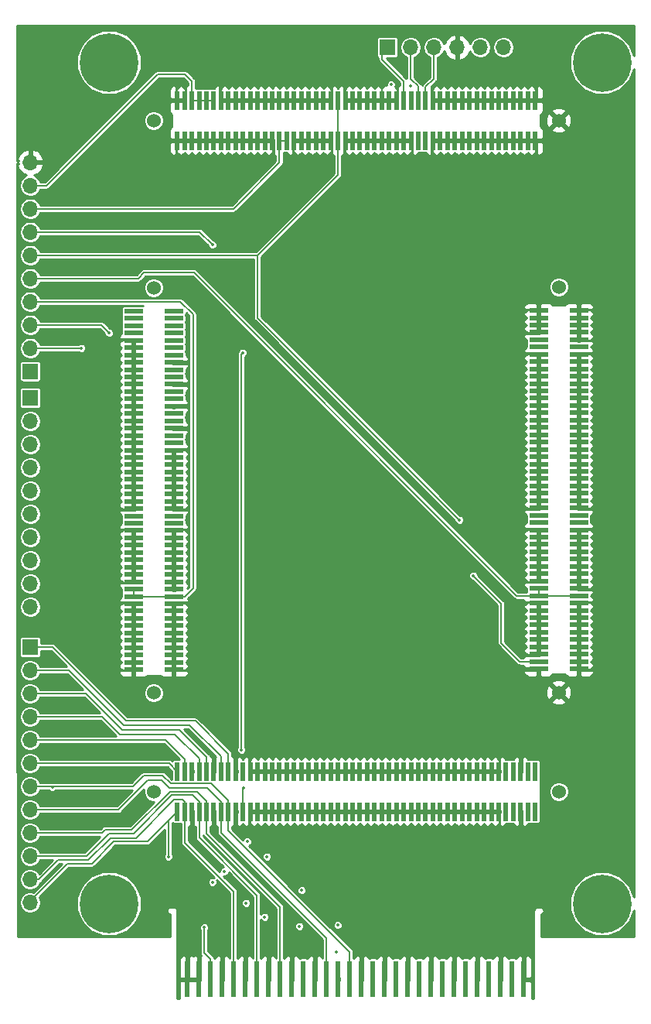
<source format=gbr>
%TF.GenerationSoftware,KiCad,Pcbnew,5.0.0*%
%TF.CreationDate,2018-07-30T20:43:33-05:00*%
%TF.ProjectId,breakout,627265616B6F75742E6B696361645F70,rev?*%
%TF.SameCoordinates,Original*%
%TF.FileFunction,Copper,L1,Top,Signal*%
%TF.FilePolarity,Positive*%
%FSLAX46Y46*%
G04 Gerber Fmt 4.6, Leading zero omitted, Abs format (unit mm)*
G04 Created by KiCad (PCBNEW 5.0.0) date Mon Jul 30 20:43:33 2018*
%MOMM*%
%LPD*%
G01*
G04 APERTURE LIST*
%ADD10R,1.700000X1.700000*%
%ADD11O,1.700000X1.700000*%
%ADD12R,2.000000X0.500000*%
%ADD13C,1.524000*%
%ADD14R,0.500000X2.000000*%
%ADD15R,0.560000X4.000000*%
%ADD16C,6.400000*%
%ADD17C,0.355600*%
%ADD18C,0.177800*%
%ADD19C,0.254000*%
G04 APERTURE END LIST*
D10*
X84963000Y-101092000D03*
D11*
X84963000Y-98552000D03*
X84963000Y-96012000D03*
X84963000Y-93472000D03*
X84963000Y-90932000D03*
X84963000Y-88392000D03*
X84963000Y-85852000D03*
X84963000Y-83312000D03*
X84963000Y-80772000D03*
X84963000Y-78232000D03*
D12*
X145024200Y-94446000D03*
X140624200Y-94446000D03*
X145024200Y-95246000D03*
X140624200Y-95246000D03*
X145024200Y-96046000D03*
X140624200Y-96046000D03*
X145024200Y-96846000D03*
X140624200Y-96846000D03*
X145024200Y-97646000D03*
X140624200Y-97646000D03*
X145024200Y-98446000D03*
X140624200Y-98446000D03*
X145024200Y-99246000D03*
X140624200Y-99246000D03*
X145024200Y-100046000D03*
X140624200Y-100046000D03*
X145024200Y-100846000D03*
X140624200Y-100846000D03*
X145024200Y-101646000D03*
X140624200Y-101646000D03*
X145024200Y-102446000D03*
X140624200Y-102446000D03*
X145024200Y-103246000D03*
X140624200Y-103246000D03*
X145024200Y-104046000D03*
X140624200Y-104046000D03*
X145024200Y-104846000D03*
X140624200Y-104846000D03*
X145024200Y-105646000D03*
X140624200Y-105646000D03*
X145024200Y-106446000D03*
X140624200Y-106446000D03*
X145024200Y-107246000D03*
X140624200Y-107246000D03*
X145024200Y-108046000D03*
X140624200Y-108046000D03*
X145024200Y-108846000D03*
X140624200Y-108846000D03*
X145024200Y-109646000D03*
X140624200Y-109646000D03*
X145024200Y-110446000D03*
X140624200Y-110446000D03*
X145024200Y-111246000D03*
X140624200Y-111246000D03*
X145024200Y-112046000D03*
X140624200Y-112046000D03*
X145024200Y-112846000D03*
X140624200Y-112846000D03*
X145024200Y-113646000D03*
X140624200Y-113646000D03*
X145024200Y-114446000D03*
X140624200Y-114446000D03*
X145024200Y-115246000D03*
X140624200Y-115246000D03*
X145024200Y-116046000D03*
X140624200Y-116046000D03*
X145024200Y-116846000D03*
X140624200Y-116846000D03*
X145024200Y-117646000D03*
X140624200Y-117646000D03*
X145024200Y-118446000D03*
X140624200Y-118446000D03*
X145024200Y-119246000D03*
X140624200Y-119246000D03*
X145024200Y-120046000D03*
X140624200Y-120046000D03*
X145024200Y-120846000D03*
X140624200Y-120846000D03*
X145024200Y-121646000D03*
X140624200Y-121646000D03*
X145024200Y-122446000D03*
X140624200Y-122446000D03*
X145024200Y-123246000D03*
X140624200Y-123246000D03*
X145024200Y-124046000D03*
X140624200Y-124046000D03*
X145024200Y-124846000D03*
X140624200Y-124846000D03*
X145024200Y-125646000D03*
X140624200Y-125646000D03*
X145024200Y-126446000D03*
X140624200Y-126446000D03*
X145024200Y-127246000D03*
X140624200Y-127246000D03*
X145024200Y-128046000D03*
X140624200Y-128046000D03*
X145024200Y-128846000D03*
X140624200Y-128846000D03*
X145024200Y-129646000D03*
X140624200Y-129646000D03*
X145024200Y-130446000D03*
X140624200Y-130446000D03*
X145024200Y-131246000D03*
X140624200Y-131246000D03*
X145024200Y-132046000D03*
X140624200Y-132046000D03*
X145024200Y-132846000D03*
X140624200Y-132846000D03*
X145024200Y-133646000D03*
X140624200Y-133646000D03*
D13*
X142824200Y-136220200D03*
X142824200Y-91871800D03*
D12*
X100675800Y-94522200D03*
X96275800Y-94522200D03*
X100675800Y-95322200D03*
X96275800Y-95322200D03*
X100675800Y-96122200D03*
X96275800Y-96122200D03*
X100675800Y-96922200D03*
X96275800Y-96922200D03*
X100675800Y-97722200D03*
X96275800Y-97722200D03*
X100675800Y-98522200D03*
X96275800Y-98522200D03*
X100675800Y-99322200D03*
X96275800Y-99322200D03*
X100675800Y-100122200D03*
X96275800Y-100122200D03*
X100675800Y-100922200D03*
X96275800Y-100922200D03*
X100675800Y-101722200D03*
X96275800Y-101722200D03*
X100675800Y-102522200D03*
X96275800Y-102522200D03*
X100675800Y-103322200D03*
X96275800Y-103322200D03*
X100675800Y-104122200D03*
X96275800Y-104122200D03*
X100675800Y-104922200D03*
X96275800Y-104922200D03*
X100675800Y-105722200D03*
X96275800Y-105722200D03*
X100675800Y-106522200D03*
X96275800Y-106522200D03*
X100675800Y-107322200D03*
X96275800Y-107322200D03*
X100675800Y-108122200D03*
X96275800Y-108122200D03*
X100675800Y-108922200D03*
X96275800Y-108922200D03*
X100675800Y-109722200D03*
X96275800Y-109722200D03*
X100675800Y-110522200D03*
X96275800Y-110522200D03*
X100675800Y-111322200D03*
X96275800Y-111322200D03*
X100675800Y-112122200D03*
X96275800Y-112122200D03*
X100675800Y-112922200D03*
X96275800Y-112922200D03*
X100675800Y-113722200D03*
X96275800Y-113722200D03*
X100675800Y-114522200D03*
X96275800Y-114522200D03*
X100675800Y-115322200D03*
X96275800Y-115322200D03*
X100675800Y-116122200D03*
X96275800Y-116122200D03*
X100675800Y-116922200D03*
X96275800Y-116922200D03*
X100675800Y-117722200D03*
X96275800Y-117722200D03*
X100675800Y-118522200D03*
X96275800Y-118522200D03*
X100675800Y-119322200D03*
X96275800Y-119322200D03*
X100675800Y-120122200D03*
X96275800Y-120122200D03*
X100675800Y-120922200D03*
X96275800Y-120922200D03*
X100675800Y-121722200D03*
X96275800Y-121722200D03*
X100675800Y-122522200D03*
X96275800Y-122522200D03*
X100675800Y-123322200D03*
X96275800Y-123322200D03*
X100675800Y-124122200D03*
X96275800Y-124122200D03*
X100675800Y-124922200D03*
X96275800Y-124922200D03*
X100675800Y-125722200D03*
X96275800Y-125722200D03*
X100675800Y-126522200D03*
X96275800Y-126522200D03*
X100675800Y-127322200D03*
X96275800Y-127322200D03*
X100675800Y-128122200D03*
X96275800Y-128122200D03*
X100675800Y-128922200D03*
X96275800Y-128922200D03*
X100675800Y-129722200D03*
X96275800Y-129722200D03*
X100675800Y-130522200D03*
X96275800Y-130522200D03*
X100675800Y-131322200D03*
X96275800Y-131322200D03*
X100675800Y-132122200D03*
X96275800Y-132122200D03*
X100675800Y-132922200D03*
X96275800Y-132922200D03*
X100675800Y-133722200D03*
X96275800Y-133722200D03*
D13*
X98475800Y-136296400D03*
X98475800Y-91948000D03*
D14*
X140250000Y-149266000D03*
X140250000Y-144866000D03*
X139450000Y-149266000D03*
X139450000Y-144866000D03*
X138650000Y-149266000D03*
X138650000Y-144866000D03*
X137850000Y-149266000D03*
X137850000Y-144866000D03*
X137050000Y-149266000D03*
X137050000Y-144866000D03*
X136250000Y-149266000D03*
X136250000Y-144866000D03*
X135450000Y-149266000D03*
X135450000Y-144866000D03*
X134650000Y-149266000D03*
X134650000Y-144866000D03*
X133850000Y-149266000D03*
X133850000Y-144866000D03*
X133050000Y-149266000D03*
X133050000Y-144866000D03*
X132250000Y-149266000D03*
X132250000Y-144866000D03*
X131450000Y-149266000D03*
X131450000Y-144866000D03*
X130650000Y-149266000D03*
X130650000Y-144866000D03*
X129850000Y-149266000D03*
X129850000Y-144866000D03*
X129050000Y-149266000D03*
X129050000Y-144866000D03*
X128250000Y-149266000D03*
X128250000Y-144866000D03*
X127450000Y-149266000D03*
X127450000Y-144866000D03*
X126650000Y-149266000D03*
X126650000Y-144866000D03*
X125850000Y-149266000D03*
X125850000Y-144866000D03*
X125050000Y-149266000D03*
X125050000Y-144866000D03*
X124250000Y-149266000D03*
X124250000Y-144866000D03*
X123450000Y-149266000D03*
X123450000Y-144866000D03*
X122650000Y-149266000D03*
X122650000Y-144866000D03*
X121850000Y-149266000D03*
X121850000Y-144866000D03*
X121050000Y-149266000D03*
X121050000Y-144866000D03*
X120250000Y-149266000D03*
X120250000Y-144866000D03*
X119450000Y-149266000D03*
X119450000Y-144866000D03*
X118650000Y-149266000D03*
X118650000Y-144866000D03*
X117850000Y-149266000D03*
X117850000Y-144866000D03*
X117050000Y-149266000D03*
X117050000Y-144866000D03*
X116250000Y-149266000D03*
X116250000Y-144866000D03*
X115450000Y-149266000D03*
X115450000Y-144866000D03*
X114650000Y-149266000D03*
X114650000Y-144866000D03*
X113850000Y-149266000D03*
X113850000Y-144866000D03*
X113050000Y-149266000D03*
X113050000Y-144866000D03*
X112250000Y-149266000D03*
X112250000Y-144866000D03*
X111450000Y-149266000D03*
X111450000Y-144866000D03*
X110650000Y-149266000D03*
X110650000Y-144866000D03*
X109850000Y-149266000D03*
X109850000Y-144866000D03*
X109050000Y-149266000D03*
X109050000Y-144866000D03*
X108250000Y-149266000D03*
X108250000Y-144866000D03*
X107450000Y-149266000D03*
X107450000Y-144866000D03*
X106650000Y-149266000D03*
X106650000Y-144866000D03*
X105850000Y-149266000D03*
X105850000Y-144866000D03*
X105050000Y-149266000D03*
X105050000Y-144866000D03*
X104250000Y-149266000D03*
X104250000Y-144866000D03*
X103450000Y-149266000D03*
X103450000Y-144866000D03*
X102650000Y-149266000D03*
X102650000Y-144866000D03*
X101850000Y-149266000D03*
X101850000Y-144866000D03*
X101050000Y-149266000D03*
X101050000Y-144866000D03*
D13*
X98475800Y-147066000D03*
X142824200Y-147066000D03*
D14*
X101050000Y-71460000D03*
X101050000Y-75860000D03*
X101850000Y-71460000D03*
X101850000Y-75860000D03*
X102650000Y-71460000D03*
X102650000Y-75860000D03*
X103450000Y-71460000D03*
X103450000Y-75860000D03*
X104250000Y-71460000D03*
X104250000Y-75860000D03*
X105050000Y-71460000D03*
X105050000Y-75860000D03*
X105850000Y-71460000D03*
X105850000Y-75860000D03*
X106650000Y-71460000D03*
X106650000Y-75860000D03*
X107450000Y-71460000D03*
X107450000Y-75860000D03*
X108250000Y-71460000D03*
X108250000Y-75860000D03*
X109050000Y-71460000D03*
X109050000Y-75860000D03*
X109850000Y-71460000D03*
X109850000Y-75860000D03*
X110650000Y-71460000D03*
X110650000Y-75860000D03*
X111450000Y-71460000D03*
X111450000Y-75860000D03*
X112250000Y-71460000D03*
X112250000Y-75860000D03*
X113050000Y-71460000D03*
X113050000Y-75860000D03*
X113850000Y-71460000D03*
X113850000Y-75860000D03*
X114650000Y-71460000D03*
X114650000Y-75860000D03*
X115450000Y-71460000D03*
X115450000Y-75860000D03*
X116250000Y-71460000D03*
X116250000Y-75860000D03*
X117050000Y-71460000D03*
X117050000Y-75860000D03*
X117850000Y-71460000D03*
X117850000Y-75860000D03*
X118650000Y-71460000D03*
X118650000Y-75860000D03*
X119450000Y-71460000D03*
X119450000Y-75860000D03*
X120250000Y-71460000D03*
X120250000Y-75860000D03*
X121050000Y-71460000D03*
X121050000Y-75860000D03*
X121850000Y-71460000D03*
X121850000Y-75860000D03*
X122650000Y-71460000D03*
X122650000Y-75860000D03*
X123450000Y-71460000D03*
X123450000Y-75860000D03*
X124250000Y-71460000D03*
X124250000Y-75860000D03*
X125050000Y-71460000D03*
X125050000Y-75860000D03*
X125850000Y-71460000D03*
X125850000Y-75860000D03*
X126650000Y-71460000D03*
X126650000Y-75860000D03*
X127450000Y-71460000D03*
X127450000Y-75860000D03*
X128250000Y-71460000D03*
X128250000Y-75860000D03*
X129050000Y-71460000D03*
X129050000Y-75860000D03*
X129850000Y-71460000D03*
X129850000Y-75860000D03*
X130650000Y-71460000D03*
X130650000Y-75860000D03*
X131450000Y-71460000D03*
X131450000Y-75860000D03*
X132250000Y-71460000D03*
X132250000Y-75860000D03*
X133050000Y-71460000D03*
X133050000Y-75860000D03*
X133850000Y-71460000D03*
X133850000Y-75860000D03*
X134650000Y-71460000D03*
X134650000Y-75860000D03*
X135450000Y-71460000D03*
X135450000Y-75860000D03*
X136250000Y-71460000D03*
X136250000Y-75860000D03*
X137050000Y-71460000D03*
X137050000Y-75860000D03*
X137850000Y-71460000D03*
X137850000Y-75860000D03*
X138650000Y-71460000D03*
X138650000Y-75860000D03*
X139450000Y-71460000D03*
X139450000Y-75860000D03*
X140250000Y-71460000D03*
X140250000Y-75860000D03*
D13*
X142824200Y-73660000D03*
X98475800Y-73660000D03*
D15*
X102168800Y-167600000D03*
X103438800Y-167600000D03*
X104708800Y-167600000D03*
X105978800Y-167600000D03*
X107248800Y-167600000D03*
X108518800Y-167600000D03*
X109788800Y-167600000D03*
X111058800Y-167600000D03*
X112328800Y-167600000D03*
X113598800Y-167600000D03*
X114868800Y-167600000D03*
X116138800Y-167600000D03*
X117408800Y-167600000D03*
X118678800Y-167600000D03*
X119948800Y-167600000D03*
X121218800Y-167600000D03*
X122488800Y-167600000D03*
X123758800Y-167600000D03*
X125028800Y-167600000D03*
X126298800Y-167600000D03*
X127568800Y-167600000D03*
X128838800Y-167600000D03*
X130108800Y-167600000D03*
X131378800Y-167600000D03*
X132648800Y-167600000D03*
X133918800Y-167600000D03*
X135188800Y-167600000D03*
X136458800Y-167600000D03*
X137728800Y-167600000D03*
X138998800Y-167600000D03*
D16*
X93573600Y-67310000D03*
X147574000Y-67310000D03*
X93573600Y-159334400D03*
X147574000Y-159334400D03*
D10*
X84937600Y-131267200D03*
D11*
X84937600Y-133807200D03*
X84937600Y-136347200D03*
X84937600Y-138887200D03*
X84937600Y-141427200D03*
X84937600Y-143967200D03*
X84937600Y-146507200D03*
X84937600Y-149047200D03*
X84937600Y-151587200D03*
X84937600Y-154127200D03*
X84937600Y-156667200D03*
X84937600Y-159207200D03*
D10*
X124079000Y-65659000D03*
D11*
X126619000Y-65659000D03*
X129159000Y-65659000D03*
X131699000Y-65659000D03*
X134239000Y-65659000D03*
X136779000Y-65659000D03*
D10*
X84963000Y-104013000D03*
D11*
X84963000Y-106553000D03*
X84963000Y-109093000D03*
X84963000Y-111633000D03*
X84963000Y-114173000D03*
X84963000Y-116713000D03*
X84963000Y-119253000D03*
X84963000Y-121793000D03*
X84963000Y-124333000D03*
X84963000Y-126873000D03*
D17*
X118491000Y-164592000D03*
X118618000Y-161671000D03*
X114427000Y-161798000D03*
X114681000Y-157861000D03*
X110617000Y-160782000D03*
X110871000Y-154178000D03*
X108585000Y-159258000D03*
X108712000Y-152527000D03*
X104902000Y-156972000D03*
X106172000Y-155829000D03*
X126619000Y-69850000D03*
X124460000Y-69723000D03*
X125028800Y-167600000D03*
X122488800Y-167600000D03*
X99822000Y-96139000D03*
X90551000Y-98552000D03*
X99822000Y-96901000D03*
X93599000Y-96901000D03*
X133477000Y-123444000D03*
X131953000Y-117348000D03*
X108331000Y-146685000D03*
X108077000Y-142494000D03*
X108204000Y-99060000D03*
X104902000Y-87249000D03*
X87376000Y-146558000D03*
X100076000Y-154178000D03*
X104013000Y-161925000D03*
X100990400Y-145034000D03*
X101803200Y-144881600D03*
X103428800Y-144932400D03*
X104241600Y-145694400D03*
X105791000Y-145669000D03*
X106680000Y-145669000D03*
X128270000Y-75946000D03*
X127381000Y-75438000D03*
X99949000Y-98552000D03*
X100076000Y-99314000D03*
X99822000Y-100965000D03*
X99949000Y-101727000D03*
X99949000Y-103378000D03*
X99949000Y-104140000D03*
X99822000Y-105791000D03*
X99949000Y-106553000D03*
X99949000Y-108077000D03*
X99822000Y-108966000D03*
D18*
X103438800Y-167600000D02*
X102168800Y-167600000D01*
X123444000Y-70104000D02*
X123444000Y-71454000D01*
X123444000Y-71454000D02*
X123450000Y-71460000D01*
X97000000Y-109800000D02*
X96069938Y-109800000D01*
X97000000Y-111400000D02*
X96011767Y-111400000D01*
X96069938Y-123400000D02*
X97000000Y-123400000D01*
X84963000Y-98552000D02*
X90551000Y-98552000D01*
X99822000Y-96139000D02*
X99838800Y-96122200D01*
X99838800Y-96122200D02*
X100675800Y-96122200D01*
X84963000Y-96012000D02*
X92710000Y-96012000D01*
X99822000Y-96901000D02*
X99843200Y-96922200D01*
X92710000Y-96012000D02*
X93599000Y-96901000D01*
X99843200Y-96922200D02*
X100675800Y-96922200D01*
X96275800Y-125722200D02*
X100675800Y-125722200D01*
X96275800Y-125722200D02*
X96275800Y-124922200D01*
X95511800Y-125722200D02*
X96275800Y-125722200D01*
X101355662Y-93472000D02*
X102768400Y-94884738D01*
X84963000Y-93472000D02*
X101355662Y-93472000D01*
X102768400Y-124807400D02*
X101853600Y-125722200D01*
X101853600Y-125722200D02*
X100675800Y-125722200D01*
X102768400Y-94884738D02*
X102768400Y-124807400D01*
X140624200Y-125646000D02*
X145024200Y-125646000D01*
X140624200Y-125646000D02*
X140624200Y-124846000D01*
X84963000Y-90932000D02*
X96774000Y-90932000D01*
X138219000Y-125646000D02*
X140624200Y-125646000D01*
X102870000Y-90297000D02*
X138219000Y-125646000D01*
X97409000Y-90297000D02*
X102870000Y-90297000D01*
X96774000Y-90932000D02*
X97409000Y-90297000D01*
X109855000Y-88392000D02*
X109855000Y-95250000D01*
X138561000Y-132846000D02*
X140624200Y-132846000D01*
X136525000Y-130810000D02*
X138561000Y-132846000D01*
X136525000Y-126492000D02*
X136525000Y-130810000D01*
X133477000Y-123444000D02*
X136525000Y-126492000D01*
X109855000Y-95250000D02*
X131953000Y-117348000D01*
X118650000Y-75860000D02*
X118650000Y-71460000D01*
X84963000Y-88392000D02*
X109855000Y-88392000D01*
X118650000Y-79597000D02*
X118650000Y-75860000D01*
X109855000Y-88392000D02*
X118650000Y-79597000D01*
X84963000Y-85852000D02*
X103505000Y-85852000D01*
X108250000Y-146766000D02*
X108250000Y-149266000D01*
X108331000Y-146685000D02*
X108250000Y-146766000D01*
X108077000Y-99187000D02*
X108077000Y-142494000D01*
X108204000Y-99060000D02*
X108077000Y-99187000D01*
X103505000Y-85852000D02*
X104902000Y-87249000D01*
X104250000Y-71460000D02*
X105050000Y-71460000D01*
X103450000Y-71460000D02*
X104250000Y-71460000D01*
X102650000Y-71460000D02*
X103450000Y-71460000D01*
X84963000Y-80772000D02*
X86741000Y-80772000D01*
X102650000Y-69376000D02*
X102650000Y-71460000D01*
X101854000Y-68580000D02*
X102650000Y-69376000D01*
X98933000Y-68580000D02*
X101854000Y-68580000D01*
X86741000Y-80772000D02*
X98933000Y-68580000D01*
X112250000Y-75860000D02*
X113050000Y-75860000D01*
X84963000Y-83312000D02*
X107188000Y-83312000D01*
X112250000Y-78250000D02*
X112250000Y-75860000D01*
X107188000Y-83312000D02*
X112250000Y-78250000D01*
X87376000Y-146558000D02*
X87376000Y-146507200D01*
X87376000Y-146507200D02*
X87376000Y-146558000D01*
X87376000Y-146558000D02*
X87376000Y-146507200D01*
X106650000Y-149266000D02*
X106650000Y-148052000D01*
X96189800Y-146507200D02*
X87376000Y-146507200D01*
X87376000Y-146507200D02*
X84937600Y-146507200D01*
X97409000Y-145288000D02*
X96189800Y-146507200D01*
X99441000Y-145288000D02*
X97409000Y-145288000D01*
X100330000Y-146177000D02*
X99441000Y-145288000D01*
X104775000Y-146177000D02*
X100330000Y-146177000D01*
X106650000Y-148052000D02*
X104775000Y-146177000D01*
X119948800Y-167600000D02*
X119948800Y-164652800D01*
X106650000Y-151354000D02*
X106650000Y-149266000D01*
X119948800Y-164652800D02*
X106650000Y-151354000D01*
X106650000Y-149266000D02*
X106650000Y-148306000D01*
X117408800Y-167600000D02*
X117408800Y-163128800D01*
X105850000Y-151570000D02*
X105850000Y-149266000D01*
X117408800Y-163128800D02*
X105850000Y-151570000D01*
X84937600Y-149047200D02*
X94589600Y-149047200D01*
X105850000Y-148166400D02*
X105850000Y-149266000D01*
X104343200Y-146659600D02*
X105850000Y-148166400D01*
X100177600Y-146659600D02*
X104343200Y-146659600D01*
X99314000Y-145796000D02*
X100177600Y-146659600D01*
X97840800Y-145796000D02*
X99314000Y-145796000D01*
X94589600Y-149047200D02*
X97840800Y-145796000D01*
X84937600Y-151587200D02*
X92811600Y-151587200D01*
X104250000Y-148090400D02*
X104250000Y-149266000D01*
X103225600Y-147066000D02*
X104250000Y-148090400D01*
X100228400Y-147066000D02*
X103225600Y-147066000D01*
X96062800Y-151231600D02*
X100228400Y-147066000D01*
X93167200Y-151231600D02*
X96062800Y-151231600D01*
X92811600Y-151587200D02*
X93167200Y-151231600D01*
X112328800Y-167600000D02*
X112328800Y-159725200D01*
X104250000Y-151646400D02*
X104250000Y-149266000D01*
X112328800Y-159725200D02*
X104250000Y-151646400D01*
X84937600Y-154127200D02*
X91084400Y-154127200D01*
X103450000Y-148204800D02*
X103450000Y-149266000D01*
X102717600Y-147472400D02*
X103450000Y-148204800D01*
X100431600Y-147472400D02*
X102717600Y-147472400D01*
X96266000Y-151638000D02*
X100431600Y-147472400D01*
X93573600Y-151638000D02*
X96266000Y-151638000D01*
X91084400Y-154127200D02*
X93573600Y-151638000D01*
X109788800Y-167600000D02*
X109788800Y-158404400D01*
X103450000Y-152065600D02*
X103450000Y-149266000D01*
X109788800Y-158404400D02*
X103450000Y-152065600D01*
X84937600Y-156667200D02*
X85902800Y-156667200D01*
X101850000Y-148205000D02*
X101850000Y-149266000D01*
X101600000Y-147955000D02*
X101850000Y-148205000D01*
X100711000Y-147955000D02*
X101600000Y-147955000D01*
X96520000Y-152146000D02*
X100711000Y-147955000D01*
X93726000Y-152146000D02*
X96520000Y-152146000D01*
X91313000Y-154559000D02*
X93726000Y-152146000D01*
X88011000Y-154559000D02*
X91313000Y-154559000D01*
X85902800Y-156667200D02*
X88011000Y-154559000D01*
X107248800Y-167600000D02*
X107248800Y-158048800D01*
X101850000Y-152650000D02*
X101850000Y-149266000D01*
X107248800Y-158048800D02*
X101850000Y-152650000D01*
X100076000Y-151511000D02*
X100076000Y-154178000D01*
X104708800Y-165414800D02*
X104708800Y-167600000D01*
X104013000Y-164719000D02*
X104708800Y-165414800D01*
X104013000Y-164084000D02*
X104013000Y-164719000D01*
X104013000Y-161925000D02*
X104013000Y-164084000D01*
X100076000Y-151511000D02*
X100076000Y-150240000D01*
X100076000Y-150240000D02*
X101050000Y-149266000D01*
X100139500Y-150304500D02*
X100203000Y-150241000D01*
X100139500Y-151447500D02*
X100139500Y-150304500D01*
X100076000Y-151511000D02*
X100139500Y-151447500D01*
X84937600Y-159207200D02*
X84937600Y-159029400D01*
X84937600Y-159029400D02*
X89027000Y-154940000D01*
X100330000Y-149986000D02*
X101050000Y-149266000D01*
X100330000Y-149987000D02*
X100330000Y-149986000D01*
X97790000Y-152527000D02*
X100330000Y-149987000D01*
X94107000Y-152527000D02*
X97790000Y-152527000D01*
X91694000Y-154940000D02*
X94107000Y-152527000D01*
X89027000Y-154940000D02*
X91694000Y-154940000D01*
X84937600Y-143967200D02*
X100151200Y-143967200D01*
X100151200Y-143967200D02*
X101050000Y-144866000D01*
X100990400Y-145034000D02*
X101050000Y-144974400D01*
X101050000Y-144974400D02*
X101050000Y-144866000D01*
X84937600Y-141427200D02*
X99771200Y-141427200D01*
X101850000Y-143506000D02*
X101850000Y-144866000D01*
X99771200Y-141427200D02*
X101850000Y-143506000D01*
X101803200Y-144881600D02*
X101818800Y-144866000D01*
X101818800Y-144866000D02*
X101850000Y-144866000D01*
X84937600Y-138887200D02*
X92811600Y-138887200D01*
X103450000Y-143480400D02*
X103450000Y-144866000D01*
X100787200Y-140817600D02*
X103450000Y-143480400D01*
X94742000Y-140817600D02*
X100787200Y-140817600D01*
X92811600Y-138887200D02*
X94742000Y-140817600D01*
X103428800Y-144932400D02*
X103450000Y-144911200D01*
X103450000Y-144911200D02*
X103450000Y-144866000D01*
X84937600Y-136347200D02*
X91033600Y-136347200D01*
X104250000Y-143264400D02*
X104250000Y-144866000D01*
X101295200Y-140309600D02*
X104250000Y-143264400D01*
X94996000Y-140309600D02*
X101295200Y-140309600D01*
X91033600Y-136347200D02*
X94996000Y-140309600D01*
X104241600Y-145694400D02*
X104250000Y-145686000D01*
X104250000Y-145686000D02*
X104250000Y-144866000D01*
X104250000Y-144416000D02*
X104250000Y-144866000D01*
X105791000Y-145669000D02*
X105850000Y-145610000D01*
X105850000Y-145610000D02*
X105850000Y-144866000D01*
X84937600Y-133807200D02*
X89154000Y-133807200D01*
X105850000Y-143238800D02*
X105850000Y-144866000D01*
X102412800Y-139801600D02*
X105850000Y-143238800D01*
X95148400Y-139801600D02*
X102412800Y-139801600D01*
X89154000Y-133807200D02*
X95148400Y-139801600D01*
X105850000Y-145660800D02*
X105850000Y-144866000D01*
X105850000Y-145169200D02*
X105850000Y-144866000D01*
X106680000Y-145669000D02*
X106650000Y-145639000D01*
X106650000Y-145639000D02*
X106650000Y-144866000D01*
X84937600Y-131267200D02*
X87376000Y-131267200D01*
X106650000Y-142972000D02*
X106650000Y-144866000D01*
X103022400Y-139344400D02*
X106650000Y-142972000D01*
X95453200Y-139344400D02*
X103022400Y-139344400D01*
X87376000Y-131267200D02*
X95453200Y-139344400D01*
X106650000Y-145673600D02*
X106650000Y-144866000D01*
X123494800Y-65684400D02*
X123494800Y-66979800D01*
X125850000Y-69335000D02*
X125850000Y-71460000D01*
X123494800Y-66979800D02*
X125850000Y-69335000D01*
X126619000Y-65659000D02*
X126619000Y-69088000D01*
X127450000Y-69919000D02*
X127450000Y-71460000D01*
X126619000Y-69088000D02*
X127450000Y-69919000D01*
X129159000Y-65659000D02*
X129159000Y-69088000D01*
X128250000Y-69997000D02*
X128250000Y-71460000D01*
X129159000Y-69088000D02*
X128250000Y-69997000D01*
X128270000Y-75946000D02*
X128250000Y-75926000D01*
X128250000Y-75926000D02*
X128250000Y-75860000D01*
X128250000Y-75585000D02*
X128250000Y-75860000D01*
X128270000Y-75840000D02*
X128250000Y-75860000D01*
X127381000Y-75438000D02*
X127450000Y-75507000D01*
X127450000Y-75507000D02*
X127450000Y-75860000D01*
X127450000Y-75126000D02*
X127450000Y-75860000D01*
X127381000Y-75791000D02*
X127450000Y-75860000D01*
X99949000Y-98552000D02*
X99978800Y-98522200D01*
X99978800Y-98522200D02*
X100675800Y-98522200D01*
X100076000Y-99314000D02*
X100084200Y-99322200D01*
X100084200Y-99322200D02*
X100675800Y-99322200D01*
X99822000Y-100965000D02*
X99864800Y-100922200D01*
X99864800Y-100922200D02*
X100675800Y-100922200D01*
X99949000Y-101727000D02*
X99953800Y-101722200D01*
X99953800Y-101722200D02*
X100675800Y-101722200D01*
X99949000Y-103378000D02*
X100004800Y-103322200D01*
X100004800Y-103322200D02*
X100675800Y-103322200D01*
X99949000Y-104140000D02*
X99966800Y-104122200D01*
X99966800Y-104122200D02*
X100675800Y-104122200D01*
X99822000Y-105791000D02*
X99890800Y-105722200D01*
X99890800Y-105722200D02*
X100675800Y-105722200D01*
X99949000Y-106553000D02*
X99979800Y-106522200D01*
X99979800Y-106522200D02*
X100675800Y-106522200D01*
X99949000Y-108077000D02*
X99994200Y-108122200D01*
X99994200Y-108122200D02*
X100675800Y-108122200D01*
X99822000Y-108966000D02*
X100632000Y-108966000D01*
X100632000Y-108966000D02*
X100675800Y-108922200D01*
D19*
G36*
X151101001Y-63415891D02*
X151101001Y-66587534D01*
X150570829Y-65307583D01*
X149576417Y-64313171D01*
X148277155Y-63775000D01*
X146870845Y-63775000D01*
X145571583Y-64313171D01*
X144577171Y-65307583D01*
X144039000Y-66606845D01*
X144039000Y-68013155D01*
X144577171Y-69312417D01*
X145571583Y-70306829D01*
X146870845Y-70845000D01*
X148277155Y-70845000D01*
X149576417Y-70306829D01*
X150570829Y-69312417D01*
X151101001Y-68032466D01*
X151101000Y-158611931D01*
X150570829Y-157331983D01*
X149576417Y-156337571D01*
X148277155Y-155799400D01*
X146870845Y-155799400D01*
X145571583Y-156337571D01*
X144577171Y-157331983D01*
X144039000Y-158631245D01*
X144039000Y-160037555D01*
X144577171Y-161336817D01*
X145571583Y-162331229D01*
X146870845Y-162869400D01*
X148277155Y-162869400D01*
X149576417Y-162331229D01*
X150570829Y-161336817D01*
X151101000Y-160056869D01*
X151101000Y-162912200D01*
X141024084Y-162912200D01*
X141023079Y-162912000D01*
X140893800Y-162912000D01*
X140893800Y-160488814D01*
X140977921Y-160472081D01*
X141108579Y-160384779D01*
X141195881Y-160254121D01*
X141226538Y-160100000D01*
X141195881Y-159945879D01*
X141108579Y-159815221D01*
X140977921Y-159727919D01*
X140862701Y-159705000D01*
X140537701Y-159705000D01*
X140498800Y-159697262D01*
X140459899Y-159705000D01*
X140344679Y-159727919D01*
X140214021Y-159815221D01*
X140126719Y-159945879D01*
X140096062Y-160100000D01*
X140103801Y-160138906D01*
X140103801Y-163276590D01*
X140094768Y-163322000D01*
X140103801Y-163367410D01*
X140103800Y-169705000D01*
X139913800Y-169705000D01*
X139913800Y-167885750D01*
X139755050Y-167727000D01*
X139125800Y-167727000D01*
X139125800Y-167747000D01*
X138871800Y-167747000D01*
X138871800Y-167727000D01*
X138851800Y-167727000D01*
X138851800Y-167473000D01*
X138871800Y-167473000D01*
X138871800Y-165123750D01*
X139125800Y-165123750D01*
X139125800Y-167473000D01*
X139755050Y-167473000D01*
X139913800Y-167314250D01*
X139913800Y-165473690D01*
X139817127Y-165240301D01*
X139638498Y-165061673D01*
X139405109Y-164965000D01*
X139284550Y-164965000D01*
X139125800Y-165123750D01*
X138871800Y-165123750D01*
X138713050Y-164965000D01*
X138592491Y-164965000D01*
X138359102Y-165061673D01*
X138180473Y-165240301D01*
X138157275Y-165296306D01*
X138139511Y-165284437D01*
X138008800Y-165258437D01*
X137448800Y-165258437D01*
X137318089Y-165284437D01*
X137300325Y-165296306D01*
X137277127Y-165240301D01*
X137098498Y-165061673D01*
X136865109Y-164965000D01*
X136744550Y-164965000D01*
X136585800Y-165123750D01*
X136585800Y-167473000D01*
X136605800Y-167473000D01*
X136605800Y-167727000D01*
X136585800Y-167727000D01*
X136585800Y-167747000D01*
X136331800Y-167747000D01*
X136331800Y-167727000D01*
X136311800Y-167727000D01*
X136311800Y-167473000D01*
X136331800Y-167473000D01*
X136331800Y-165123750D01*
X136173050Y-164965000D01*
X136052491Y-164965000D01*
X135819102Y-165061673D01*
X135640473Y-165240301D01*
X135617275Y-165296306D01*
X135599511Y-165284437D01*
X135468800Y-165258437D01*
X134908800Y-165258437D01*
X134778089Y-165284437D01*
X134760325Y-165296306D01*
X134737127Y-165240301D01*
X134558498Y-165061673D01*
X134325109Y-164965000D01*
X134204550Y-164965000D01*
X134045800Y-165123750D01*
X134045800Y-167473000D01*
X134065800Y-167473000D01*
X134065800Y-167727000D01*
X134045800Y-167727000D01*
X134045800Y-167747000D01*
X133791800Y-167747000D01*
X133791800Y-167727000D01*
X133771800Y-167727000D01*
X133771800Y-167473000D01*
X133791800Y-167473000D01*
X133791800Y-165123750D01*
X133633050Y-164965000D01*
X133512491Y-164965000D01*
X133279102Y-165061673D01*
X133100473Y-165240301D01*
X133077275Y-165296306D01*
X133059511Y-165284437D01*
X132928800Y-165258437D01*
X132368800Y-165258437D01*
X132238089Y-165284437D01*
X132220325Y-165296306D01*
X132197127Y-165240301D01*
X132018498Y-165061673D01*
X131785109Y-164965000D01*
X131664550Y-164965000D01*
X131505800Y-165123750D01*
X131505800Y-167473000D01*
X131525800Y-167473000D01*
X131525800Y-167727000D01*
X131505800Y-167727000D01*
X131505800Y-167747000D01*
X131251800Y-167747000D01*
X131251800Y-167727000D01*
X131231800Y-167727000D01*
X131231800Y-167473000D01*
X131251800Y-167473000D01*
X131251800Y-165123750D01*
X131093050Y-164965000D01*
X130972491Y-164965000D01*
X130739102Y-165061673D01*
X130560473Y-165240301D01*
X130537275Y-165296306D01*
X130519511Y-165284437D01*
X130388800Y-165258437D01*
X129828800Y-165258437D01*
X129698089Y-165284437D01*
X129680325Y-165296306D01*
X129657127Y-165240301D01*
X129478498Y-165061673D01*
X129245109Y-164965000D01*
X129124550Y-164965000D01*
X128965800Y-165123750D01*
X128965800Y-167473000D01*
X128985800Y-167473000D01*
X128985800Y-167727000D01*
X128965800Y-167727000D01*
X128965800Y-167747000D01*
X128711800Y-167747000D01*
X128711800Y-167727000D01*
X128691800Y-167727000D01*
X128691800Y-167473000D01*
X128711800Y-167473000D01*
X128711800Y-165123750D01*
X128553050Y-164965000D01*
X128432491Y-164965000D01*
X128199102Y-165061673D01*
X128020473Y-165240301D01*
X127997275Y-165296306D01*
X127979511Y-165284437D01*
X127848800Y-165258437D01*
X127288800Y-165258437D01*
X127158089Y-165284437D01*
X127140325Y-165296306D01*
X127117127Y-165240301D01*
X126938498Y-165061673D01*
X126705109Y-164965000D01*
X126584550Y-164965000D01*
X126425800Y-165123750D01*
X126425800Y-167473000D01*
X126445800Y-167473000D01*
X126445800Y-167727000D01*
X126425800Y-167727000D01*
X126425800Y-167747000D01*
X126171800Y-167747000D01*
X126171800Y-167727000D01*
X126151800Y-167727000D01*
X126151800Y-167473000D01*
X126171800Y-167473000D01*
X126171800Y-165123750D01*
X126013050Y-164965000D01*
X125892491Y-164965000D01*
X125659102Y-165061673D01*
X125480473Y-165240301D01*
X125457275Y-165296306D01*
X125439511Y-165284437D01*
X125308800Y-165258437D01*
X124748800Y-165258437D01*
X124618089Y-165284437D01*
X124600325Y-165296306D01*
X124577127Y-165240301D01*
X124398498Y-165061673D01*
X124165109Y-164965000D01*
X124044550Y-164965000D01*
X123885800Y-165123750D01*
X123885800Y-167473000D01*
X123905800Y-167473000D01*
X123905800Y-167727000D01*
X123885800Y-167727000D01*
X123885800Y-167747000D01*
X123631800Y-167747000D01*
X123631800Y-167727000D01*
X123611800Y-167727000D01*
X123611800Y-167473000D01*
X123631800Y-167473000D01*
X123631800Y-165123750D01*
X123473050Y-164965000D01*
X123352491Y-164965000D01*
X123119102Y-165061673D01*
X122940473Y-165240301D01*
X122917275Y-165296306D01*
X122899511Y-165284437D01*
X122768800Y-165258437D01*
X122208800Y-165258437D01*
X122078089Y-165284437D01*
X122060325Y-165296306D01*
X122037127Y-165240301D01*
X121858498Y-165061673D01*
X121625109Y-164965000D01*
X121504550Y-164965000D01*
X121345800Y-165123750D01*
X121345800Y-167473000D01*
X121365800Y-167473000D01*
X121365800Y-167727000D01*
X121345800Y-167727000D01*
X121345800Y-167747000D01*
X121091800Y-167747000D01*
X121091800Y-167727000D01*
X121071800Y-167727000D01*
X121071800Y-167473000D01*
X121091800Y-167473000D01*
X121091800Y-165123750D01*
X120933050Y-164965000D01*
X120812491Y-164965000D01*
X120579102Y-165061673D01*
X120400473Y-165240301D01*
X120377275Y-165296306D01*
X120372700Y-165293250D01*
X120372700Y-164694540D01*
X120381003Y-164652799D01*
X120372700Y-164611058D01*
X120372700Y-164611054D01*
X120348104Y-164487403D01*
X120282847Y-164389739D01*
X120278061Y-164382576D01*
X120254414Y-164347186D01*
X120219024Y-164323539D01*
X117464483Y-161568998D01*
X118105200Y-161568998D01*
X118105200Y-161773002D01*
X118183269Y-161961478D01*
X118327522Y-162105731D01*
X118515998Y-162183800D01*
X118720002Y-162183800D01*
X118908478Y-162105731D01*
X119052731Y-161961478D01*
X119130800Y-161773002D01*
X119130800Y-161568998D01*
X119052731Y-161380522D01*
X118908478Y-161236269D01*
X118720002Y-161158200D01*
X118515998Y-161158200D01*
X118327522Y-161236269D01*
X118183269Y-161380522D01*
X118105200Y-161568998D01*
X117464483Y-161568998D01*
X113654483Y-157758998D01*
X114168200Y-157758998D01*
X114168200Y-157963002D01*
X114246269Y-158151478D01*
X114390522Y-158295731D01*
X114578998Y-158373800D01*
X114783002Y-158373800D01*
X114971478Y-158295731D01*
X115115731Y-158151478D01*
X115193800Y-157963002D01*
X115193800Y-157758998D01*
X115115731Y-157570522D01*
X114971478Y-157426269D01*
X114783002Y-157348200D01*
X114578998Y-157348200D01*
X114390522Y-157426269D01*
X114246269Y-157570522D01*
X114168200Y-157758998D01*
X113654483Y-157758998D01*
X109971483Y-154075998D01*
X110358200Y-154075998D01*
X110358200Y-154280002D01*
X110436269Y-154468478D01*
X110580522Y-154612731D01*
X110768998Y-154690800D01*
X110973002Y-154690800D01*
X111161478Y-154612731D01*
X111305731Y-154468478D01*
X111383800Y-154280002D01*
X111383800Y-154075998D01*
X111305731Y-153887522D01*
X111161478Y-153743269D01*
X110973002Y-153665200D01*
X110768998Y-153665200D01*
X110580522Y-153743269D01*
X110436269Y-153887522D01*
X110358200Y-154075998D01*
X109971483Y-154075998D01*
X108899762Y-153004277D01*
X109002478Y-152961731D01*
X109146731Y-152817478D01*
X109224800Y-152629002D01*
X109224800Y-152424998D01*
X109146731Y-152236522D01*
X109002478Y-152092269D01*
X108814002Y-152014200D01*
X108609998Y-152014200D01*
X108421522Y-152092269D01*
X108277269Y-152236522D01*
X108234723Y-152339239D01*
X107073900Y-151178416D01*
X107073900Y-150901000D01*
X107166250Y-150901000D01*
X107325000Y-150742250D01*
X107325000Y-149393000D01*
X107303000Y-149393000D01*
X107303000Y-149139000D01*
X107325000Y-149139000D01*
X107325000Y-149119000D01*
X107575000Y-149119000D01*
X107575000Y-149139000D01*
X107597000Y-149139000D01*
X107597000Y-149393000D01*
X107575000Y-149393000D01*
X107575000Y-150742250D01*
X107733750Y-150901000D01*
X107826309Y-150901000D01*
X108059698Y-150804327D01*
X108238327Y-150625699D01*
X108245839Y-150607563D01*
X108254161Y-150607563D01*
X108261673Y-150625699D01*
X108440302Y-150804327D01*
X108673691Y-150901000D01*
X108766250Y-150901000D01*
X108925000Y-150742250D01*
X108925000Y-149551750D01*
X108965000Y-149551750D01*
X108965000Y-150392310D01*
X109061673Y-150625699D01*
X109175000Y-150739025D01*
X109175000Y-150742250D01*
X109333750Y-150901000D01*
X109426309Y-150901000D01*
X109450000Y-150891187D01*
X109473691Y-150901000D01*
X109566250Y-150901000D01*
X109725000Y-150742250D01*
X109725000Y-150739025D01*
X109838327Y-150625699D01*
X109850000Y-150597518D01*
X109861673Y-150625699D01*
X109975000Y-150739025D01*
X109975000Y-150742250D01*
X110133750Y-150901000D01*
X110226309Y-150901000D01*
X110250000Y-150891187D01*
X110273691Y-150901000D01*
X110366250Y-150901000D01*
X110525000Y-150742250D01*
X110525000Y-150739025D01*
X110638327Y-150625699D01*
X110650000Y-150597518D01*
X110661673Y-150625699D01*
X110775000Y-150739025D01*
X110775000Y-150742250D01*
X110933750Y-150901000D01*
X111026309Y-150901000D01*
X111050000Y-150891187D01*
X111073691Y-150901000D01*
X111166250Y-150901000D01*
X111325000Y-150742250D01*
X111325000Y-150739025D01*
X111438327Y-150625699D01*
X111450000Y-150597518D01*
X111461673Y-150625699D01*
X111575000Y-150739025D01*
X111575000Y-150742250D01*
X111733750Y-150901000D01*
X111826309Y-150901000D01*
X111850000Y-150891187D01*
X111873691Y-150901000D01*
X111966250Y-150901000D01*
X112125000Y-150742250D01*
X112125000Y-150739025D01*
X112238327Y-150625699D01*
X112250000Y-150597518D01*
X112261673Y-150625699D01*
X112375000Y-150739025D01*
X112375000Y-150742250D01*
X112533750Y-150901000D01*
X112626309Y-150901000D01*
X112650000Y-150891187D01*
X112673691Y-150901000D01*
X112766250Y-150901000D01*
X112925000Y-150742250D01*
X112925000Y-150739025D01*
X113038327Y-150625699D01*
X113050000Y-150597518D01*
X113061673Y-150625699D01*
X113175000Y-150739025D01*
X113175000Y-150742250D01*
X113333750Y-150901000D01*
X113426309Y-150901000D01*
X113450000Y-150891187D01*
X113473691Y-150901000D01*
X113566250Y-150901000D01*
X113725000Y-150742250D01*
X113725000Y-150739025D01*
X113838327Y-150625699D01*
X113850000Y-150597518D01*
X113861673Y-150625699D01*
X113975000Y-150739025D01*
X113975000Y-150742250D01*
X114133750Y-150901000D01*
X114226309Y-150901000D01*
X114250000Y-150891187D01*
X114273691Y-150901000D01*
X114366250Y-150901000D01*
X114525000Y-150742250D01*
X114525000Y-150739025D01*
X114638327Y-150625699D01*
X114650000Y-150597518D01*
X114661673Y-150625699D01*
X114775000Y-150739025D01*
X114775000Y-150742250D01*
X114933750Y-150901000D01*
X115026309Y-150901000D01*
X115050000Y-150891187D01*
X115073691Y-150901000D01*
X115166250Y-150901000D01*
X115325000Y-150742250D01*
X115325000Y-150739025D01*
X115438327Y-150625699D01*
X115450000Y-150597518D01*
X115461673Y-150625699D01*
X115575000Y-150739025D01*
X115575000Y-150742250D01*
X115733750Y-150901000D01*
X115826309Y-150901000D01*
X115850000Y-150891187D01*
X115873691Y-150901000D01*
X115966250Y-150901000D01*
X116125000Y-150742250D01*
X116125000Y-150739025D01*
X116238327Y-150625699D01*
X116250000Y-150597518D01*
X116261673Y-150625699D01*
X116375000Y-150739025D01*
X116375000Y-150742250D01*
X116533750Y-150901000D01*
X116626309Y-150901000D01*
X116650000Y-150891187D01*
X116673691Y-150901000D01*
X116766250Y-150901000D01*
X116925000Y-150742250D01*
X116925000Y-150739025D01*
X117038327Y-150625699D01*
X117050000Y-150597518D01*
X117061673Y-150625699D01*
X117175000Y-150739025D01*
X117175000Y-150742250D01*
X117333750Y-150901000D01*
X117426309Y-150901000D01*
X117450000Y-150891187D01*
X117473691Y-150901000D01*
X117566250Y-150901000D01*
X117725000Y-150742250D01*
X117725000Y-150739025D01*
X117838327Y-150625699D01*
X117850000Y-150597518D01*
X117861673Y-150625699D01*
X117975000Y-150739025D01*
X117975000Y-150742250D01*
X118133750Y-150901000D01*
X118226309Y-150901000D01*
X118250000Y-150891187D01*
X118273691Y-150901000D01*
X118366250Y-150901000D01*
X118525000Y-150742250D01*
X118525000Y-150739025D01*
X118638327Y-150625699D01*
X118650000Y-150597518D01*
X118661673Y-150625699D01*
X118775000Y-150739025D01*
X118775000Y-150742250D01*
X118933750Y-150901000D01*
X119026309Y-150901000D01*
X119050000Y-150891187D01*
X119073691Y-150901000D01*
X119166250Y-150901000D01*
X119325000Y-150742250D01*
X119325000Y-150739025D01*
X119438327Y-150625699D01*
X119450000Y-150597518D01*
X119461673Y-150625699D01*
X119575000Y-150739025D01*
X119575000Y-150742250D01*
X119733750Y-150901000D01*
X119826309Y-150901000D01*
X119850000Y-150891187D01*
X119873691Y-150901000D01*
X119966250Y-150901000D01*
X120125000Y-150742250D01*
X120125000Y-150739025D01*
X120238327Y-150625699D01*
X120250000Y-150597518D01*
X120261673Y-150625699D01*
X120375000Y-150739025D01*
X120375000Y-150742250D01*
X120533750Y-150901000D01*
X120626309Y-150901000D01*
X120650000Y-150891187D01*
X120673691Y-150901000D01*
X120766250Y-150901000D01*
X120925000Y-150742250D01*
X120925000Y-150739025D01*
X121038327Y-150625699D01*
X121050000Y-150597518D01*
X121061673Y-150625699D01*
X121175000Y-150739025D01*
X121175000Y-150742250D01*
X121333750Y-150901000D01*
X121426309Y-150901000D01*
X121450000Y-150891187D01*
X121473691Y-150901000D01*
X121566250Y-150901000D01*
X121725000Y-150742250D01*
X121725000Y-150739025D01*
X121838327Y-150625699D01*
X121850000Y-150597518D01*
X121861673Y-150625699D01*
X121975000Y-150739025D01*
X121975000Y-150742250D01*
X122133750Y-150901000D01*
X122226309Y-150901000D01*
X122250000Y-150891187D01*
X122273691Y-150901000D01*
X122366250Y-150901000D01*
X122525000Y-150742250D01*
X122525000Y-150739025D01*
X122638327Y-150625699D01*
X122650000Y-150597518D01*
X122661673Y-150625699D01*
X122775000Y-150739025D01*
X122775000Y-150742250D01*
X122933750Y-150901000D01*
X123026309Y-150901000D01*
X123050000Y-150891187D01*
X123073691Y-150901000D01*
X123166250Y-150901000D01*
X123325000Y-150742250D01*
X123325000Y-150739025D01*
X123438327Y-150625699D01*
X123450000Y-150597518D01*
X123461673Y-150625699D01*
X123575000Y-150739025D01*
X123575000Y-150742250D01*
X123733750Y-150901000D01*
X123826309Y-150901000D01*
X123850000Y-150891187D01*
X123873691Y-150901000D01*
X123966250Y-150901000D01*
X124125000Y-150742250D01*
X124125000Y-150739025D01*
X124238327Y-150625699D01*
X124250000Y-150597518D01*
X124261673Y-150625699D01*
X124375000Y-150739025D01*
X124375000Y-150742250D01*
X124533750Y-150901000D01*
X124626309Y-150901000D01*
X124650000Y-150891187D01*
X124673691Y-150901000D01*
X124766250Y-150901000D01*
X124925000Y-150742250D01*
X124925000Y-150739025D01*
X125038327Y-150625699D01*
X125050000Y-150597518D01*
X125061673Y-150625699D01*
X125175000Y-150739025D01*
X125175000Y-150742250D01*
X125333750Y-150901000D01*
X125426309Y-150901000D01*
X125450000Y-150891187D01*
X125473691Y-150901000D01*
X125566250Y-150901000D01*
X125725000Y-150742250D01*
X125725000Y-150739025D01*
X125838327Y-150625699D01*
X125850000Y-150597518D01*
X125861673Y-150625699D01*
X125975000Y-150739025D01*
X125975000Y-150742250D01*
X126133750Y-150901000D01*
X126226309Y-150901000D01*
X126250000Y-150891187D01*
X126273691Y-150901000D01*
X126366250Y-150901000D01*
X126525000Y-150742250D01*
X126525000Y-150739025D01*
X126638327Y-150625699D01*
X126650000Y-150597518D01*
X126661673Y-150625699D01*
X126775000Y-150739025D01*
X126775000Y-150742250D01*
X126933750Y-150901000D01*
X127026309Y-150901000D01*
X127050000Y-150891187D01*
X127073691Y-150901000D01*
X127166250Y-150901000D01*
X127325000Y-150742250D01*
X127325000Y-150739025D01*
X127438327Y-150625699D01*
X127450000Y-150597518D01*
X127461673Y-150625699D01*
X127575000Y-150739025D01*
X127575000Y-150742250D01*
X127733750Y-150901000D01*
X127826309Y-150901000D01*
X127850000Y-150891187D01*
X127873691Y-150901000D01*
X127966250Y-150901000D01*
X128125000Y-150742250D01*
X128125000Y-150739025D01*
X128238327Y-150625699D01*
X128250000Y-150597518D01*
X128261673Y-150625699D01*
X128375000Y-150739025D01*
X128375000Y-150742250D01*
X128533750Y-150901000D01*
X128626309Y-150901000D01*
X128650000Y-150891187D01*
X128673691Y-150901000D01*
X128766250Y-150901000D01*
X128925000Y-150742250D01*
X128925000Y-150739025D01*
X129038327Y-150625699D01*
X129050000Y-150597518D01*
X129061673Y-150625699D01*
X129175000Y-150739025D01*
X129175000Y-150742250D01*
X129333750Y-150901000D01*
X129426309Y-150901000D01*
X129450000Y-150891187D01*
X129473691Y-150901000D01*
X129566250Y-150901000D01*
X129725000Y-150742250D01*
X129725000Y-150739025D01*
X129838327Y-150625699D01*
X129850000Y-150597518D01*
X129861673Y-150625699D01*
X129975000Y-150739025D01*
X129975000Y-150742250D01*
X130133750Y-150901000D01*
X130226309Y-150901000D01*
X130250000Y-150891187D01*
X130273691Y-150901000D01*
X130366250Y-150901000D01*
X130525000Y-150742250D01*
X130525000Y-150739025D01*
X130638327Y-150625699D01*
X130650000Y-150597518D01*
X130661673Y-150625699D01*
X130775000Y-150739025D01*
X130775000Y-150742250D01*
X130933750Y-150901000D01*
X131026309Y-150901000D01*
X131050000Y-150891187D01*
X131073691Y-150901000D01*
X131166250Y-150901000D01*
X131325000Y-150742250D01*
X131325000Y-150739025D01*
X131438327Y-150625699D01*
X131450000Y-150597518D01*
X131461673Y-150625699D01*
X131575000Y-150739025D01*
X131575000Y-150742250D01*
X131733750Y-150901000D01*
X131826309Y-150901000D01*
X131850000Y-150891187D01*
X131873691Y-150901000D01*
X131966250Y-150901000D01*
X132125000Y-150742250D01*
X132125000Y-150739025D01*
X132238327Y-150625699D01*
X132250000Y-150597518D01*
X132261673Y-150625699D01*
X132375000Y-150739025D01*
X132375000Y-150742250D01*
X132533750Y-150901000D01*
X132626309Y-150901000D01*
X132650000Y-150891187D01*
X132673691Y-150901000D01*
X132766250Y-150901000D01*
X132925000Y-150742250D01*
X132925000Y-150739025D01*
X133038327Y-150625699D01*
X133050000Y-150597518D01*
X133061673Y-150625699D01*
X133175000Y-150739025D01*
X133175000Y-150742250D01*
X133333750Y-150901000D01*
X133426309Y-150901000D01*
X133450000Y-150891187D01*
X133473691Y-150901000D01*
X133566250Y-150901000D01*
X133725000Y-150742250D01*
X133725000Y-150739025D01*
X133838327Y-150625699D01*
X133850000Y-150597518D01*
X133861673Y-150625699D01*
X133975000Y-150739025D01*
X133975000Y-150742250D01*
X134133750Y-150901000D01*
X134226309Y-150901000D01*
X134250000Y-150891187D01*
X134273691Y-150901000D01*
X134366250Y-150901000D01*
X134525000Y-150742250D01*
X134525000Y-150739025D01*
X134638327Y-150625699D01*
X134650000Y-150597518D01*
X134661673Y-150625699D01*
X134775000Y-150739025D01*
X134775000Y-150742250D01*
X134933750Y-150901000D01*
X135026309Y-150901000D01*
X135050000Y-150891187D01*
X135073691Y-150901000D01*
X135166250Y-150901000D01*
X135325000Y-150742250D01*
X135325000Y-150739025D01*
X135438327Y-150625699D01*
X135450000Y-150597518D01*
X135461673Y-150625699D01*
X135575000Y-150739025D01*
X135575000Y-150742250D01*
X135733750Y-150901000D01*
X135826309Y-150901000D01*
X135850000Y-150891187D01*
X135873691Y-150901000D01*
X135966250Y-150901000D01*
X136125000Y-150742250D01*
X136125000Y-150739025D01*
X136238327Y-150625699D01*
X136335000Y-150392310D01*
X136335000Y-149551750D01*
X136176250Y-149393000D01*
X135523750Y-149393000D01*
X135450000Y-149466750D01*
X135376250Y-149393000D01*
X134723750Y-149393000D01*
X134650000Y-149466750D01*
X134576250Y-149393000D01*
X133923750Y-149393000D01*
X133850000Y-149466750D01*
X133776250Y-149393000D01*
X133123750Y-149393000D01*
X133050000Y-149466750D01*
X132976250Y-149393000D01*
X132323750Y-149393000D01*
X132250000Y-149466750D01*
X132176250Y-149393000D01*
X131523750Y-149393000D01*
X131450000Y-149466750D01*
X131376250Y-149393000D01*
X130723750Y-149393000D01*
X130650000Y-149466750D01*
X130576250Y-149393000D01*
X129923750Y-149393000D01*
X129850000Y-149466750D01*
X129776250Y-149393000D01*
X129123750Y-149393000D01*
X129050000Y-149466750D01*
X128976250Y-149393000D01*
X128323750Y-149393000D01*
X128250000Y-149466750D01*
X128176250Y-149393000D01*
X127523750Y-149393000D01*
X127450000Y-149466750D01*
X127376250Y-149393000D01*
X126723750Y-149393000D01*
X126650000Y-149466750D01*
X126576250Y-149393000D01*
X125923750Y-149393000D01*
X125850000Y-149466750D01*
X125776250Y-149393000D01*
X125123750Y-149393000D01*
X125050000Y-149466750D01*
X124976250Y-149393000D01*
X124323750Y-149393000D01*
X124250000Y-149466750D01*
X124176250Y-149393000D01*
X123523750Y-149393000D01*
X123450000Y-149466750D01*
X123376250Y-149393000D01*
X122723750Y-149393000D01*
X122650000Y-149466750D01*
X122576250Y-149393000D01*
X121923750Y-149393000D01*
X121850000Y-149466750D01*
X121776250Y-149393000D01*
X121123750Y-149393000D01*
X121050000Y-149466750D01*
X120976250Y-149393000D01*
X120323750Y-149393000D01*
X120250000Y-149466750D01*
X120176250Y-149393000D01*
X119523750Y-149393000D01*
X119450000Y-149466750D01*
X119376250Y-149393000D01*
X118723750Y-149393000D01*
X118650000Y-149466750D01*
X118576250Y-149393000D01*
X117923750Y-149393000D01*
X117850000Y-149466750D01*
X117776250Y-149393000D01*
X117123750Y-149393000D01*
X117050000Y-149466750D01*
X116976250Y-149393000D01*
X116323750Y-149393000D01*
X116250000Y-149466750D01*
X116176250Y-149393000D01*
X115523750Y-149393000D01*
X115450000Y-149466750D01*
X115376250Y-149393000D01*
X114723750Y-149393000D01*
X114650000Y-149466750D01*
X114576250Y-149393000D01*
X113923750Y-149393000D01*
X113850000Y-149466750D01*
X113776250Y-149393000D01*
X113123750Y-149393000D01*
X113050000Y-149466750D01*
X112976250Y-149393000D01*
X112323750Y-149393000D01*
X112250000Y-149466750D01*
X112176250Y-149393000D01*
X111523750Y-149393000D01*
X111450000Y-149466750D01*
X111376250Y-149393000D01*
X110723750Y-149393000D01*
X110650000Y-149466750D01*
X110576250Y-149393000D01*
X109923750Y-149393000D01*
X109850000Y-149466750D01*
X109776250Y-149393000D01*
X109123750Y-149393000D01*
X108965000Y-149551750D01*
X108925000Y-149551750D01*
X108925000Y-149393000D01*
X108903000Y-149393000D01*
X108903000Y-149139000D01*
X108925000Y-149139000D01*
X108925000Y-149119000D01*
X109103750Y-149119000D01*
X109123750Y-149139000D01*
X109776250Y-149139000D01*
X109796250Y-149119000D01*
X109903750Y-149119000D01*
X109923750Y-149139000D01*
X110576250Y-149139000D01*
X110596250Y-149119000D01*
X110703750Y-149119000D01*
X110723750Y-149139000D01*
X111376250Y-149139000D01*
X111396250Y-149119000D01*
X111503750Y-149119000D01*
X111523750Y-149139000D01*
X112176250Y-149139000D01*
X112196250Y-149119000D01*
X112303750Y-149119000D01*
X112323750Y-149139000D01*
X112976250Y-149139000D01*
X112996250Y-149119000D01*
X113103750Y-149119000D01*
X113123750Y-149139000D01*
X113776250Y-149139000D01*
X113796250Y-149119000D01*
X113903750Y-149119000D01*
X113923750Y-149139000D01*
X114576250Y-149139000D01*
X114596250Y-149119000D01*
X114703750Y-149119000D01*
X114723750Y-149139000D01*
X115376250Y-149139000D01*
X115396250Y-149119000D01*
X115503750Y-149119000D01*
X115523750Y-149139000D01*
X116176250Y-149139000D01*
X116196250Y-149119000D01*
X116303750Y-149119000D01*
X116323750Y-149139000D01*
X116976250Y-149139000D01*
X116996250Y-149119000D01*
X117103750Y-149119000D01*
X117123750Y-149139000D01*
X117776250Y-149139000D01*
X117796250Y-149119000D01*
X117903750Y-149119000D01*
X117923750Y-149139000D01*
X118576250Y-149139000D01*
X118596250Y-149119000D01*
X118703750Y-149119000D01*
X118723750Y-149139000D01*
X119376250Y-149139000D01*
X119396250Y-149119000D01*
X119503750Y-149119000D01*
X119523750Y-149139000D01*
X120176250Y-149139000D01*
X120196250Y-149119000D01*
X120303750Y-149119000D01*
X120323750Y-149139000D01*
X120976250Y-149139000D01*
X120996250Y-149119000D01*
X121103750Y-149119000D01*
X121123750Y-149139000D01*
X121776250Y-149139000D01*
X121796250Y-149119000D01*
X121903750Y-149119000D01*
X121923750Y-149139000D01*
X122576250Y-149139000D01*
X122596250Y-149119000D01*
X122703750Y-149119000D01*
X122723750Y-149139000D01*
X123376250Y-149139000D01*
X123396250Y-149119000D01*
X123503750Y-149119000D01*
X123523750Y-149139000D01*
X124176250Y-149139000D01*
X124196250Y-149119000D01*
X124303750Y-149119000D01*
X124323750Y-149139000D01*
X124976250Y-149139000D01*
X124996250Y-149119000D01*
X125103750Y-149119000D01*
X125123750Y-149139000D01*
X125776250Y-149139000D01*
X125796250Y-149119000D01*
X125903750Y-149119000D01*
X125923750Y-149139000D01*
X126576250Y-149139000D01*
X126596250Y-149119000D01*
X126703750Y-149119000D01*
X126723750Y-149139000D01*
X127376250Y-149139000D01*
X127396250Y-149119000D01*
X127503750Y-149119000D01*
X127523750Y-149139000D01*
X128176250Y-149139000D01*
X128196250Y-149119000D01*
X128303750Y-149119000D01*
X128323750Y-149139000D01*
X128976250Y-149139000D01*
X128996250Y-149119000D01*
X129103750Y-149119000D01*
X129123750Y-149139000D01*
X129776250Y-149139000D01*
X129796250Y-149119000D01*
X129903750Y-149119000D01*
X129923750Y-149139000D01*
X130576250Y-149139000D01*
X130596250Y-149119000D01*
X130703750Y-149119000D01*
X130723750Y-149139000D01*
X131376250Y-149139000D01*
X131396250Y-149119000D01*
X131503750Y-149119000D01*
X131523750Y-149139000D01*
X132176250Y-149139000D01*
X132196250Y-149119000D01*
X132303750Y-149119000D01*
X132323750Y-149139000D01*
X132976250Y-149139000D01*
X132996250Y-149119000D01*
X133103750Y-149119000D01*
X133123750Y-149139000D01*
X133776250Y-149139000D01*
X133796250Y-149119000D01*
X133903750Y-149119000D01*
X133923750Y-149139000D01*
X134576250Y-149139000D01*
X134596250Y-149119000D01*
X134703750Y-149119000D01*
X134723750Y-149139000D01*
X135376250Y-149139000D01*
X135396250Y-149119000D01*
X135503750Y-149119000D01*
X135523750Y-149139000D01*
X136176250Y-149139000D01*
X136196250Y-149119000D01*
X136375000Y-149119000D01*
X136375000Y-149139000D01*
X136397000Y-149139000D01*
X136397000Y-149393000D01*
X136375000Y-149393000D01*
X136375000Y-150742250D01*
X136533750Y-150901000D01*
X136626309Y-150901000D01*
X136859698Y-150804327D01*
X137038327Y-150625699D01*
X137045839Y-150607563D01*
X137300000Y-150607563D01*
X137430711Y-150581563D01*
X137450000Y-150568675D01*
X137469289Y-150581563D01*
X137600000Y-150607563D01*
X137854161Y-150607563D01*
X137861673Y-150625699D01*
X138040302Y-150804327D01*
X138273691Y-150901000D01*
X138366250Y-150901000D01*
X138525000Y-150742250D01*
X138525000Y-149393000D01*
X138503000Y-149393000D01*
X138503000Y-149139000D01*
X138525000Y-149139000D01*
X138525000Y-149119000D01*
X138775000Y-149119000D01*
X138775000Y-149139000D01*
X138797000Y-149139000D01*
X138797000Y-149393000D01*
X138775000Y-149393000D01*
X138775000Y-150742250D01*
X138933750Y-150901000D01*
X139026309Y-150901000D01*
X139259698Y-150804327D01*
X139438327Y-150625699D01*
X139445839Y-150607563D01*
X139700000Y-150607563D01*
X139830711Y-150581563D01*
X139850000Y-150568675D01*
X139869289Y-150581563D01*
X140000000Y-150607563D01*
X140500000Y-150607563D01*
X140630711Y-150581563D01*
X140741522Y-150507522D01*
X140815563Y-150396711D01*
X140841563Y-150266000D01*
X140841563Y-148266000D01*
X140818921Y-148152170D01*
X140833333Y-148130601D01*
X140843000Y-148082000D01*
X140843000Y-146847793D01*
X141727200Y-146847793D01*
X141727200Y-147284207D01*
X141894208Y-147687401D01*
X142202799Y-147995992D01*
X142605993Y-148163000D01*
X143042407Y-148163000D01*
X143445601Y-147995992D01*
X143754192Y-147687401D01*
X143921200Y-147284207D01*
X143921200Y-146847793D01*
X143754192Y-146444599D01*
X143445601Y-146136008D01*
X143042407Y-145969000D01*
X142605993Y-145969000D01*
X142202799Y-146136008D01*
X141894208Y-146444599D01*
X141727200Y-146847793D01*
X140843000Y-146847793D01*
X140843000Y-145923000D01*
X140836613Y-145890887D01*
X140841563Y-145866000D01*
X140841563Y-143866000D01*
X140815563Y-143735289D01*
X140741522Y-143624478D01*
X140630711Y-143550437D01*
X140500000Y-143524437D01*
X140000000Y-143524437D01*
X139869289Y-143550437D01*
X139850000Y-143563325D01*
X139830711Y-143550437D01*
X139700000Y-143524437D01*
X139445839Y-143524437D01*
X139438327Y-143506301D01*
X139259698Y-143327673D01*
X139026309Y-143231000D01*
X138933750Y-143231000D01*
X138775000Y-143389750D01*
X138775000Y-144739000D01*
X138797000Y-144739000D01*
X138797000Y-144993000D01*
X138775000Y-144993000D01*
X138775000Y-145013000D01*
X138525000Y-145013000D01*
X138525000Y-144993000D01*
X138503000Y-144993000D01*
X138503000Y-144739000D01*
X138525000Y-144739000D01*
X138525000Y-143389750D01*
X138366250Y-143231000D01*
X138273691Y-143231000D01*
X138040302Y-143327673D01*
X137861673Y-143506301D01*
X137854161Y-143524437D01*
X137600000Y-143524437D01*
X137469289Y-143550437D01*
X137450000Y-143563325D01*
X137430711Y-143550437D01*
X137300000Y-143524437D01*
X137045839Y-143524437D01*
X137038327Y-143506301D01*
X136859698Y-143327673D01*
X136626309Y-143231000D01*
X136533750Y-143231000D01*
X136375000Y-143389750D01*
X136375000Y-144739000D01*
X136397000Y-144739000D01*
X136397000Y-144993000D01*
X136375000Y-144993000D01*
X136375000Y-145013000D01*
X136196250Y-145013000D01*
X136176250Y-144993000D01*
X135523750Y-144993000D01*
X135503750Y-145013000D01*
X135396250Y-145013000D01*
X135376250Y-144993000D01*
X134723750Y-144993000D01*
X134703750Y-145013000D01*
X134596250Y-145013000D01*
X134576250Y-144993000D01*
X133923750Y-144993000D01*
X133903750Y-145013000D01*
X133796250Y-145013000D01*
X133776250Y-144993000D01*
X133123750Y-144993000D01*
X133103750Y-145013000D01*
X132996250Y-145013000D01*
X132976250Y-144993000D01*
X132323750Y-144993000D01*
X132303750Y-145013000D01*
X132196250Y-145013000D01*
X132176250Y-144993000D01*
X131523750Y-144993000D01*
X131503750Y-145013000D01*
X131396250Y-145013000D01*
X131376250Y-144993000D01*
X130723750Y-144993000D01*
X130703750Y-145013000D01*
X130596250Y-145013000D01*
X130576250Y-144993000D01*
X129923750Y-144993000D01*
X129903750Y-145013000D01*
X129796250Y-145013000D01*
X129776250Y-144993000D01*
X129123750Y-144993000D01*
X129103750Y-145013000D01*
X128996250Y-145013000D01*
X128976250Y-144993000D01*
X128323750Y-144993000D01*
X128303750Y-145013000D01*
X128196250Y-145013000D01*
X128176250Y-144993000D01*
X127523750Y-144993000D01*
X127503750Y-145013000D01*
X127396250Y-145013000D01*
X127376250Y-144993000D01*
X126723750Y-144993000D01*
X126703750Y-145013000D01*
X126596250Y-145013000D01*
X126576250Y-144993000D01*
X125923750Y-144993000D01*
X125903750Y-145013000D01*
X125796250Y-145013000D01*
X125776250Y-144993000D01*
X125123750Y-144993000D01*
X125103750Y-145013000D01*
X124996250Y-145013000D01*
X124976250Y-144993000D01*
X124323750Y-144993000D01*
X124303750Y-145013000D01*
X124196250Y-145013000D01*
X124176250Y-144993000D01*
X123523750Y-144993000D01*
X123503750Y-145013000D01*
X123396250Y-145013000D01*
X123376250Y-144993000D01*
X122723750Y-144993000D01*
X122703750Y-145013000D01*
X122596250Y-145013000D01*
X122576250Y-144993000D01*
X121923750Y-144993000D01*
X121903750Y-145013000D01*
X121796250Y-145013000D01*
X121776250Y-144993000D01*
X121123750Y-144993000D01*
X121103750Y-145013000D01*
X120996250Y-145013000D01*
X120976250Y-144993000D01*
X120323750Y-144993000D01*
X120303750Y-145013000D01*
X120196250Y-145013000D01*
X120176250Y-144993000D01*
X119523750Y-144993000D01*
X119503750Y-145013000D01*
X119396250Y-145013000D01*
X119376250Y-144993000D01*
X118723750Y-144993000D01*
X118703750Y-145013000D01*
X118596250Y-145013000D01*
X118576250Y-144993000D01*
X117923750Y-144993000D01*
X117903750Y-145013000D01*
X117796250Y-145013000D01*
X117776250Y-144993000D01*
X117123750Y-144993000D01*
X117103750Y-145013000D01*
X116996250Y-145013000D01*
X116976250Y-144993000D01*
X116323750Y-144993000D01*
X116303750Y-145013000D01*
X116196250Y-145013000D01*
X116176250Y-144993000D01*
X115523750Y-144993000D01*
X115503750Y-145013000D01*
X115396250Y-145013000D01*
X115376250Y-144993000D01*
X114723750Y-144993000D01*
X114703750Y-145013000D01*
X114596250Y-145013000D01*
X114576250Y-144993000D01*
X113923750Y-144993000D01*
X113903750Y-145013000D01*
X113796250Y-145013000D01*
X113776250Y-144993000D01*
X113123750Y-144993000D01*
X113103750Y-145013000D01*
X112996250Y-145013000D01*
X112976250Y-144993000D01*
X112323750Y-144993000D01*
X112303750Y-145013000D01*
X112196250Y-145013000D01*
X112176250Y-144993000D01*
X111523750Y-144993000D01*
X111503750Y-145013000D01*
X111396250Y-145013000D01*
X111376250Y-144993000D01*
X110723750Y-144993000D01*
X110703750Y-145013000D01*
X110596250Y-145013000D01*
X110576250Y-144993000D01*
X109923750Y-144993000D01*
X109903750Y-145013000D01*
X109796250Y-145013000D01*
X109776250Y-144993000D01*
X109123750Y-144993000D01*
X109103750Y-145013000D01*
X108925000Y-145013000D01*
X108925000Y-144993000D01*
X108903000Y-144993000D01*
X108903000Y-144739000D01*
X108925000Y-144739000D01*
X108925000Y-143739690D01*
X108965000Y-143739690D01*
X108965000Y-144580250D01*
X109123750Y-144739000D01*
X109776250Y-144739000D01*
X109850000Y-144665250D01*
X109923750Y-144739000D01*
X110576250Y-144739000D01*
X110650000Y-144665250D01*
X110723750Y-144739000D01*
X111376250Y-144739000D01*
X111450000Y-144665250D01*
X111523750Y-144739000D01*
X112176250Y-144739000D01*
X112250000Y-144665250D01*
X112323750Y-144739000D01*
X112976250Y-144739000D01*
X113050000Y-144665250D01*
X113123750Y-144739000D01*
X113776250Y-144739000D01*
X113850000Y-144665250D01*
X113923750Y-144739000D01*
X114576250Y-144739000D01*
X114650000Y-144665250D01*
X114723750Y-144739000D01*
X115376250Y-144739000D01*
X115450000Y-144665250D01*
X115523750Y-144739000D01*
X116176250Y-144739000D01*
X116250000Y-144665250D01*
X116323750Y-144739000D01*
X116976250Y-144739000D01*
X117050000Y-144665250D01*
X117123750Y-144739000D01*
X117776250Y-144739000D01*
X117850000Y-144665250D01*
X117923750Y-144739000D01*
X118576250Y-144739000D01*
X118650000Y-144665250D01*
X118723750Y-144739000D01*
X119376250Y-144739000D01*
X119450000Y-144665250D01*
X119523750Y-144739000D01*
X120176250Y-144739000D01*
X120250000Y-144665250D01*
X120323750Y-144739000D01*
X120976250Y-144739000D01*
X121050000Y-144665250D01*
X121123750Y-144739000D01*
X121776250Y-144739000D01*
X121850000Y-144665250D01*
X121923750Y-144739000D01*
X122576250Y-144739000D01*
X122650000Y-144665250D01*
X122723750Y-144739000D01*
X123376250Y-144739000D01*
X123450000Y-144665250D01*
X123523750Y-144739000D01*
X124176250Y-144739000D01*
X124250000Y-144665250D01*
X124323750Y-144739000D01*
X124976250Y-144739000D01*
X125050000Y-144665250D01*
X125123750Y-144739000D01*
X125776250Y-144739000D01*
X125850000Y-144665250D01*
X125923750Y-144739000D01*
X126576250Y-144739000D01*
X126650000Y-144665250D01*
X126723750Y-144739000D01*
X127376250Y-144739000D01*
X127450000Y-144665250D01*
X127523750Y-144739000D01*
X128176250Y-144739000D01*
X128250000Y-144665250D01*
X128323750Y-144739000D01*
X128976250Y-144739000D01*
X129050000Y-144665250D01*
X129123750Y-144739000D01*
X129776250Y-144739000D01*
X129850000Y-144665250D01*
X129923750Y-144739000D01*
X130576250Y-144739000D01*
X130650000Y-144665250D01*
X130723750Y-144739000D01*
X131376250Y-144739000D01*
X131450000Y-144665250D01*
X131523750Y-144739000D01*
X132176250Y-144739000D01*
X132250000Y-144665250D01*
X132323750Y-144739000D01*
X132976250Y-144739000D01*
X133050000Y-144665250D01*
X133123750Y-144739000D01*
X133776250Y-144739000D01*
X133850000Y-144665250D01*
X133923750Y-144739000D01*
X134576250Y-144739000D01*
X134650000Y-144665250D01*
X134723750Y-144739000D01*
X135376250Y-144739000D01*
X135450000Y-144665250D01*
X135523750Y-144739000D01*
X136176250Y-144739000D01*
X136335000Y-144580250D01*
X136335000Y-143739690D01*
X136238327Y-143506301D01*
X136125000Y-143392975D01*
X136125000Y-143389750D01*
X135966250Y-143231000D01*
X135873691Y-143231000D01*
X135850000Y-143240813D01*
X135826309Y-143231000D01*
X135733750Y-143231000D01*
X135575000Y-143389750D01*
X135575000Y-143392975D01*
X135461673Y-143506301D01*
X135450000Y-143534482D01*
X135438327Y-143506301D01*
X135325000Y-143392975D01*
X135325000Y-143389750D01*
X135166250Y-143231000D01*
X135073691Y-143231000D01*
X135050000Y-143240813D01*
X135026309Y-143231000D01*
X134933750Y-143231000D01*
X134775000Y-143389750D01*
X134775000Y-143392975D01*
X134661673Y-143506301D01*
X134650000Y-143534482D01*
X134638327Y-143506301D01*
X134525000Y-143392975D01*
X134525000Y-143389750D01*
X134366250Y-143231000D01*
X134273691Y-143231000D01*
X134250000Y-143240813D01*
X134226309Y-143231000D01*
X134133750Y-143231000D01*
X133975000Y-143389750D01*
X133975000Y-143392975D01*
X133861673Y-143506301D01*
X133850000Y-143534482D01*
X133838327Y-143506301D01*
X133725000Y-143392975D01*
X133725000Y-143389750D01*
X133566250Y-143231000D01*
X133473691Y-143231000D01*
X133450000Y-143240813D01*
X133426309Y-143231000D01*
X133333750Y-143231000D01*
X133175000Y-143389750D01*
X133175000Y-143392975D01*
X133061673Y-143506301D01*
X133050000Y-143534482D01*
X133038327Y-143506301D01*
X132925000Y-143392975D01*
X132925000Y-143389750D01*
X132766250Y-143231000D01*
X132673691Y-143231000D01*
X132650000Y-143240813D01*
X132626309Y-143231000D01*
X132533750Y-143231000D01*
X132375000Y-143389750D01*
X132375000Y-143392975D01*
X132261673Y-143506301D01*
X132250000Y-143534482D01*
X132238327Y-143506301D01*
X132125000Y-143392975D01*
X132125000Y-143389750D01*
X131966250Y-143231000D01*
X131873691Y-143231000D01*
X131850000Y-143240813D01*
X131826309Y-143231000D01*
X131733750Y-143231000D01*
X131575000Y-143389750D01*
X131575000Y-143392975D01*
X131461673Y-143506301D01*
X131450000Y-143534482D01*
X131438327Y-143506301D01*
X131325000Y-143392975D01*
X131325000Y-143389750D01*
X131166250Y-143231000D01*
X131073691Y-143231000D01*
X131050000Y-143240813D01*
X131026309Y-143231000D01*
X130933750Y-143231000D01*
X130775000Y-143389750D01*
X130775000Y-143392975D01*
X130661673Y-143506301D01*
X130650000Y-143534482D01*
X130638327Y-143506301D01*
X130525000Y-143392975D01*
X130525000Y-143389750D01*
X130366250Y-143231000D01*
X130273691Y-143231000D01*
X130250000Y-143240813D01*
X130226309Y-143231000D01*
X130133750Y-143231000D01*
X129975000Y-143389750D01*
X129975000Y-143392975D01*
X129861673Y-143506301D01*
X129850000Y-143534482D01*
X129838327Y-143506301D01*
X129725000Y-143392975D01*
X129725000Y-143389750D01*
X129566250Y-143231000D01*
X129473691Y-143231000D01*
X129450000Y-143240813D01*
X129426309Y-143231000D01*
X129333750Y-143231000D01*
X129175000Y-143389750D01*
X129175000Y-143392975D01*
X129061673Y-143506301D01*
X129050000Y-143534482D01*
X129038327Y-143506301D01*
X128925000Y-143392975D01*
X128925000Y-143389750D01*
X128766250Y-143231000D01*
X128673691Y-143231000D01*
X128650000Y-143240813D01*
X128626309Y-143231000D01*
X128533750Y-143231000D01*
X128375000Y-143389750D01*
X128375000Y-143392975D01*
X128261673Y-143506301D01*
X128250000Y-143534482D01*
X128238327Y-143506301D01*
X128125000Y-143392975D01*
X128125000Y-143389750D01*
X127966250Y-143231000D01*
X127873691Y-143231000D01*
X127850000Y-143240813D01*
X127826309Y-143231000D01*
X127733750Y-143231000D01*
X127575000Y-143389750D01*
X127575000Y-143392975D01*
X127461673Y-143506301D01*
X127450000Y-143534482D01*
X127438327Y-143506301D01*
X127325000Y-143392975D01*
X127325000Y-143389750D01*
X127166250Y-143231000D01*
X127073691Y-143231000D01*
X127050000Y-143240813D01*
X127026309Y-143231000D01*
X126933750Y-143231000D01*
X126775000Y-143389750D01*
X126775000Y-143392975D01*
X126661673Y-143506301D01*
X126650000Y-143534482D01*
X126638327Y-143506301D01*
X126525000Y-143392975D01*
X126525000Y-143389750D01*
X126366250Y-143231000D01*
X126273691Y-143231000D01*
X126250000Y-143240813D01*
X126226309Y-143231000D01*
X126133750Y-143231000D01*
X125975000Y-143389750D01*
X125975000Y-143392975D01*
X125861673Y-143506301D01*
X125850000Y-143534482D01*
X125838327Y-143506301D01*
X125725000Y-143392975D01*
X125725000Y-143389750D01*
X125566250Y-143231000D01*
X125473691Y-143231000D01*
X125450000Y-143240813D01*
X125426309Y-143231000D01*
X125333750Y-143231000D01*
X125175000Y-143389750D01*
X125175000Y-143392975D01*
X125061673Y-143506301D01*
X125050000Y-143534482D01*
X125038327Y-143506301D01*
X124925000Y-143392975D01*
X124925000Y-143389750D01*
X124766250Y-143231000D01*
X124673691Y-143231000D01*
X124650000Y-143240813D01*
X124626309Y-143231000D01*
X124533750Y-143231000D01*
X124375000Y-143389750D01*
X124375000Y-143392975D01*
X124261673Y-143506301D01*
X124250000Y-143534482D01*
X124238327Y-143506301D01*
X124125000Y-143392975D01*
X124125000Y-143389750D01*
X123966250Y-143231000D01*
X123873691Y-143231000D01*
X123850000Y-143240813D01*
X123826309Y-143231000D01*
X123733750Y-143231000D01*
X123575000Y-143389750D01*
X123575000Y-143392975D01*
X123461673Y-143506301D01*
X123450000Y-143534482D01*
X123438327Y-143506301D01*
X123325000Y-143392975D01*
X123325000Y-143389750D01*
X123166250Y-143231000D01*
X123073691Y-143231000D01*
X123050000Y-143240813D01*
X123026309Y-143231000D01*
X122933750Y-143231000D01*
X122775000Y-143389750D01*
X122775000Y-143392975D01*
X122661673Y-143506301D01*
X122650000Y-143534482D01*
X122638327Y-143506301D01*
X122525000Y-143392975D01*
X122525000Y-143389750D01*
X122366250Y-143231000D01*
X122273691Y-143231000D01*
X122250000Y-143240813D01*
X122226309Y-143231000D01*
X122133750Y-143231000D01*
X121975000Y-143389750D01*
X121975000Y-143392975D01*
X121861673Y-143506301D01*
X121850000Y-143534482D01*
X121838327Y-143506301D01*
X121725000Y-143392975D01*
X121725000Y-143389750D01*
X121566250Y-143231000D01*
X121473691Y-143231000D01*
X121450000Y-143240813D01*
X121426309Y-143231000D01*
X121333750Y-143231000D01*
X121175000Y-143389750D01*
X121175000Y-143392975D01*
X121061673Y-143506301D01*
X121050000Y-143534482D01*
X121038327Y-143506301D01*
X120925000Y-143392975D01*
X120925000Y-143389750D01*
X120766250Y-143231000D01*
X120673691Y-143231000D01*
X120650000Y-143240813D01*
X120626309Y-143231000D01*
X120533750Y-143231000D01*
X120375000Y-143389750D01*
X120375000Y-143392975D01*
X120261673Y-143506301D01*
X120250000Y-143534482D01*
X120238327Y-143506301D01*
X120125000Y-143392975D01*
X120125000Y-143389750D01*
X119966250Y-143231000D01*
X119873691Y-143231000D01*
X119850000Y-143240813D01*
X119826309Y-143231000D01*
X119733750Y-143231000D01*
X119575000Y-143389750D01*
X119575000Y-143392975D01*
X119461673Y-143506301D01*
X119450000Y-143534482D01*
X119438327Y-143506301D01*
X119325000Y-143392975D01*
X119325000Y-143389750D01*
X119166250Y-143231000D01*
X119073691Y-143231000D01*
X119050000Y-143240813D01*
X119026309Y-143231000D01*
X118933750Y-143231000D01*
X118775000Y-143389750D01*
X118775000Y-143392975D01*
X118661673Y-143506301D01*
X118650000Y-143534482D01*
X118638327Y-143506301D01*
X118525000Y-143392975D01*
X118525000Y-143389750D01*
X118366250Y-143231000D01*
X118273691Y-143231000D01*
X118250000Y-143240813D01*
X118226309Y-143231000D01*
X118133750Y-143231000D01*
X117975000Y-143389750D01*
X117975000Y-143392975D01*
X117861673Y-143506301D01*
X117850000Y-143534482D01*
X117838327Y-143506301D01*
X117725000Y-143392975D01*
X117725000Y-143389750D01*
X117566250Y-143231000D01*
X117473691Y-143231000D01*
X117450000Y-143240813D01*
X117426309Y-143231000D01*
X117333750Y-143231000D01*
X117175000Y-143389750D01*
X117175000Y-143392975D01*
X117061673Y-143506301D01*
X117050000Y-143534482D01*
X117038327Y-143506301D01*
X116925000Y-143392975D01*
X116925000Y-143389750D01*
X116766250Y-143231000D01*
X116673691Y-143231000D01*
X116650000Y-143240813D01*
X116626309Y-143231000D01*
X116533750Y-143231000D01*
X116375000Y-143389750D01*
X116375000Y-143392975D01*
X116261673Y-143506301D01*
X116250000Y-143534482D01*
X116238327Y-143506301D01*
X116125000Y-143392975D01*
X116125000Y-143389750D01*
X115966250Y-143231000D01*
X115873691Y-143231000D01*
X115850000Y-143240813D01*
X115826309Y-143231000D01*
X115733750Y-143231000D01*
X115575000Y-143389750D01*
X115575000Y-143392975D01*
X115461673Y-143506301D01*
X115450000Y-143534482D01*
X115438327Y-143506301D01*
X115325000Y-143392975D01*
X115325000Y-143389750D01*
X115166250Y-143231000D01*
X115073691Y-143231000D01*
X115050000Y-143240813D01*
X115026309Y-143231000D01*
X114933750Y-143231000D01*
X114775000Y-143389750D01*
X114775000Y-143392975D01*
X114661673Y-143506301D01*
X114650000Y-143534482D01*
X114638327Y-143506301D01*
X114525000Y-143392975D01*
X114525000Y-143389750D01*
X114366250Y-143231000D01*
X114273691Y-143231000D01*
X114250000Y-143240813D01*
X114226309Y-143231000D01*
X114133750Y-143231000D01*
X113975000Y-143389750D01*
X113975000Y-143392975D01*
X113861673Y-143506301D01*
X113850000Y-143534482D01*
X113838327Y-143506301D01*
X113725000Y-143392975D01*
X113725000Y-143389750D01*
X113566250Y-143231000D01*
X113473691Y-143231000D01*
X113450000Y-143240813D01*
X113426309Y-143231000D01*
X113333750Y-143231000D01*
X113175000Y-143389750D01*
X113175000Y-143392975D01*
X113061673Y-143506301D01*
X113050000Y-143534482D01*
X113038327Y-143506301D01*
X112925000Y-143392975D01*
X112925000Y-143389750D01*
X112766250Y-143231000D01*
X112673691Y-143231000D01*
X112650000Y-143240813D01*
X112626309Y-143231000D01*
X112533750Y-143231000D01*
X112375000Y-143389750D01*
X112375000Y-143392975D01*
X112261673Y-143506301D01*
X112250000Y-143534482D01*
X112238327Y-143506301D01*
X112125000Y-143392975D01*
X112125000Y-143389750D01*
X111966250Y-143231000D01*
X111873691Y-143231000D01*
X111850000Y-143240813D01*
X111826309Y-143231000D01*
X111733750Y-143231000D01*
X111575000Y-143389750D01*
X111575000Y-143392975D01*
X111461673Y-143506301D01*
X111450000Y-143534482D01*
X111438327Y-143506301D01*
X111325000Y-143392975D01*
X111325000Y-143389750D01*
X111166250Y-143231000D01*
X111073691Y-143231000D01*
X111050000Y-143240813D01*
X111026309Y-143231000D01*
X110933750Y-143231000D01*
X110775000Y-143389750D01*
X110775000Y-143392975D01*
X110661673Y-143506301D01*
X110650000Y-143534482D01*
X110638327Y-143506301D01*
X110525000Y-143392975D01*
X110525000Y-143389750D01*
X110366250Y-143231000D01*
X110273691Y-143231000D01*
X110250000Y-143240813D01*
X110226309Y-143231000D01*
X110133750Y-143231000D01*
X109975000Y-143389750D01*
X109975000Y-143392975D01*
X109861673Y-143506301D01*
X109850000Y-143534482D01*
X109838327Y-143506301D01*
X109725000Y-143392975D01*
X109725000Y-143389750D01*
X109566250Y-143231000D01*
X109473691Y-143231000D01*
X109450000Y-143240813D01*
X109426309Y-143231000D01*
X109333750Y-143231000D01*
X109175000Y-143389750D01*
X109175000Y-143392975D01*
X109061673Y-143506301D01*
X108965000Y-143739690D01*
X108925000Y-143739690D01*
X108925000Y-143389750D01*
X108766250Y-143231000D01*
X108673691Y-143231000D01*
X108440302Y-143327673D01*
X108261673Y-143506301D01*
X108254161Y-143524437D01*
X108245839Y-143524437D01*
X108238327Y-143506301D01*
X108059698Y-143327673D01*
X107826309Y-143231000D01*
X107733750Y-143231000D01*
X107575000Y-143389750D01*
X107575000Y-144739000D01*
X107597000Y-144739000D01*
X107597000Y-144993000D01*
X107575000Y-144993000D01*
X107575000Y-145013000D01*
X107325000Y-145013000D01*
X107325000Y-144993000D01*
X107303000Y-144993000D01*
X107303000Y-144739000D01*
X107325000Y-144739000D01*
X107325000Y-143389750D01*
X107166250Y-143231000D01*
X107073900Y-143231000D01*
X107073900Y-143013741D01*
X107082203Y-142971999D01*
X107073900Y-142930258D01*
X107073900Y-142930254D01*
X107049304Y-142806603D01*
X106955614Y-142666386D01*
X106920225Y-142642740D01*
X106669483Y-142391998D01*
X107564200Y-142391998D01*
X107564200Y-142596002D01*
X107642269Y-142784478D01*
X107786522Y-142928731D01*
X107974998Y-143006800D01*
X108179002Y-143006800D01*
X108367478Y-142928731D01*
X108511731Y-142784478D01*
X108589800Y-142596002D01*
X108589800Y-142391998D01*
X108511731Y-142203522D01*
X108500900Y-142192691D01*
X108500900Y-137200413D01*
X142023592Y-137200413D01*
X142093057Y-137442597D01*
X142616502Y-137629344D01*
X143171568Y-137601562D01*
X143555343Y-137442597D01*
X143624808Y-137200413D01*
X142824200Y-136399805D01*
X142023592Y-137200413D01*
X108500900Y-137200413D01*
X108500900Y-136012502D01*
X141415056Y-136012502D01*
X141442838Y-136567568D01*
X141601803Y-136951343D01*
X141843987Y-137020808D01*
X142644595Y-136220200D01*
X143003805Y-136220200D01*
X143804413Y-137020808D01*
X144046597Y-136951343D01*
X144233344Y-136427898D01*
X144205562Y-135872832D01*
X144046597Y-135489057D01*
X143804413Y-135419592D01*
X143003805Y-136220200D01*
X142644595Y-136220200D01*
X141843987Y-135419592D01*
X141601803Y-135489057D01*
X141415056Y-136012502D01*
X108500900Y-136012502D01*
X108500900Y-135239987D01*
X142023592Y-135239987D01*
X142824200Y-136040595D01*
X143624808Y-135239987D01*
X143555343Y-134997803D01*
X143031898Y-134811056D01*
X142476832Y-134838838D01*
X142093057Y-134997803D01*
X142023592Y-135239987D01*
X108500900Y-135239987D01*
X108500900Y-133929750D01*
X138989200Y-133929750D01*
X138989200Y-134022309D01*
X139085873Y-134255698D01*
X139264501Y-134434327D01*
X139497890Y-134531000D01*
X140338450Y-134531000D01*
X140497200Y-134372250D01*
X140497200Y-133771000D01*
X139147950Y-133771000D01*
X138989200Y-133929750D01*
X108500900Y-133929750D01*
X108500900Y-99488309D01*
X108638731Y-99350478D01*
X108716800Y-99162002D01*
X108716800Y-98957998D01*
X108638731Y-98769522D01*
X108494478Y-98625269D01*
X108306002Y-98547200D01*
X108101998Y-98547200D01*
X107913522Y-98625269D01*
X107769269Y-98769522D01*
X107691200Y-98957998D01*
X107691200Y-99001394D01*
X107677696Y-99021604D01*
X107653100Y-99145255D01*
X107653100Y-99145259D01*
X107644797Y-99187000D01*
X107653100Y-99228741D01*
X107653101Y-142192690D01*
X107642269Y-142203522D01*
X107564200Y-142391998D01*
X106669483Y-142391998D01*
X103351663Y-139074178D01*
X103328014Y-139038786D01*
X103187797Y-138945096D01*
X103064146Y-138920500D01*
X103064141Y-138920500D01*
X103022400Y-138912197D01*
X102980659Y-138920500D01*
X95628785Y-138920500D01*
X92786478Y-136078193D01*
X97378800Y-136078193D01*
X97378800Y-136514607D01*
X97545808Y-136917801D01*
X97854399Y-137226392D01*
X98257593Y-137393400D01*
X98694007Y-137393400D01*
X99097201Y-137226392D01*
X99405792Y-136917801D01*
X99572800Y-136514607D01*
X99572800Y-136078193D01*
X99405792Y-135674999D01*
X99097201Y-135366408D01*
X98694007Y-135199400D01*
X98257593Y-135199400D01*
X97854399Y-135366408D01*
X97545808Y-135674999D01*
X97378800Y-136078193D01*
X92786478Y-136078193D01*
X90714235Y-134005950D01*
X94640800Y-134005950D01*
X94640800Y-134098509D01*
X94737473Y-134331898D01*
X94916101Y-134510527D01*
X95149490Y-134607200D01*
X95990050Y-134607200D01*
X96148800Y-134448450D01*
X96148800Y-133847200D01*
X94799550Y-133847200D01*
X94640800Y-134005950D01*
X90714235Y-134005950D01*
X87705263Y-130996979D01*
X87681614Y-130961586D01*
X87541397Y-130867896D01*
X87417746Y-130843300D01*
X87417741Y-130843300D01*
X87376000Y-130834997D01*
X87334259Y-130843300D01*
X86129163Y-130843300D01*
X86129163Y-130417200D01*
X86103163Y-130286489D01*
X86029122Y-130175678D01*
X85918311Y-130101637D01*
X85787600Y-130075637D01*
X84087600Y-130075637D01*
X83956889Y-130101637D01*
X83846078Y-130175678D01*
X83772037Y-130286489D01*
X83746037Y-130417200D01*
X83746037Y-132117200D01*
X83772037Y-132247911D01*
X83846078Y-132358722D01*
X83956889Y-132432763D01*
X84087600Y-132458763D01*
X85787600Y-132458763D01*
X85918311Y-132432763D01*
X86029122Y-132358722D01*
X86103163Y-132247911D01*
X86129163Y-132117200D01*
X86129163Y-131691100D01*
X87200416Y-131691100D01*
X88892616Y-133383300D01*
X86061496Y-133383300D01*
X86053845Y-133344836D01*
X85791937Y-132952863D01*
X85399964Y-132690955D01*
X85054310Y-132622200D01*
X84820890Y-132622200D01*
X84475236Y-132690955D01*
X84083263Y-132952863D01*
X83821355Y-133344836D01*
X83729385Y-133807200D01*
X83821355Y-134269564D01*
X84083263Y-134661537D01*
X84475236Y-134923445D01*
X84820890Y-134992200D01*
X85054310Y-134992200D01*
X85399964Y-134923445D01*
X85791937Y-134661537D01*
X86053845Y-134269564D01*
X86061496Y-134231100D01*
X88978416Y-134231100D01*
X90670616Y-135923300D01*
X86061496Y-135923300D01*
X86053845Y-135884836D01*
X85791937Y-135492863D01*
X85399964Y-135230955D01*
X85054310Y-135162200D01*
X84820890Y-135162200D01*
X84475236Y-135230955D01*
X84083263Y-135492863D01*
X83821355Y-135884836D01*
X83729385Y-136347200D01*
X83821355Y-136809564D01*
X84083263Y-137201537D01*
X84475236Y-137463445D01*
X84820890Y-137532200D01*
X85054310Y-137532200D01*
X85399964Y-137463445D01*
X85791937Y-137201537D01*
X86053845Y-136809564D01*
X86061496Y-136771100D01*
X90858016Y-136771100D01*
X92550216Y-138463300D01*
X86061496Y-138463300D01*
X86053845Y-138424836D01*
X85791937Y-138032863D01*
X85399964Y-137770955D01*
X85054310Y-137702200D01*
X84820890Y-137702200D01*
X84475236Y-137770955D01*
X84083263Y-138032863D01*
X83821355Y-138424836D01*
X83729385Y-138887200D01*
X83821355Y-139349564D01*
X84083263Y-139741537D01*
X84475236Y-140003445D01*
X84820890Y-140072200D01*
X85054310Y-140072200D01*
X85399964Y-140003445D01*
X85791937Y-139741537D01*
X86053845Y-139349564D01*
X86061496Y-139311100D01*
X92636016Y-139311100D01*
X94328215Y-141003300D01*
X86061496Y-141003300D01*
X86053845Y-140964836D01*
X85791937Y-140572863D01*
X85399964Y-140310955D01*
X85054310Y-140242200D01*
X84820890Y-140242200D01*
X84475236Y-140310955D01*
X84083263Y-140572863D01*
X83821355Y-140964836D01*
X83729385Y-141427200D01*
X83821355Y-141889564D01*
X84083263Y-142281537D01*
X84475236Y-142543445D01*
X84820890Y-142612200D01*
X85054310Y-142612200D01*
X85399964Y-142543445D01*
X85791937Y-142281537D01*
X86053845Y-141889564D01*
X86061496Y-141851100D01*
X99595616Y-141851100D01*
X101268952Y-143524437D01*
X100800000Y-143524437D01*
X100669289Y-143550437D01*
X100558478Y-143624478D01*
X100498190Y-143714706D01*
X100480462Y-143696978D01*
X100456814Y-143661586D01*
X100316597Y-143567896D01*
X100192946Y-143543300D01*
X100192941Y-143543300D01*
X100151200Y-143534997D01*
X100109459Y-143543300D01*
X86061496Y-143543300D01*
X86053845Y-143504836D01*
X85791937Y-143112863D01*
X85399964Y-142850955D01*
X85054310Y-142782200D01*
X84820890Y-142782200D01*
X84475236Y-142850955D01*
X84083263Y-143112863D01*
X83821355Y-143504836D01*
X83729385Y-143967200D01*
X83821355Y-144429564D01*
X84083263Y-144821537D01*
X84475236Y-145083445D01*
X84820890Y-145152200D01*
X85054310Y-145152200D01*
X85399964Y-145083445D01*
X85791937Y-144821537D01*
X86053845Y-144429564D01*
X86061496Y-144391100D01*
X99975616Y-144391100D01*
X100458437Y-144873922D01*
X100458437Y-145705952D01*
X99770262Y-145017778D01*
X99746614Y-144982386D01*
X99606397Y-144888696D01*
X99482746Y-144864100D01*
X99482741Y-144864100D01*
X99441000Y-144855797D01*
X99399259Y-144864100D01*
X97450741Y-144864100D01*
X97408999Y-144855797D01*
X97367258Y-144864100D01*
X97367254Y-144864100D01*
X97243603Y-144888696D01*
X97243601Y-144888697D01*
X97243602Y-144888697D01*
X97147448Y-144952945D01*
X97103386Y-144982386D01*
X97079739Y-145017776D01*
X96014216Y-146083300D01*
X87569984Y-146083300D01*
X87478002Y-146045200D01*
X87273998Y-146045200D01*
X87182016Y-146083300D01*
X86061496Y-146083300D01*
X86053845Y-146044836D01*
X85791937Y-145652863D01*
X85399964Y-145390955D01*
X85054310Y-145322200D01*
X84820890Y-145322200D01*
X84475236Y-145390955D01*
X84083263Y-145652863D01*
X83821355Y-146044836D01*
X83729385Y-146507200D01*
X83821355Y-146969564D01*
X84083263Y-147361537D01*
X84475236Y-147623445D01*
X84820890Y-147692200D01*
X85054310Y-147692200D01*
X85399964Y-147623445D01*
X85791937Y-147361537D01*
X86053845Y-146969564D01*
X86061496Y-146931100D01*
X87023891Y-146931100D01*
X87085522Y-146992731D01*
X87273998Y-147070800D01*
X87478002Y-147070800D01*
X87666478Y-146992731D01*
X87728109Y-146931100D01*
X96106215Y-146931100D01*
X94414016Y-148623300D01*
X86061496Y-148623300D01*
X86053845Y-148584836D01*
X85791937Y-148192863D01*
X85399964Y-147930955D01*
X85054310Y-147862200D01*
X84820890Y-147862200D01*
X84475236Y-147930955D01*
X84083263Y-148192863D01*
X83821355Y-148584836D01*
X83729385Y-149047200D01*
X83821355Y-149509564D01*
X84083263Y-149901537D01*
X84475236Y-150163445D01*
X84820890Y-150232200D01*
X85054310Y-150232200D01*
X85399964Y-150163445D01*
X85791937Y-149901537D01*
X86053845Y-149509564D01*
X86061496Y-149471100D01*
X94547859Y-149471100D01*
X94589600Y-149479403D01*
X94631341Y-149471100D01*
X94631346Y-149471100D01*
X94754997Y-149446504D01*
X94895214Y-149352814D01*
X94918862Y-149317422D01*
X97378800Y-146857485D01*
X97378800Y-147284207D01*
X97545808Y-147687401D01*
X97854399Y-147995992D01*
X98257593Y-148163000D01*
X98531915Y-148163000D01*
X95887216Y-150807700D01*
X93208940Y-150807700D01*
X93167199Y-150799397D01*
X93125458Y-150807700D01*
X93125454Y-150807700D01*
X93001803Y-150832296D01*
X92861586Y-150925986D01*
X92837939Y-150961376D01*
X92636016Y-151163300D01*
X86061496Y-151163300D01*
X86053845Y-151124836D01*
X85791937Y-150732863D01*
X85399964Y-150470955D01*
X85054310Y-150402200D01*
X84820890Y-150402200D01*
X84475236Y-150470955D01*
X84083263Y-150732863D01*
X83821355Y-151124836D01*
X83729385Y-151587200D01*
X83821355Y-152049564D01*
X84083263Y-152441537D01*
X84475236Y-152703445D01*
X84820890Y-152772200D01*
X85054310Y-152772200D01*
X85399964Y-152703445D01*
X85791937Y-152441537D01*
X86053845Y-152049564D01*
X86061496Y-152011100D01*
X92601015Y-152011100D01*
X90908816Y-153703300D01*
X86061496Y-153703300D01*
X86053845Y-153664836D01*
X85791937Y-153272863D01*
X85399964Y-153010955D01*
X85054310Y-152942200D01*
X84820890Y-152942200D01*
X84475236Y-153010955D01*
X84083263Y-153272863D01*
X83821355Y-153664836D01*
X83729385Y-154127200D01*
X83821355Y-154589564D01*
X84083263Y-154981537D01*
X84475236Y-155243445D01*
X84820890Y-155312200D01*
X85054310Y-155312200D01*
X85399964Y-155243445D01*
X85791937Y-154981537D01*
X86053845Y-154589564D01*
X86061496Y-154551100D01*
X87419415Y-154551100D01*
X85938422Y-156032094D01*
X85791937Y-155812863D01*
X85399964Y-155550955D01*
X85054310Y-155482200D01*
X84820890Y-155482200D01*
X84475236Y-155550955D01*
X84083263Y-155812863D01*
X83821355Y-156204836D01*
X83729385Y-156667200D01*
X83821355Y-157129564D01*
X84083263Y-157521537D01*
X84475236Y-157783445D01*
X84820890Y-157852200D01*
X85054310Y-157852200D01*
X85399964Y-157783445D01*
X85791937Y-157521537D01*
X86053845Y-157129564D01*
X86066314Y-157066879D01*
X86068197Y-157066504D01*
X86208414Y-156972814D01*
X86232062Y-156937422D01*
X88186585Y-154982900D01*
X88384615Y-154982900D01*
X85297035Y-158070481D01*
X85054310Y-158022200D01*
X84820890Y-158022200D01*
X84475236Y-158090955D01*
X84083263Y-158352863D01*
X83821355Y-158744836D01*
X83729385Y-159207200D01*
X83821355Y-159669564D01*
X84083263Y-160061537D01*
X84475236Y-160323445D01*
X84820890Y-160392200D01*
X85054310Y-160392200D01*
X85399964Y-160323445D01*
X85791937Y-160061537D01*
X86053845Y-159669564D01*
X86145815Y-159207200D01*
X86053845Y-158744836D01*
X85977947Y-158631245D01*
X90038600Y-158631245D01*
X90038600Y-160037555D01*
X90576771Y-161336817D01*
X91571183Y-162331229D01*
X92870445Y-162869400D01*
X94276755Y-162869400D01*
X95576017Y-162331229D01*
X96570429Y-161336817D01*
X97108600Y-160037555D01*
X97108600Y-158631245D01*
X96570429Y-157331983D01*
X95576017Y-156337571D01*
X94276755Y-155799400D01*
X92870445Y-155799400D01*
X91571183Y-156337571D01*
X90576771Y-157331983D01*
X90038600Y-158631245D01*
X85977947Y-158631245D01*
X85960840Y-158605644D01*
X89202585Y-155363900D01*
X91652259Y-155363900D01*
X91694000Y-155372203D01*
X91735741Y-155363900D01*
X91735746Y-155363900D01*
X91859397Y-155339304D01*
X91999614Y-155245614D01*
X92023262Y-155210222D01*
X94282585Y-152950900D01*
X97748259Y-152950900D01*
X97790000Y-152959203D01*
X97831741Y-152950900D01*
X97831746Y-152950900D01*
X97955397Y-152926304D01*
X98095614Y-152832614D01*
X98119262Y-152797222D01*
X99652100Y-151264385D01*
X99652100Y-151469259D01*
X99643797Y-151511000D01*
X99652100Y-151552742D01*
X99652101Y-153876690D01*
X99641269Y-153887522D01*
X99563200Y-154075998D01*
X99563200Y-154280002D01*
X99641269Y-154468478D01*
X99785522Y-154612731D01*
X99973998Y-154690800D01*
X100178002Y-154690800D01*
X100366478Y-154612731D01*
X100510731Y-154468478D01*
X100588800Y-154280002D01*
X100588800Y-154075998D01*
X100510731Y-153887522D01*
X100499900Y-153876691D01*
X100499900Y-151671121D01*
X100538804Y-151612897D01*
X100563400Y-151489246D01*
X100563400Y-151489242D01*
X100571703Y-151447500D01*
X100563400Y-151405757D01*
X100563400Y-150510811D01*
X100669289Y-150581563D01*
X100800000Y-150607563D01*
X101300000Y-150607563D01*
X101426101Y-150582480D01*
X101426100Y-152608259D01*
X101417797Y-152650000D01*
X101426100Y-152691741D01*
X101426100Y-152691745D01*
X101450696Y-152815396D01*
X101544386Y-152955614D01*
X101579779Y-152979263D01*
X105099110Y-156498595D01*
X105004002Y-156459200D01*
X104799998Y-156459200D01*
X104611522Y-156537269D01*
X104467269Y-156681522D01*
X104389200Y-156869998D01*
X104389200Y-157074002D01*
X104467269Y-157262478D01*
X104611522Y-157406731D01*
X104799998Y-157484800D01*
X105004002Y-157484800D01*
X105192478Y-157406731D01*
X105336731Y-157262478D01*
X105414800Y-157074002D01*
X105414800Y-156869998D01*
X105375405Y-156774890D01*
X106824901Y-158224386D01*
X106824900Y-165293249D01*
X106820325Y-165296306D01*
X106797127Y-165240301D01*
X106618498Y-165061673D01*
X106385109Y-164965000D01*
X106264550Y-164965000D01*
X106105800Y-165123750D01*
X106105800Y-167473000D01*
X106125800Y-167473000D01*
X106125800Y-167727000D01*
X106105800Y-167727000D01*
X106105800Y-167747000D01*
X105851800Y-167747000D01*
X105851800Y-167727000D01*
X105831800Y-167727000D01*
X105831800Y-167473000D01*
X105851800Y-167473000D01*
X105851800Y-165123750D01*
X105693050Y-164965000D01*
X105572491Y-164965000D01*
X105339102Y-165061673D01*
X105160473Y-165240301D01*
X105137275Y-165296306D01*
X105119511Y-165284437D01*
X105114890Y-165283518D01*
X105108104Y-165249403D01*
X105108104Y-165249402D01*
X105038061Y-165144576D01*
X105014414Y-165109186D01*
X104979025Y-165085540D01*
X104436900Y-164543416D01*
X104436900Y-162226309D01*
X104447731Y-162215478D01*
X104525800Y-162027002D01*
X104525800Y-161822998D01*
X104447731Y-161634522D01*
X104303478Y-161490269D01*
X104115002Y-161412200D01*
X103910998Y-161412200D01*
X103722522Y-161490269D01*
X103578269Y-161634522D01*
X103500200Y-161822998D01*
X103500200Y-162027002D01*
X103578269Y-162215478D01*
X103589100Y-162226309D01*
X103589101Y-164042250D01*
X103589100Y-164042255D01*
X103589101Y-164677254D01*
X103580797Y-164719000D01*
X103613697Y-164884397D01*
X103663154Y-164958414D01*
X103690384Y-164999166D01*
X103565800Y-165123750D01*
X103565800Y-167473000D01*
X103585800Y-167473000D01*
X103585800Y-167727000D01*
X103565800Y-167727000D01*
X103565800Y-167747000D01*
X103311800Y-167747000D01*
X103311800Y-167727000D01*
X102295800Y-167727000D01*
X102295800Y-167747000D01*
X102041800Y-167747000D01*
X102041800Y-167727000D01*
X101412550Y-167727000D01*
X101253800Y-167885750D01*
X101253800Y-169705000D01*
X101043800Y-169705000D01*
X101043800Y-165473690D01*
X101253800Y-165473690D01*
X101253800Y-167314250D01*
X101412550Y-167473000D01*
X102041800Y-167473000D01*
X102041800Y-165123750D01*
X102295800Y-165123750D01*
X102295800Y-167473000D01*
X103311800Y-167473000D01*
X103311800Y-165123750D01*
X103153050Y-164965000D01*
X103032491Y-164965000D01*
X102803800Y-165059727D01*
X102575109Y-164965000D01*
X102454550Y-164965000D01*
X102295800Y-165123750D01*
X102041800Y-165123750D01*
X101883050Y-164965000D01*
X101762491Y-164965000D01*
X101529102Y-165061673D01*
X101350473Y-165240301D01*
X101253800Y-165473690D01*
X101043800Y-165473690D01*
X101043800Y-163431253D01*
X101065532Y-163322000D01*
X101043800Y-163212747D01*
X101043800Y-160138901D01*
X101051538Y-160100000D01*
X101020881Y-159945879D01*
X100933579Y-159815221D01*
X100802921Y-159727919D01*
X100687701Y-159705000D01*
X100648800Y-159697262D01*
X100609899Y-159705000D01*
X100284899Y-159705000D01*
X100169679Y-159727919D01*
X100039021Y-159815221D01*
X99951719Y-159945879D01*
X99921062Y-160100000D01*
X99951719Y-160254121D01*
X100039021Y-160384779D01*
X100169679Y-160472081D01*
X100253801Y-160488814D01*
X100253801Y-162912000D01*
X83556537Y-162912000D01*
X83524645Y-126873000D01*
X83754785Y-126873000D01*
X83846755Y-127335364D01*
X84108663Y-127727337D01*
X84500636Y-127989245D01*
X84846290Y-128058000D01*
X85079710Y-128058000D01*
X85425364Y-127989245D01*
X85817337Y-127727337D01*
X86079245Y-127335364D01*
X86171215Y-126873000D01*
X86157878Y-126805950D01*
X94640800Y-126805950D01*
X94640800Y-126898509D01*
X94650613Y-126922200D01*
X94640800Y-126945891D01*
X94640800Y-127038450D01*
X94799550Y-127197200D01*
X94802775Y-127197200D01*
X94916101Y-127310527D01*
X94944282Y-127322200D01*
X94916101Y-127333873D01*
X94802775Y-127447200D01*
X94799550Y-127447200D01*
X94640800Y-127605950D01*
X94640800Y-127698509D01*
X94650613Y-127722200D01*
X94640800Y-127745891D01*
X94640800Y-127838450D01*
X94799550Y-127997200D01*
X94802775Y-127997200D01*
X94916101Y-128110527D01*
X94944282Y-128122200D01*
X94916101Y-128133873D01*
X94802775Y-128247200D01*
X94799550Y-128247200D01*
X94640800Y-128405950D01*
X94640800Y-128498509D01*
X94650613Y-128522200D01*
X94640800Y-128545891D01*
X94640800Y-128638450D01*
X94799550Y-128797200D01*
X94802775Y-128797200D01*
X94916101Y-128910527D01*
X94944282Y-128922200D01*
X94916101Y-128933873D01*
X94802775Y-129047200D01*
X94799550Y-129047200D01*
X94640800Y-129205950D01*
X94640800Y-129298509D01*
X94650613Y-129322200D01*
X94640800Y-129345891D01*
X94640800Y-129438450D01*
X94799550Y-129597200D01*
X94802775Y-129597200D01*
X94916101Y-129710527D01*
X94944282Y-129722200D01*
X94916101Y-129733873D01*
X94802775Y-129847200D01*
X94799550Y-129847200D01*
X94640800Y-130005950D01*
X94640800Y-130098509D01*
X94650613Y-130122200D01*
X94640800Y-130145891D01*
X94640800Y-130238450D01*
X94799550Y-130397200D01*
X94802775Y-130397200D01*
X94916101Y-130510527D01*
X94944282Y-130522200D01*
X94916101Y-130533873D01*
X94802775Y-130647200D01*
X94799550Y-130647200D01*
X94640800Y-130805950D01*
X94640800Y-130898509D01*
X94650613Y-130922200D01*
X94640800Y-130945891D01*
X94640800Y-131038450D01*
X94799550Y-131197200D01*
X94802775Y-131197200D01*
X94916101Y-131310527D01*
X94944282Y-131322200D01*
X94916101Y-131333873D01*
X94802775Y-131447200D01*
X94799550Y-131447200D01*
X94640800Y-131605950D01*
X94640800Y-131698509D01*
X94650613Y-131722200D01*
X94640800Y-131745891D01*
X94640800Y-131838450D01*
X94799550Y-131997200D01*
X94802775Y-131997200D01*
X94916101Y-132110527D01*
X94944282Y-132122200D01*
X94916101Y-132133873D01*
X94802775Y-132247200D01*
X94799550Y-132247200D01*
X94640800Y-132405950D01*
X94640800Y-132498509D01*
X94650613Y-132522200D01*
X94640800Y-132545891D01*
X94640800Y-132638450D01*
X94799550Y-132797200D01*
X94802775Y-132797200D01*
X94916101Y-132910527D01*
X94944282Y-132922200D01*
X94916101Y-132933873D01*
X94802775Y-133047200D01*
X94799550Y-133047200D01*
X94640800Y-133205950D01*
X94640800Y-133298509D01*
X94650613Y-133322200D01*
X94640800Y-133345891D01*
X94640800Y-133438450D01*
X94799550Y-133597200D01*
X94802775Y-133597200D01*
X94916101Y-133710527D01*
X95149490Y-133807200D01*
X95990050Y-133807200D01*
X96148800Y-133648450D01*
X96148800Y-132995950D01*
X96075050Y-132922200D01*
X96148800Y-132848450D01*
X96148800Y-132195950D01*
X96075050Y-132122200D01*
X96148800Y-132048450D01*
X96148800Y-131395950D01*
X96075050Y-131322200D01*
X96148800Y-131248450D01*
X96148800Y-130595950D01*
X96075050Y-130522200D01*
X96148800Y-130448450D01*
X96148800Y-129795950D01*
X96075050Y-129722200D01*
X96148800Y-129648450D01*
X96148800Y-128995950D01*
X96075050Y-128922200D01*
X96148800Y-128848450D01*
X96148800Y-128195950D01*
X96075050Y-128122200D01*
X96148800Y-128048450D01*
X96148800Y-127395950D01*
X96075050Y-127322200D01*
X96148800Y-127248450D01*
X96148800Y-126595950D01*
X95990050Y-126437200D01*
X95149490Y-126437200D01*
X94916101Y-126533873D01*
X94802775Y-126647200D01*
X94799550Y-126647200D01*
X94640800Y-126805950D01*
X86157878Y-126805950D01*
X86079245Y-126410636D01*
X85817337Y-126018663D01*
X85425364Y-125756755D01*
X85079710Y-125688000D01*
X84846290Y-125688000D01*
X84500636Y-125756755D01*
X84108663Y-126018663D01*
X83846755Y-126410636D01*
X83754785Y-126873000D01*
X83524645Y-126873000D01*
X83522398Y-124333000D01*
X83754785Y-124333000D01*
X83846755Y-124795364D01*
X84108663Y-125187337D01*
X84500636Y-125449245D01*
X84846290Y-125518000D01*
X85079710Y-125518000D01*
X85425364Y-125449245D01*
X85817337Y-125187337D01*
X86079245Y-124795364D01*
X86171215Y-124333000D01*
X86079245Y-123870636D01*
X85817337Y-123478663D01*
X85425364Y-123216755D01*
X85079710Y-123148000D01*
X84846290Y-123148000D01*
X84500636Y-123216755D01*
X84108663Y-123478663D01*
X83846755Y-123870636D01*
X83754785Y-124333000D01*
X83522398Y-124333000D01*
X83520151Y-121793000D01*
X83754785Y-121793000D01*
X83846755Y-122255364D01*
X84108663Y-122647337D01*
X84500636Y-122909245D01*
X84846290Y-122978000D01*
X85079710Y-122978000D01*
X85425364Y-122909245D01*
X85817337Y-122647337D01*
X86079245Y-122255364D01*
X86171215Y-121793000D01*
X86079245Y-121330636D01*
X85817337Y-120938663D01*
X85425364Y-120676755D01*
X85079710Y-120608000D01*
X84846290Y-120608000D01*
X84500636Y-120676755D01*
X84108663Y-120938663D01*
X83846755Y-121330636D01*
X83754785Y-121793000D01*
X83520151Y-121793000D01*
X83517904Y-119253000D01*
X83754785Y-119253000D01*
X83846755Y-119715364D01*
X84108663Y-120107337D01*
X84500636Y-120369245D01*
X84846290Y-120438000D01*
X85079710Y-120438000D01*
X85425364Y-120369245D01*
X85817337Y-120107337D01*
X86079245Y-119715364D01*
X86171215Y-119253000D01*
X86082292Y-118805950D01*
X94640800Y-118805950D01*
X94640800Y-118898509D01*
X94650613Y-118922200D01*
X94640800Y-118945891D01*
X94640800Y-119038450D01*
X94799550Y-119197200D01*
X94802775Y-119197200D01*
X94916101Y-119310527D01*
X94944282Y-119322200D01*
X94916101Y-119333873D01*
X94802775Y-119447200D01*
X94799550Y-119447200D01*
X94640800Y-119605950D01*
X94640800Y-119698509D01*
X94650613Y-119722200D01*
X94640800Y-119745891D01*
X94640800Y-119838450D01*
X94799550Y-119997200D01*
X94802775Y-119997200D01*
X94916101Y-120110527D01*
X94944282Y-120122200D01*
X94916101Y-120133873D01*
X94802775Y-120247200D01*
X94799550Y-120247200D01*
X94640800Y-120405950D01*
X94640800Y-120498509D01*
X94650613Y-120522200D01*
X94640800Y-120545891D01*
X94640800Y-120638450D01*
X94799550Y-120797200D01*
X94802775Y-120797200D01*
X94916101Y-120910527D01*
X94944282Y-120922200D01*
X94916101Y-120933873D01*
X94802775Y-121047200D01*
X94799550Y-121047200D01*
X94640800Y-121205950D01*
X94640800Y-121298509D01*
X94650613Y-121322200D01*
X94640800Y-121345891D01*
X94640800Y-121438450D01*
X94799550Y-121597200D01*
X94802775Y-121597200D01*
X94916101Y-121710527D01*
X94944282Y-121722200D01*
X94916101Y-121733873D01*
X94802775Y-121847200D01*
X94799550Y-121847200D01*
X94640800Y-122005950D01*
X94640800Y-122098509D01*
X94650613Y-122122200D01*
X94640800Y-122145891D01*
X94640800Y-122238450D01*
X94799550Y-122397200D01*
X94802775Y-122397200D01*
X94916101Y-122510527D01*
X94944282Y-122522200D01*
X94916101Y-122533873D01*
X94802775Y-122647200D01*
X94799550Y-122647200D01*
X94640800Y-122805950D01*
X94640800Y-122898509D01*
X94650613Y-122922200D01*
X94640800Y-122945891D01*
X94640800Y-123038450D01*
X94799550Y-123197200D01*
X94802775Y-123197200D01*
X94916101Y-123310527D01*
X94944282Y-123322200D01*
X94916101Y-123333873D01*
X94802775Y-123447200D01*
X94799550Y-123447200D01*
X94640800Y-123605950D01*
X94640800Y-123698509D01*
X94650613Y-123722200D01*
X94640800Y-123745891D01*
X94640800Y-123838450D01*
X94799550Y-123997200D01*
X94802775Y-123997200D01*
X94916101Y-124110527D01*
X95149490Y-124207200D01*
X95990050Y-124207200D01*
X96148800Y-124048450D01*
X96148800Y-123395950D01*
X96075050Y-123322200D01*
X96148800Y-123248450D01*
X96148800Y-122595950D01*
X96075050Y-122522200D01*
X96148800Y-122448450D01*
X96148800Y-121795950D01*
X96075050Y-121722200D01*
X96148800Y-121648450D01*
X96148800Y-120995950D01*
X96075050Y-120922200D01*
X96148800Y-120848450D01*
X96148800Y-120195950D01*
X96075050Y-120122200D01*
X96148800Y-120048450D01*
X96148800Y-119395950D01*
X96075050Y-119322200D01*
X96148800Y-119248450D01*
X96148800Y-118595950D01*
X95990050Y-118437200D01*
X95149490Y-118437200D01*
X94916101Y-118533873D01*
X94802775Y-118647200D01*
X94799550Y-118647200D01*
X94640800Y-118805950D01*
X86082292Y-118805950D01*
X86079245Y-118790636D01*
X85817337Y-118398663D01*
X85425364Y-118136755D01*
X85079710Y-118068000D01*
X84846290Y-118068000D01*
X84500636Y-118136755D01*
X84108663Y-118398663D01*
X83846755Y-118790636D01*
X83754785Y-119253000D01*
X83517904Y-119253000D01*
X83515657Y-116713000D01*
X83754785Y-116713000D01*
X83846755Y-117175364D01*
X84108663Y-117567337D01*
X84500636Y-117829245D01*
X84846290Y-117898000D01*
X85079710Y-117898000D01*
X85425364Y-117829245D01*
X85817337Y-117567337D01*
X86079245Y-117175364D01*
X86171215Y-116713000D01*
X86079245Y-116250636D01*
X85817337Y-115858663D01*
X85425364Y-115596755D01*
X85079710Y-115528000D01*
X84846290Y-115528000D01*
X84500636Y-115596755D01*
X84108663Y-115858663D01*
X83846755Y-116250636D01*
X83754785Y-116713000D01*
X83515657Y-116713000D01*
X83513409Y-114173000D01*
X83754785Y-114173000D01*
X83846755Y-114635364D01*
X84108663Y-115027337D01*
X84500636Y-115289245D01*
X84846290Y-115358000D01*
X85079710Y-115358000D01*
X85425364Y-115289245D01*
X85817337Y-115027337D01*
X86079245Y-114635364D01*
X86171215Y-114173000D01*
X86079245Y-113710636D01*
X85817337Y-113318663D01*
X85425364Y-113056755D01*
X85079710Y-112988000D01*
X84846290Y-112988000D01*
X84500636Y-113056755D01*
X84108663Y-113318663D01*
X83846755Y-113710636D01*
X83754785Y-114173000D01*
X83513409Y-114173000D01*
X83511161Y-111633000D01*
X83754785Y-111633000D01*
X83846755Y-112095364D01*
X84108663Y-112487337D01*
X84500636Y-112749245D01*
X84846290Y-112818000D01*
X85079710Y-112818000D01*
X85425364Y-112749245D01*
X85817337Y-112487337D01*
X86079245Y-112095364D01*
X86171215Y-111633000D01*
X86079245Y-111170636D01*
X85817337Y-110778663D01*
X85425364Y-110516755D01*
X85079710Y-110448000D01*
X84846290Y-110448000D01*
X84500636Y-110516755D01*
X84108663Y-110778663D01*
X83846755Y-111170636D01*
X83754785Y-111633000D01*
X83511161Y-111633000D01*
X83508913Y-109093000D01*
X83754785Y-109093000D01*
X83846755Y-109555364D01*
X84108663Y-109947337D01*
X84500636Y-110209245D01*
X84846290Y-110278000D01*
X85079710Y-110278000D01*
X85425364Y-110209245D01*
X85817337Y-109947337D01*
X86079245Y-109555364D01*
X86171215Y-109093000D01*
X86079245Y-108630636D01*
X85817337Y-108238663D01*
X85425364Y-107976755D01*
X85079710Y-107908000D01*
X84846290Y-107908000D01*
X84500636Y-107976755D01*
X84108663Y-108238663D01*
X83846755Y-108630636D01*
X83754785Y-109093000D01*
X83508913Y-109093000D01*
X83506665Y-106553000D01*
X83754785Y-106553000D01*
X83846755Y-107015364D01*
X84108663Y-107407337D01*
X84500636Y-107669245D01*
X84846290Y-107738000D01*
X85079710Y-107738000D01*
X85425364Y-107669245D01*
X85817337Y-107407337D01*
X86079245Y-107015364D01*
X86171215Y-106553000D01*
X86079245Y-106090636D01*
X85817337Y-105698663D01*
X85425364Y-105436755D01*
X85079710Y-105368000D01*
X84846290Y-105368000D01*
X84500636Y-105436755D01*
X84108663Y-105698663D01*
X83846755Y-106090636D01*
X83754785Y-106553000D01*
X83506665Y-106553000D01*
X83503665Y-103163000D01*
X83771437Y-103163000D01*
X83771437Y-104863000D01*
X83797437Y-104993711D01*
X83871478Y-105104522D01*
X83982289Y-105178563D01*
X84113000Y-105204563D01*
X85813000Y-105204563D01*
X85943711Y-105178563D01*
X86054522Y-105104522D01*
X86128563Y-104993711D01*
X86154563Y-104863000D01*
X86154563Y-103163000D01*
X86128563Y-103032289D01*
X86054522Y-102921478D01*
X85943711Y-102847437D01*
X85813000Y-102821437D01*
X84113000Y-102821437D01*
X83982289Y-102847437D01*
X83871478Y-102921478D01*
X83797437Y-103032289D01*
X83771437Y-103163000D01*
X83503665Y-103163000D01*
X83501080Y-100242000D01*
X83771437Y-100242000D01*
X83771437Y-101942000D01*
X83797437Y-102072711D01*
X83871478Y-102183522D01*
X83982289Y-102257563D01*
X84113000Y-102283563D01*
X85813000Y-102283563D01*
X85943711Y-102257563D01*
X86054522Y-102183522D01*
X86128563Y-102072711D01*
X86154563Y-101942000D01*
X86154563Y-100242000D01*
X86128563Y-100111289D01*
X86054522Y-100000478D01*
X85943711Y-99926437D01*
X85813000Y-99900437D01*
X84113000Y-99900437D01*
X83982289Y-99926437D01*
X83871478Y-100000478D01*
X83797437Y-100111289D01*
X83771437Y-100242000D01*
X83501080Y-100242000D01*
X83499584Y-98552000D01*
X83754785Y-98552000D01*
X83846755Y-99014364D01*
X84108663Y-99406337D01*
X84500636Y-99668245D01*
X84846290Y-99737000D01*
X85079710Y-99737000D01*
X85425364Y-99668245D01*
X85817337Y-99406337D01*
X86079245Y-99014364D01*
X86086896Y-98975900D01*
X90249691Y-98975900D01*
X90260522Y-98986731D01*
X90448998Y-99064800D01*
X90653002Y-99064800D01*
X90841478Y-98986731D01*
X90985731Y-98842478D01*
X91063800Y-98654002D01*
X91063800Y-98449998D01*
X90985731Y-98261522D01*
X90841478Y-98117269D01*
X90653002Y-98039200D01*
X90448998Y-98039200D01*
X90260522Y-98117269D01*
X90249691Y-98128100D01*
X86086896Y-98128100D01*
X86079245Y-98089636D01*
X86023328Y-98005950D01*
X94640800Y-98005950D01*
X94640800Y-98098509D01*
X94650613Y-98122200D01*
X94640800Y-98145891D01*
X94640800Y-98238450D01*
X94799550Y-98397200D01*
X94802775Y-98397200D01*
X94916101Y-98510527D01*
X94944282Y-98522200D01*
X94916101Y-98533873D01*
X94802775Y-98647200D01*
X94799550Y-98647200D01*
X94640800Y-98805950D01*
X94640800Y-98898509D01*
X94650613Y-98922200D01*
X94640800Y-98945891D01*
X94640800Y-99038450D01*
X94799550Y-99197200D01*
X94802775Y-99197200D01*
X94916101Y-99310527D01*
X94944282Y-99322200D01*
X94916101Y-99333873D01*
X94802775Y-99447200D01*
X94799550Y-99447200D01*
X94640800Y-99605950D01*
X94640800Y-99698509D01*
X94650613Y-99722200D01*
X94640800Y-99745891D01*
X94640800Y-99838450D01*
X94799550Y-99997200D01*
X94802775Y-99997200D01*
X94916101Y-100110527D01*
X94944282Y-100122200D01*
X94916101Y-100133873D01*
X94802775Y-100247200D01*
X94799550Y-100247200D01*
X94640800Y-100405950D01*
X94640800Y-100498509D01*
X94650613Y-100522200D01*
X94640800Y-100545891D01*
X94640800Y-100638450D01*
X94799550Y-100797200D01*
X94802775Y-100797200D01*
X94916101Y-100910527D01*
X94944282Y-100922200D01*
X94916101Y-100933873D01*
X94802775Y-101047200D01*
X94799550Y-101047200D01*
X94640800Y-101205950D01*
X94640800Y-101298509D01*
X94650613Y-101322200D01*
X94640800Y-101345891D01*
X94640800Y-101438450D01*
X94799550Y-101597200D01*
X94802775Y-101597200D01*
X94916101Y-101710527D01*
X94944282Y-101722200D01*
X94916101Y-101733873D01*
X94802775Y-101847200D01*
X94799550Y-101847200D01*
X94640800Y-102005950D01*
X94640800Y-102098509D01*
X94650613Y-102122200D01*
X94640800Y-102145891D01*
X94640800Y-102238450D01*
X94799550Y-102397200D01*
X94802775Y-102397200D01*
X94916101Y-102510527D01*
X94944282Y-102522200D01*
X94916101Y-102533873D01*
X94802775Y-102647200D01*
X94799550Y-102647200D01*
X94640800Y-102805950D01*
X94640800Y-102898509D01*
X94650613Y-102922200D01*
X94640800Y-102945891D01*
X94640800Y-103038450D01*
X94799550Y-103197200D01*
X94802775Y-103197200D01*
X94916101Y-103310527D01*
X94944282Y-103322200D01*
X94916101Y-103333873D01*
X94802775Y-103447200D01*
X94799550Y-103447200D01*
X94640800Y-103605950D01*
X94640800Y-103698509D01*
X94650613Y-103722200D01*
X94640800Y-103745891D01*
X94640800Y-103838450D01*
X94799550Y-103997200D01*
X94802775Y-103997200D01*
X94916101Y-104110527D01*
X94944282Y-104122200D01*
X94916101Y-104133873D01*
X94802775Y-104247200D01*
X94799550Y-104247200D01*
X94640800Y-104405950D01*
X94640800Y-104498509D01*
X94650613Y-104522200D01*
X94640800Y-104545891D01*
X94640800Y-104638450D01*
X94799550Y-104797200D01*
X94802775Y-104797200D01*
X94916101Y-104910527D01*
X94944282Y-104922200D01*
X94916101Y-104933873D01*
X94802775Y-105047200D01*
X94799550Y-105047200D01*
X94640800Y-105205950D01*
X94640800Y-105298509D01*
X94650613Y-105322200D01*
X94640800Y-105345891D01*
X94640800Y-105438450D01*
X94799550Y-105597200D01*
X94802775Y-105597200D01*
X94916101Y-105710527D01*
X94944282Y-105722200D01*
X94916101Y-105733873D01*
X94802775Y-105847200D01*
X94799550Y-105847200D01*
X94640800Y-106005950D01*
X94640800Y-106098509D01*
X94650613Y-106122200D01*
X94640800Y-106145891D01*
X94640800Y-106238450D01*
X94799550Y-106397200D01*
X94802775Y-106397200D01*
X94916101Y-106510527D01*
X94944282Y-106522200D01*
X94916101Y-106533873D01*
X94802775Y-106647200D01*
X94799550Y-106647200D01*
X94640800Y-106805950D01*
X94640800Y-106898509D01*
X94650613Y-106922200D01*
X94640800Y-106945891D01*
X94640800Y-107038450D01*
X94799550Y-107197200D01*
X94802775Y-107197200D01*
X94916101Y-107310527D01*
X94944282Y-107322200D01*
X94916101Y-107333873D01*
X94802775Y-107447200D01*
X94799550Y-107447200D01*
X94640800Y-107605950D01*
X94640800Y-107698509D01*
X94650613Y-107722200D01*
X94640800Y-107745891D01*
X94640800Y-107838450D01*
X94799550Y-107997200D01*
X94802775Y-107997200D01*
X94916101Y-108110527D01*
X94944282Y-108122200D01*
X94916101Y-108133873D01*
X94802775Y-108247200D01*
X94799550Y-108247200D01*
X94640800Y-108405950D01*
X94640800Y-108498509D01*
X94650613Y-108522200D01*
X94640800Y-108545891D01*
X94640800Y-108638450D01*
X94799550Y-108797200D01*
X94802775Y-108797200D01*
X94916101Y-108910527D01*
X94944282Y-108922200D01*
X94916101Y-108933873D01*
X94802775Y-109047200D01*
X94799550Y-109047200D01*
X94640800Y-109205950D01*
X94640800Y-109298509D01*
X94650613Y-109322200D01*
X94640800Y-109345891D01*
X94640800Y-109438450D01*
X94799550Y-109597200D01*
X94802775Y-109597200D01*
X94916101Y-109710527D01*
X94944282Y-109722200D01*
X94916101Y-109733873D01*
X94802775Y-109847200D01*
X94799550Y-109847200D01*
X94640800Y-110005950D01*
X94640800Y-110098509D01*
X94650613Y-110122200D01*
X94640800Y-110145891D01*
X94640800Y-110238450D01*
X94799550Y-110397200D01*
X94802775Y-110397200D01*
X94916101Y-110510527D01*
X94944282Y-110522200D01*
X94916101Y-110533873D01*
X94802775Y-110647200D01*
X94799550Y-110647200D01*
X94640800Y-110805950D01*
X94640800Y-110898509D01*
X94650613Y-110922200D01*
X94640800Y-110945891D01*
X94640800Y-111038450D01*
X94799550Y-111197200D01*
X94802775Y-111197200D01*
X94916101Y-111310527D01*
X94944282Y-111322200D01*
X94916101Y-111333873D01*
X94802775Y-111447200D01*
X94799550Y-111447200D01*
X94640800Y-111605950D01*
X94640800Y-111698509D01*
X94650613Y-111722200D01*
X94640800Y-111745891D01*
X94640800Y-111838450D01*
X94799550Y-111997200D01*
X94802775Y-111997200D01*
X94916101Y-112110527D01*
X94944282Y-112122200D01*
X94916101Y-112133873D01*
X94802775Y-112247200D01*
X94799550Y-112247200D01*
X94640800Y-112405950D01*
X94640800Y-112498509D01*
X94650613Y-112522200D01*
X94640800Y-112545891D01*
X94640800Y-112638450D01*
X94799550Y-112797200D01*
X94802775Y-112797200D01*
X94916101Y-112910527D01*
X94944282Y-112922200D01*
X94916101Y-112933873D01*
X94802775Y-113047200D01*
X94799550Y-113047200D01*
X94640800Y-113205950D01*
X94640800Y-113298509D01*
X94650613Y-113322200D01*
X94640800Y-113345891D01*
X94640800Y-113438450D01*
X94799550Y-113597200D01*
X94802775Y-113597200D01*
X94916101Y-113710527D01*
X94944282Y-113722200D01*
X94916101Y-113733873D01*
X94802775Y-113847200D01*
X94799550Y-113847200D01*
X94640800Y-114005950D01*
X94640800Y-114098509D01*
X94650613Y-114122200D01*
X94640800Y-114145891D01*
X94640800Y-114238450D01*
X94799550Y-114397200D01*
X94802775Y-114397200D01*
X94916101Y-114510527D01*
X94944282Y-114522200D01*
X94916101Y-114533873D01*
X94802775Y-114647200D01*
X94799550Y-114647200D01*
X94640800Y-114805950D01*
X94640800Y-114898509D01*
X94650613Y-114922200D01*
X94640800Y-114945891D01*
X94640800Y-115038450D01*
X94799550Y-115197200D01*
X94802775Y-115197200D01*
X94916101Y-115310527D01*
X94944282Y-115322200D01*
X94916101Y-115333873D01*
X94802775Y-115447200D01*
X94799550Y-115447200D01*
X94640800Y-115605950D01*
X94640800Y-115698509D01*
X94650613Y-115722200D01*
X94640800Y-115745891D01*
X94640800Y-115838450D01*
X94799550Y-115997200D01*
X94802775Y-115997200D01*
X94916101Y-116110527D01*
X95149490Y-116207200D01*
X95990050Y-116207200D01*
X96148800Y-116048450D01*
X96148800Y-115395950D01*
X96075050Y-115322200D01*
X96148800Y-115248450D01*
X96148800Y-114595950D01*
X96075050Y-114522200D01*
X96148800Y-114448450D01*
X96148800Y-113795950D01*
X96075050Y-113722200D01*
X96148800Y-113648450D01*
X96148800Y-112995950D01*
X96075050Y-112922200D01*
X96148800Y-112848450D01*
X96148800Y-112195950D01*
X96075050Y-112122200D01*
X96148800Y-112048450D01*
X96148800Y-111395950D01*
X96075050Y-111322200D01*
X96148800Y-111248450D01*
X96148800Y-110595950D01*
X96075050Y-110522200D01*
X96148800Y-110448450D01*
X96148800Y-109795950D01*
X96075050Y-109722200D01*
X96148800Y-109648450D01*
X96148800Y-108995950D01*
X96075050Y-108922200D01*
X96148800Y-108848450D01*
X96148800Y-108195950D01*
X96075050Y-108122200D01*
X96148800Y-108048450D01*
X96148800Y-107395950D01*
X96075050Y-107322200D01*
X96148800Y-107248450D01*
X96148800Y-106595950D01*
X96075050Y-106522200D01*
X96148800Y-106448450D01*
X96148800Y-105795950D01*
X96075050Y-105722200D01*
X96148800Y-105648450D01*
X96148800Y-104995950D01*
X96075050Y-104922200D01*
X96148800Y-104848450D01*
X96148800Y-104195950D01*
X96075050Y-104122200D01*
X96148800Y-104048450D01*
X96148800Y-103395950D01*
X96075050Y-103322200D01*
X96148800Y-103248450D01*
X96148800Y-102595950D01*
X96075050Y-102522200D01*
X96148800Y-102448450D01*
X96148800Y-101795950D01*
X96075050Y-101722200D01*
X96148800Y-101648450D01*
X96148800Y-100995950D01*
X96075050Y-100922200D01*
X96148800Y-100848450D01*
X96148800Y-100195950D01*
X96075050Y-100122200D01*
X96148800Y-100048450D01*
X96148800Y-99395950D01*
X96075050Y-99322200D01*
X96148800Y-99248450D01*
X96148800Y-98595950D01*
X96075050Y-98522200D01*
X96148800Y-98448450D01*
X96148800Y-97795950D01*
X95990050Y-97637200D01*
X95149490Y-97637200D01*
X94916101Y-97733873D01*
X94802775Y-97847200D01*
X94799550Y-97847200D01*
X94640800Y-98005950D01*
X86023328Y-98005950D01*
X85817337Y-97697663D01*
X85425364Y-97435755D01*
X85079710Y-97367000D01*
X84846290Y-97367000D01*
X84500636Y-97435755D01*
X84108663Y-97697663D01*
X83846755Y-98089636D01*
X83754785Y-98552000D01*
X83499584Y-98552000D01*
X83497336Y-96012000D01*
X83754785Y-96012000D01*
X83846755Y-96474364D01*
X84108663Y-96866337D01*
X84500636Y-97128245D01*
X84846290Y-97197000D01*
X85079710Y-97197000D01*
X85425364Y-97128245D01*
X85817337Y-96866337D01*
X86079245Y-96474364D01*
X86086896Y-96435900D01*
X92534416Y-96435900D01*
X93086200Y-96987685D01*
X93086200Y-97003002D01*
X93164269Y-97191478D01*
X93308522Y-97335731D01*
X93496998Y-97413800D01*
X93701002Y-97413800D01*
X93889478Y-97335731D01*
X94033731Y-97191478D01*
X94111800Y-97003002D01*
X94111800Y-96798998D01*
X94033731Y-96610522D01*
X93889478Y-96466269D01*
X93701002Y-96388200D01*
X93685685Y-96388200D01*
X93039262Y-95741778D01*
X93015614Y-95706386D01*
X92875397Y-95612696D01*
X92751746Y-95588100D01*
X92751741Y-95588100D01*
X92710000Y-95579797D01*
X92668259Y-95588100D01*
X86086896Y-95588100D01*
X86079245Y-95549636D01*
X85817337Y-95157663D01*
X85425364Y-94895755D01*
X85079710Y-94827000D01*
X84846290Y-94827000D01*
X84500636Y-94895755D01*
X84108663Y-95157663D01*
X83846755Y-95549636D01*
X83754785Y-96012000D01*
X83497336Y-96012000D01*
X83495087Y-93472000D01*
X83754785Y-93472000D01*
X83846755Y-93934364D01*
X84108663Y-94326337D01*
X84500636Y-94588245D01*
X84846290Y-94657000D01*
X85079710Y-94657000D01*
X85425364Y-94588245D01*
X85817337Y-94326337D01*
X86079245Y-93934364D01*
X86086896Y-93895900D01*
X97315386Y-93895900D01*
X97291667Y-93931399D01*
X97291209Y-93933702D01*
X97275800Y-93930637D01*
X95275800Y-93930637D01*
X95145089Y-93956637D01*
X95034278Y-94030678D01*
X94960237Y-94141489D01*
X94934237Y-94272200D01*
X94934237Y-94772200D01*
X94960237Y-94902911D01*
X94973125Y-94922200D01*
X94960237Y-94941489D01*
X94934237Y-95072200D01*
X94934237Y-95572200D01*
X94960237Y-95702911D01*
X94973125Y-95722200D01*
X94960237Y-95741489D01*
X94934237Y-95872200D01*
X94934237Y-96372200D01*
X94960237Y-96502911D01*
X94973125Y-96522200D01*
X94960237Y-96541489D01*
X94934237Y-96672200D01*
X94934237Y-96926361D01*
X94916101Y-96933873D01*
X94737473Y-97112502D01*
X94640800Y-97345891D01*
X94640800Y-97438450D01*
X94799550Y-97597200D01*
X96148800Y-97597200D01*
X96148800Y-97575200D01*
X96402800Y-97575200D01*
X96402800Y-97597200D01*
X96422800Y-97597200D01*
X96422800Y-97775950D01*
X96402800Y-97795950D01*
X96402800Y-98448450D01*
X96422800Y-98468450D01*
X96422800Y-98575950D01*
X96402800Y-98595950D01*
X96402800Y-99248450D01*
X96422800Y-99268450D01*
X96422800Y-99375950D01*
X96402800Y-99395950D01*
X96402800Y-100048450D01*
X96422800Y-100068450D01*
X96422800Y-100175950D01*
X96402800Y-100195950D01*
X96402800Y-100848450D01*
X96422800Y-100868450D01*
X96422800Y-100975950D01*
X96402800Y-100995950D01*
X96402800Y-101648450D01*
X96422800Y-101668450D01*
X96422800Y-101775950D01*
X96402800Y-101795950D01*
X96402800Y-102448450D01*
X96422800Y-102468450D01*
X96422800Y-102575950D01*
X96402800Y-102595950D01*
X96402800Y-103248450D01*
X96422800Y-103268450D01*
X96422800Y-103375950D01*
X96402800Y-103395950D01*
X96402800Y-104048450D01*
X96422800Y-104068450D01*
X96422800Y-104175950D01*
X96402800Y-104195950D01*
X96402800Y-104848450D01*
X96422800Y-104868450D01*
X96422800Y-104975950D01*
X96402800Y-104995950D01*
X96402800Y-105648450D01*
X96422800Y-105668450D01*
X96422800Y-105775950D01*
X96402800Y-105795950D01*
X96402800Y-106448450D01*
X96422800Y-106468450D01*
X96422800Y-106575950D01*
X96402800Y-106595950D01*
X96402800Y-107248450D01*
X96422800Y-107268450D01*
X96422800Y-107375950D01*
X96402800Y-107395950D01*
X96402800Y-108048450D01*
X96422800Y-108068450D01*
X96422800Y-108175950D01*
X96402800Y-108195950D01*
X96402800Y-108848450D01*
X96422800Y-108868450D01*
X96422800Y-108975950D01*
X96402800Y-108995950D01*
X96402800Y-109648450D01*
X96422800Y-109668450D01*
X96422800Y-109775950D01*
X96402800Y-109795950D01*
X96402800Y-110448450D01*
X96422800Y-110468450D01*
X96422800Y-110575950D01*
X96402800Y-110595950D01*
X96402800Y-111248450D01*
X96422800Y-111268450D01*
X96422800Y-111375950D01*
X96402800Y-111395950D01*
X96402800Y-112048450D01*
X96422800Y-112068450D01*
X96422800Y-112175950D01*
X96402800Y-112195950D01*
X96402800Y-112848450D01*
X96422800Y-112868450D01*
X96422800Y-112975950D01*
X96402800Y-112995950D01*
X96402800Y-113648450D01*
X96422800Y-113668450D01*
X96422800Y-113775950D01*
X96402800Y-113795950D01*
X96402800Y-114448450D01*
X96422800Y-114468450D01*
X96422800Y-114575950D01*
X96402800Y-114595950D01*
X96402800Y-115248450D01*
X96422800Y-115268450D01*
X96422800Y-115375950D01*
X96402800Y-115395950D01*
X96402800Y-116048450D01*
X96422800Y-116068450D01*
X96422800Y-116247200D01*
X96402800Y-116247200D01*
X96402800Y-116269200D01*
X96148800Y-116269200D01*
X96148800Y-116247200D01*
X94799550Y-116247200D01*
X94640800Y-116405950D01*
X94640800Y-116498509D01*
X94737473Y-116731898D01*
X94916101Y-116910527D01*
X94934237Y-116918039D01*
X94934237Y-117172200D01*
X94960237Y-117302911D01*
X94973125Y-117322200D01*
X94960237Y-117341489D01*
X94934237Y-117472200D01*
X94934237Y-117726361D01*
X94916101Y-117733873D01*
X94737473Y-117912502D01*
X94640800Y-118145891D01*
X94640800Y-118238450D01*
X94799550Y-118397200D01*
X96148800Y-118397200D01*
X96148800Y-118375200D01*
X96402800Y-118375200D01*
X96402800Y-118397200D01*
X96422800Y-118397200D01*
X96422800Y-118575950D01*
X96402800Y-118595950D01*
X96402800Y-119248450D01*
X96422800Y-119268450D01*
X96422800Y-119375950D01*
X96402800Y-119395950D01*
X96402800Y-120048450D01*
X96422800Y-120068450D01*
X96422800Y-120175950D01*
X96402800Y-120195950D01*
X96402800Y-120848450D01*
X96422800Y-120868450D01*
X96422800Y-120975950D01*
X96402800Y-120995950D01*
X96402800Y-121648450D01*
X96422800Y-121668450D01*
X96422800Y-121775950D01*
X96402800Y-121795950D01*
X96402800Y-122448450D01*
X96422800Y-122468450D01*
X96422800Y-122575950D01*
X96402800Y-122595950D01*
X96402800Y-123248450D01*
X96422800Y-123268450D01*
X96422800Y-123375950D01*
X96402800Y-123395950D01*
X96402800Y-124048450D01*
X96422800Y-124068450D01*
X96422800Y-124247200D01*
X96402800Y-124247200D01*
X96402800Y-124269200D01*
X96148800Y-124269200D01*
X96148800Y-124247200D01*
X94799550Y-124247200D01*
X94640800Y-124405950D01*
X94640800Y-124498509D01*
X94737473Y-124731898D01*
X94916101Y-124910527D01*
X94934237Y-124918039D01*
X94934237Y-125172200D01*
X94960237Y-125302911D01*
X94973125Y-125322200D01*
X94960237Y-125341489D01*
X94934237Y-125472200D01*
X94934237Y-125726361D01*
X94916101Y-125733873D01*
X94737473Y-125912502D01*
X94640800Y-126145891D01*
X94640800Y-126238450D01*
X94799550Y-126397200D01*
X96148800Y-126397200D01*
X96148800Y-126375200D01*
X96402800Y-126375200D01*
X96402800Y-126397200D01*
X96422800Y-126397200D01*
X96422800Y-126575950D01*
X96402800Y-126595950D01*
X96402800Y-127248450D01*
X96422800Y-127268450D01*
X96422800Y-127375950D01*
X96402800Y-127395950D01*
X96402800Y-128048450D01*
X96422800Y-128068450D01*
X96422800Y-128175950D01*
X96402800Y-128195950D01*
X96402800Y-128848450D01*
X96422800Y-128868450D01*
X96422800Y-128975950D01*
X96402800Y-128995950D01*
X96402800Y-129648450D01*
X96422800Y-129668450D01*
X96422800Y-129775950D01*
X96402800Y-129795950D01*
X96402800Y-130448450D01*
X96422800Y-130468450D01*
X96422800Y-130575950D01*
X96402800Y-130595950D01*
X96402800Y-131248450D01*
X96422800Y-131268450D01*
X96422800Y-131375950D01*
X96402800Y-131395950D01*
X96402800Y-132048450D01*
X96422800Y-132068450D01*
X96422800Y-132175950D01*
X96402800Y-132195950D01*
X96402800Y-132848450D01*
X96422800Y-132868450D01*
X96422800Y-132975950D01*
X96402800Y-132995950D01*
X96402800Y-133648450D01*
X96422800Y-133668450D01*
X96422800Y-133847200D01*
X96402800Y-133847200D01*
X96402800Y-134448450D01*
X96561550Y-134607200D01*
X97402110Y-134607200D01*
X97635499Y-134510527D01*
X97780025Y-134366000D01*
X99171575Y-134366000D01*
X99316101Y-134510527D01*
X99549490Y-134607200D01*
X100390050Y-134607200D01*
X100548800Y-134448450D01*
X100548800Y-133847200D01*
X100802800Y-133847200D01*
X100802800Y-134448450D01*
X100961550Y-134607200D01*
X101802110Y-134607200D01*
X102035499Y-134510527D01*
X102214127Y-134331898D01*
X102310800Y-134098509D01*
X102310800Y-134005950D01*
X102152050Y-133847200D01*
X100802800Y-133847200D01*
X100548800Y-133847200D01*
X100528800Y-133847200D01*
X100528800Y-133668450D01*
X100548800Y-133648450D01*
X100548800Y-132995950D01*
X100528800Y-132975950D01*
X100528800Y-132868450D01*
X100548800Y-132848450D01*
X100548800Y-132195950D01*
X100528800Y-132175950D01*
X100528800Y-132068450D01*
X100548800Y-132048450D01*
X100548800Y-131395950D01*
X100528800Y-131375950D01*
X100528800Y-131268450D01*
X100548800Y-131248450D01*
X100548800Y-130595950D01*
X100528800Y-130575950D01*
X100528800Y-130468450D01*
X100548800Y-130448450D01*
X100548800Y-129795950D01*
X100528800Y-129775950D01*
X100528800Y-129668450D01*
X100548800Y-129648450D01*
X100548800Y-128995950D01*
X100528800Y-128975950D01*
X100528800Y-128868450D01*
X100548800Y-128848450D01*
X100548800Y-128195950D01*
X100528800Y-128175950D01*
X100528800Y-128068450D01*
X100548800Y-128048450D01*
X100548800Y-127395950D01*
X100528800Y-127375950D01*
X100528800Y-127268450D01*
X100548800Y-127248450D01*
X100548800Y-126595950D01*
X100802800Y-126595950D01*
X100802800Y-127248450D01*
X100876550Y-127322200D01*
X100802800Y-127395950D01*
X100802800Y-128048450D01*
X100876550Y-128122200D01*
X100802800Y-128195950D01*
X100802800Y-128848450D01*
X100876550Y-128922200D01*
X100802800Y-128995950D01*
X100802800Y-129648450D01*
X100876550Y-129722200D01*
X100802800Y-129795950D01*
X100802800Y-130448450D01*
X100876550Y-130522200D01*
X100802800Y-130595950D01*
X100802800Y-131248450D01*
X100876550Y-131322200D01*
X100802800Y-131395950D01*
X100802800Y-132048450D01*
X100876550Y-132122200D01*
X100802800Y-132195950D01*
X100802800Y-132848450D01*
X100876550Y-132922200D01*
X100802800Y-132995950D01*
X100802800Y-133648450D01*
X100961550Y-133807200D01*
X101802110Y-133807200D01*
X102035499Y-133710527D01*
X102148825Y-133597200D01*
X102152050Y-133597200D01*
X102310800Y-133438450D01*
X102310800Y-133345891D01*
X102300987Y-133322200D01*
X102310800Y-133298509D01*
X102310800Y-133205950D01*
X102152050Y-133047200D01*
X102148825Y-133047200D01*
X102035499Y-132933873D01*
X102007318Y-132922200D01*
X102035499Y-132910527D01*
X102148825Y-132797200D01*
X102152050Y-132797200D01*
X102310800Y-132638450D01*
X102310800Y-132545891D01*
X102300987Y-132522200D01*
X102310800Y-132498509D01*
X102310800Y-132405950D01*
X102152050Y-132247200D01*
X102148825Y-132247200D01*
X102035499Y-132133873D01*
X102007318Y-132122200D01*
X102035499Y-132110527D01*
X102148825Y-131997200D01*
X102152050Y-131997200D01*
X102310800Y-131838450D01*
X102310800Y-131745891D01*
X102300987Y-131722200D01*
X102310800Y-131698509D01*
X102310800Y-131605950D01*
X102152050Y-131447200D01*
X102148825Y-131447200D01*
X102035499Y-131333873D01*
X102007318Y-131322200D01*
X102035499Y-131310527D01*
X102148825Y-131197200D01*
X102152050Y-131197200D01*
X102310800Y-131038450D01*
X102310800Y-130945891D01*
X102300987Y-130922200D01*
X102310800Y-130898509D01*
X102310800Y-130805950D01*
X102152050Y-130647200D01*
X102148825Y-130647200D01*
X102035499Y-130533873D01*
X102007318Y-130522200D01*
X102035499Y-130510527D01*
X102148825Y-130397200D01*
X102152050Y-130397200D01*
X102310800Y-130238450D01*
X102310800Y-130145891D01*
X102300987Y-130122200D01*
X102310800Y-130098509D01*
X102310800Y-130005950D01*
X102152050Y-129847200D01*
X102148825Y-129847200D01*
X102035499Y-129733873D01*
X102007318Y-129722200D01*
X102035499Y-129710527D01*
X102148825Y-129597200D01*
X102152050Y-129597200D01*
X102310800Y-129438450D01*
X102310800Y-129345891D01*
X102300987Y-129322200D01*
X102310800Y-129298509D01*
X102310800Y-129205950D01*
X102152050Y-129047200D01*
X102148825Y-129047200D01*
X102035499Y-128933873D01*
X102007318Y-128922200D01*
X102035499Y-128910527D01*
X102148825Y-128797200D01*
X102152050Y-128797200D01*
X102310800Y-128638450D01*
X102310800Y-128545891D01*
X102300987Y-128522200D01*
X102310800Y-128498509D01*
X102310800Y-128405950D01*
X102152050Y-128247200D01*
X102148825Y-128247200D01*
X102035499Y-128133873D01*
X102007318Y-128122200D01*
X102035499Y-128110527D01*
X102148825Y-127997200D01*
X102152050Y-127997200D01*
X102310800Y-127838450D01*
X102310800Y-127745891D01*
X102300987Y-127722200D01*
X102310800Y-127698509D01*
X102310800Y-127605950D01*
X102152050Y-127447200D01*
X102148825Y-127447200D01*
X102035499Y-127333873D01*
X102007318Y-127322200D01*
X102035499Y-127310527D01*
X102148825Y-127197200D01*
X102152050Y-127197200D01*
X102310800Y-127038450D01*
X102310800Y-126945891D01*
X102300987Y-126922200D01*
X102310800Y-126898509D01*
X102310800Y-126805950D01*
X102152050Y-126647200D01*
X102148825Y-126647200D01*
X102035499Y-126533873D01*
X101802110Y-126437200D01*
X100961550Y-126437200D01*
X100802800Y-126595950D01*
X100548800Y-126595950D01*
X100528800Y-126575950D01*
X100528800Y-126397200D01*
X100548800Y-126397200D01*
X100548800Y-126375200D01*
X100802800Y-126375200D01*
X100802800Y-126397200D01*
X102152050Y-126397200D01*
X102310800Y-126238450D01*
X102310800Y-126145891D01*
X102228378Y-125946906D01*
X103038624Y-125136661D01*
X103074014Y-125113014D01*
X103167704Y-124972797D01*
X103192300Y-124849146D01*
X103192300Y-124849143D01*
X103200603Y-124807400D01*
X103192300Y-124765657D01*
X103192300Y-94926479D01*
X103200603Y-94884737D01*
X103192300Y-94842996D01*
X103192300Y-94842992D01*
X103167704Y-94719341D01*
X103074014Y-94579124D01*
X103038625Y-94555478D01*
X101684924Y-93201778D01*
X101661276Y-93166386D01*
X101521059Y-93072696D01*
X101397408Y-93048100D01*
X101397403Y-93048100D01*
X101355662Y-93039797D01*
X101313921Y-93048100D01*
X86086896Y-93048100D01*
X86079245Y-93009636D01*
X85817337Y-92617663D01*
X85425364Y-92355755D01*
X85079710Y-92287000D01*
X84846290Y-92287000D01*
X84500636Y-92355755D01*
X84108663Y-92617663D01*
X83846755Y-93009636D01*
X83754785Y-93472000D01*
X83495087Y-93472000D01*
X83492840Y-90932000D01*
X83754785Y-90932000D01*
X83846755Y-91394364D01*
X84108663Y-91786337D01*
X84500636Y-92048245D01*
X84846290Y-92117000D01*
X85079710Y-92117000D01*
X85425364Y-92048245D01*
X85817337Y-91786337D01*
X85855118Y-91729793D01*
X97378800Y-91729793D01*
X97378800Y-92166207D01*
X97545808Y-92569401D01*
X97854399Y-92877992D01*
X98257593Y-93045000D01*
X98694007Y-93045000D01*
X99097201Y-92877992D01*
X99405792Y-92569401D01*
X99572800Y-92166207D01*
X99572800Y-91729793D01*
X99405792Y-91326599D01*
X99097201Y-91018008D01*
X98694007Y-90851000D01*
X98257593Y-90851000D01*
X97854399Y-91018008D01*
X97545808Y-91326599D01*
X97378800Y-91729793D01*
X85855118Y-91729793D01*
X86079245Y-91394364D01*
X86086896Y-91355900D01*
X96732259Y-91355900D01*
X96774000Y-91364203D01*
X96815741Y-91355900D01*
X96815746Y-91355900D01*
X96939397Y-91331304D01*
X97079614Y-91237614D01*
X97103262Y-91202222D01*
X97584585Y-90720900D01*
X102694416Y-90720900D01*
X137889739Y-125916224D01*
X137913386Y-125951614D01*
X138053603Y-126045304D01*
X138177254Y-126069900D01*
X138177258Y-126069900D01*
X138218999Y-126078203D01*
X138260741Y-126069900D01*
X138989200Y-126069900D01*
X138989200Y-126162250D01*
X139147950Y-126321000D01*
X140497200Y-126321000D01*
X140497200Y-126299000D01*
X140751200Y-126299000D01*
X140751200Y-126321000D01*
X140771200Y-126321000D01*
X140771200Y-126499750D01*
X140751200Y-126519750D01*
X140751200Y-127172250D01*
X140771200Y-127192250D01*
X140771200Y-127299750D01*
X140751200Y-127319750D01*
X140751200Y-127972250D01*
X140771200Y-127992250D01*
X140771200Y-128099750D01*
X140751200Y-128119750D01*
X140751200Y-128772250D01*
X140771200Y-128792250D01*
X140771200Y-128899750D01*
X140751200Y-128919750D01*
X140751200Y-129572250D01*
X140771200Y-129592250D01*
X140771200Y-129699750D01*
X140751200Y-129719750D01*
X140751200Y-130372250D01*
X140771200Y-130392250D01*
X140771200Y-130499750D01*
X140751200Y-130519750D01*
X140751200Y-131172250D01*
X140771200Y-131192250D01*
X140771200Y-131299750D01*
X140751200Y-131319750D01*
X140751200Y-131972250D01*
X140771200Y-131992250D01*
X140771200Y-132171000D01*
X140751200Y-132171000D01*
X140751200Y-132193000D01*
X140497200Y-132193000D01*
X140497200Y-132171000D01*
X139147950Y-132171000D01*
X138989200Y-132329750D01*
X138989200Y-132422100D01*
X138736585Y-132422100D01*
X136948900Y-130634416D01*
X136948900Y-126729750D01*
X138989200Y-126729750D01*
X138989200Y-126822309D01*
X138999013Y-126846000D01*
X138989200Y-126869691D01*
X138989200Y-126962250D01*
X139147950Y-127121000D01*
X139151175Y-127121000D01*
X139264501Y-127234327D01*
X139292682Y-127246000D01*
X139264501Y-127257673D01*
X139151175Y-127371000D01*
X139147950Y-127371000D01*
X138989200Y-127529750D01*
X138989200Y-127622309D01*
X138999013Y-127646000D01*
X138989200Y-127669691D01*
X138989200Y-127762250D01*
X139147950Y-127921000D01*
X139151175Y-127921000D01*
X139264501Y-128034327D01*
X139292682Y-128046000D01*
X139264501Y-128057673D01*
X139151175Y-128171000D01*
X139147950Y-128171000D01*
X138989200Y-128329750D01*
X138989200Y-128422309D01*
X138999013Y-128446000D01*
X138989200Y-128469691D01*
X138989200Y-128562250D01*
X139147950Y-128721000D01*
X139151175Y-128721000D01*
X139264501Y-128834327D01*
X139292682Y-128846000D01*
X139264501Y-128857673D01*
X139151175Y-128971000D01*
X139147950Y-128971000D01*
X138989200Y-129129750D01*
X138989200Y-129222309D01*
X138999013Y-129246000D01*
X138989200Y-129269691D01*
X138989200Y-129362250D01*
X139147950Y-129521000D01*
X139151175Y-129521000D01*
X139264501Y-129634327D01*
X139292682Y-129646000D01*
X139264501Y-129657673D01*
X139151175Y-129771000D01*
X139147950Y-129771000D01*
X138989200Y-129929750D01*
X138989200Y-130022309D01*
X138999013Y-130046000D01*
X138989200Y-130069691D01*
X138989200Y-130162250D01*
X139147950Y-130321000D01*
X139151175Y-130321000D01*
X139264501Y-130434327D01*
X139292682Y-130446000D01*
X139264501Y-130457673D01*
X139151175Y-130571000D01*
X139147950Y-130571000D01*
X138989200Y-130729750D01*
X138989200Y-130822309D01*
X138999013Y-130846000D01*
X138989200Y-130869691D01*
X138989200Y-130962250D01*
X139147950Y-131121000D01*
X139151175Y-131121000D01*
X139264501Y-131234327D01*
X139292682Y-131246000D01*
X139264501Y-131257673D01*
X139151175Y-131371000D01*
X139147950Y-131371000D01*
X138989200Y-131529750D01*
X138989200Y-131622309D01*
X138999013Y-131646000D01*
X138989200Y-131669691D01*
X138989200Y-131762250D01*
X139147950Y-131921000D01*
X139151175Y-131921000D01*
X139264501Y-132034327D01*
X139497890Y-132131000D01*
X140338450Y-132131000D01*
X140497200Y-131972250D01*
X140497200Y-131319750D01*
X140423450Y-131246000D01*
X140497200Y-131172250D01*
X140497200Y-130519750D01*
X140423450Y-130446000D01*
X140497200Y-130372250D01*
X140497200Y-129719750D01*
X140423450Y-129646000D01*
X140497200Y-129572250D01*
X140497200Y-128919750D01*
X140423450Y-128846000D01*
X140497200Y-128772250D01*
X140497200Y-128119750D01*
X140423450Y-128046000D01*
X140497200Y-127972250D01*
X140497200Y-127319750D01*
X140423450Y-127246000D01*
X140497200Y-127172250D01*
X140497200Y-126519750D01*
X140338450Y-126361000D01*
X139497890Y-126361000D01*
X139264501Y-126457673D01*
X139151175Y-126571000D01*
X139147950Y-126571000D01*
X138989200Y-126729750D01*
X136948900Y-126729750D01*
X136948900Y-126533741D01*
X136957203Y-126492000D01*
X136948900Y-126450258D01*
X136948900Y-126450254D01*
X136924304Y-126326603D01*
X136830614Y-126186386D01*
X136795225Y-126162740D01*
X133989800Y-123357316D01*
X133989800Y-123341998D01*
X133911731Y-123153522D01*
X133767478Y-123009269D01*
X133579002Y-122931200D01*
X133374998Y-122931200D01*
X133186522Y-123009269D01*
X133042269Y-123153522D01*
X132964200Y-123341998D01*
X132964200Y-123546002D01*
X133042269Y-123734478D01*
X133186522Y-123878731D01*
X133374998Y-123956800D01*
X133390316Y-123956800D01*
X136101100Y-126667585D01*
X136101101Y-130768254D01*
X136092797Y-130810000D01*
X136125697Y-130975397D01*
X136167828Y-131038450D01*
X136219387Y-131115614D01*
X136254776Y-131139260D01*
X138231739Y-133116224D01*
X138255386Y-133151614D01*
X138290776Y-133175261D01*
X138395602Y-133245304D01*
X138425745Y-133251300D01*
X138519254Y-133269900D01*
X138519257Y-133269900D01*
X138561000Y-133278203D01*
X138602743Y-133269900D01*
X138989200Y-133269900D01*
X138989200Y-133362250D01*
X139147950Y-133521000D01*
X140497200Y-133521000D01*
X140497200Y-133499000D01*
X140751200Y-133499000D01*
X140751200Y-133521000D01*
X140771200Y-133521000D01*
X140771200Y-133771000D01*
X140751200Y-133771000D01*
X140751200Y-134372250D01*
X140909950Y-134531000D01*
X141750510Y-134531000D01*
X141983899Y-134434327D01*
X142162527Y-134255698D01*
X142169444Y-134239000D01*
X143478956Y-134239000D01*
X143485873Y-134255698D01*
X143664501Y-134434327D01*
X143897890Y-134531000D01*
X144738450Y-134531000D01*
X144897200Y-134372250D01*
X144897200Y-133771000D01*
X145151200Y-133771000D01*
X145151200Y-134372250D01*
X145309950Y-134531000D01*
X146150510Y-134531000D01*
X146383899Y-134434327D01*
X146562527Y-134255698D01*
X146659200Y-134022309D01*
X146659200Y-133929750D01*
X146500450Y-133771000D01*
X145151200Y-133771000D01*
X144897200Y-133771000D01*
X144877200Y-133771000D01*
X144877200Y-133592250D01*
X144897200Y-133572250D01*
X144897200Y-132919750D01*
X144877200Y-132899750D01*
X144877200Y-132792250D01*
X144897200Y-132772250D01*
X144897200Y-132119750D01*
X144877200Y-132099750D01*
X144877200Y-131992250D01*
X144897200Y-131972250D01*
X144897200Y-131319750D01*
X144877200Y-131299750D01*
X144877200Y-131192250D01*
X144897200Y-131172250D01*
X144897200Y-130519750D01*
X144877200Y-130499750D01*
X144877200Y-130392250D01*
X144897200Y-130372250D01*
X144897200Y-129719750D01*
X144877200Y-129699750D01*
X144877200Y-129592250D01*
X144897200Y-129572250D01*
X144897200Y-128919750D01*
X144877200Y-128899750D01*
X144877200Y-128792250D01*
X144897200Y-128772250D01*
X144897200Y-128119750D01*
X144877200Y-128099750D01*
X144877200Y-127992250D01*
X144897200Y-127972250D01*
X144897200Y-127319750D01*
X144877200Y-127299750D01*
X144877200Y-127192250D01*
X144897200Y-127172250D01*
X144897200Y-126519750D01*
X145151200Y-126519750D01*
X145151200Y-127172250D01*
X145224950Y-127246000D01*
X145151200Y-127319750D01*
X145151200Y-127972250D01*
X145224950Y-128046000D01*
X145151200Y-128119750D01*
X145151200Y-128772250D01*
X145224950Y-128846000D01*
X145151200Y-128919750D01*
X145151200Y-129572250D01*
X145224950Y-129646000D01*
X145151200Y-129719750D01*
X145151200Y-130372250D01*
X145224950Y-130446000D01*
X145151200Y-130519750D01*
X145151200Y-131172250D01*
X145224950Y-131246000D01*
X145151200Y-131319750D01*
X145151200Y-131972250D01*
X145224950Y-132046000D01*
X145151200Y-132119750D01*
X145151200Y-132772250D01*
X145224950Y-132846000D01*
X145151200Y-132919750D01*
X145151200Y-133572250D01*
X145309950Y-133731000D01*
X146150510Y-133731000D01*
X146383899Y-133634327D01*
X146497225Y-133521000D01*
X146500450Y-133521000D01*
X146659200Y-133362250D01*
X146659200Y-133269691D01*
X146649387Y-133246000D01*
X146659200Y-133222309D01*
X146659200Y-133129750D01*
X146500450Y-132971000D01*
X146497225Y-132971000D01*
X146383899Y-132857673D01*
X146355718Y-132846000D01*
X146383899Y-132834327D01*
X146497225Y-132721000D01*
X146500450Y-132721000D01*
X146659200Y-132562250D01*
X146659200Y-132469691D01*
X146649387Y-132446000D01*
X146659200Y-132422309D01*
X146659200Y-132329750D01*
X146500450Y-132171000D01*
X146497225Y-132171000D01*
X146383899Y-132057673D01*
X146355718Y-132046000D01*
X146383899Y-132034327D01*
X146497225Y-131921000D01*
X146500450Y-131921000D01*
X146659200Y-131762250D01*
X146659200Y-131669691D01*
X146649387Y-131646000D01*
X146659200Y-131622309D01*
X146659200Y-131529750D01*
X146500450Y-131371000D01*
X146497225Y-131371000D01*
X146383899Y-131257673D01*
X146355718Y-131246000D01*
X146383899Y-131234327D01*
X146497225Y-131121000D01*
X146500450Y-131121000D01*
X146659200Y-130962250D01*
X146659200Y-130869691D01*
X146649387Y-130846000D01*
X146659200Y-130822309D01*
X146659200Y-130729750D01*
X146500450Y-130571000D01*
X146497225Y-130571000D01*
X146383899Y-130457673D01*
X146355718Y-130446000D01*
X146383899Y-130434327D01*
X146497225Y-130321000D01*
X146500450Y-130321000D01*
X146659200Y-130162250D01*
X146659200Y-130069691D01*
X146649387Y-130046000D01*
X146659200Y-130022309D01*
X146659200Y-129929750D01*
X146500450Y-129771000D01*
X146497225Y-129771000D01*
X146383899Y-129657673D01*
X146355718Y-129646000D01*
X146383899Y-129634327D01*
X146497225Y-129521000D01*
X146500450Y-129521000D01*
X146659200Y-129362250D01*
X146659200Y-129269691D01*
X146649387Y-129246000D01*
X146659200Y-129222309D01*
X146659200Y-129129750D01*
X146500450Y-128971000D01*
X146497225Y-128971000D01*
X146383899Y-128857673D01*
X146355718Y-128846000D01*
X146383899Y-128834327D01*
X146497225Y-128721000D01*
X146500450Y-128721000D01*
X146659200Y-128562250D01*
X146659200Y-128469691D01*
X146649387Y-128446000D01*
X146659200Y-128422309D01*
X146659200Y-128329750D01*
X146500450Y-128171000D01*
X146497225Y-128171000D01*
X146383899Y-128057673D01*
X146355718Y-128046000D01*
X146383899Y-128034327D01*
X146497225Y-127921000D01*
X146500450Y-127921000D01*
X146659200Y-127762250D01*
X146659200Y-127669691D01*
X146649387Y-127646000D01*
X146659200Y-127622309D01*
X146659200Y-127529750D01*
X146500450Y-127371000D01*
X146497225Y-127371000D01*
X146383899Y-127257673D01*
X146355718Y-127246000D01*
X146383899Y-127234327D01*
X146497225Y-127121000D01*
X146500450Y-127121000D01*
X146659200Y-126962250D01*
X146659200Y-126869691D01*
X146649387Y-126846000D01*
X146659200Y-126822309D01*
X146659200Y-126729750D01*
X146500450Y-126571000D01*
X146497225Y-126571000D01*
X146383899Y-126457673D01*
X146150510Y-126361000D01*
X145309950Y-126361000D01*
X145151200Y-126519750D01*
X144897200Y-126519750D01*
X144877200Y-126499750D01*
X144877200Y-126321000D01*
X144897200Y-126321000D01*
X144897200Y-126299000D01*
X145151200Y-126299000D01*
X145151200Y-126321000D01*
X146500450Y-126321000D01*
X146659200Y-126162250D01*
X146659200Y-126069691D01*
X146562527Y-125836302D01*
X146383899Y-125657673D01*
X146365763Y-125650161D01*
X146365763Y-125641839D01*
X146383899Y-125634327D01*
X146562527Y-125455698D01*
X146659200Y-125222309D01*
X146659200Y-125129750D01*
X146500450Y-124971000D01*
X145151200Y-124971000D01*
X145151200Y-124993000D01*
X144897200Y-124993000D01*
X144897200Y-124971000D01*
X144877200Y-124971000D01*
X144877200Y-124792250D01*
X144897200Y-124772250D01*
X144897200Y-124119750D01*
X144877200Y-124099750D01*
X144877200Y-123992250D01*
X144897200Y-123972250D01*
X144897200Y-123319750D01*
X144877200Y-123299750D01*
X144877200Y-123192250D01*
X144897200Y-123172250D01*
X144897200Y-122519750D01*
X144877200Y-122499750D01*
X144877200Y-122392250D01*
X144897200Y-122372250D01*
X144897200Y-121719750D01*
X144877200Y-121699750D01*
X144877200Y-121592250D01*
X144897200Y-121572250D01*
X144897200Y-120919750D01*
X144877200Y-120899750D01*
X144877200Y-120792250D01*
X144897200Y-120772250D01*
X144897200Y-120119750D01*
X144877200Y-120099750D01*
X144877200Y-119992250D01*
X144897200Y-119972250D01*
X144897200Y-119319750D01*
X144877200Y-119299750D01*
X144877200Y-119192250D01*
X144897200Y-119172250D01*
X144897200Y-118519750D01*
X145151200Y-118519750D01*
X145151200Y-119172250D01*
X145224950Y-119246000D01*
X145151200Y-119319750D01*
X145151200Y-119972250D01*
X145224950Y-120046000D01*
X145151200Y-120119750D01*
X145151200Y-120772250D01*
X145224950Y-120846000D01*
X145151200Y-120919750D01*
X145151200Y-121572250D01*
X145224950Y-121646000D01*
X145151200Y-121719750D01*
X145151200Y-122372250D01*
X145224950Y-122446000D01*
X145151200Y-122519750D01*
X145151200Y-123172250D01*
X145224950Y-123246000D01*
X145151200Y-123319750D01*
X145151200Y-123972250D01*
X145224950Y-124046000D01*
X145151200Y-124119750D01*
X145151200Y-124772250D01*
X145309950Y-124931000D01*
X146150510Y-124931000D01*
X146383899Y-124834327D01*
X146497225Y-124721000D01*
X146500450Y-124721000D01*
X146659200Y-124562250D01*
X146659200Y-124469691D01*
X146649387Y-124446000D01*
X146659200Y-124422309D01*
X146659200Y-124329750D01*
X146500450Y-124171000D01*
X146497225Y-124171000D01*
X146383899Y-124057673D01*
X146355718Y-124046000D01*
X146383899Y-124034327D01*
X146497225Y-123921000D01*
X146500450Y-123921000D01*
X146659200Y-123762250D01*
X146659200Y-123669691D01*
X146649387Y-123646000D01*
X146659200Y-123622309D01*
X146659200Y-123529750D01*
X146500450Y-123371000D01*
X146497225Y-123371000D01*
X146383899Y-123257673D01*
X146355718Y-123246000D01*
X146383899Y-123234327D01*
X146497225Y-123121000D01*
X146500450Y-123121000D01*
X146659200Y-122962250D01*
X146659200Y-122869691D01*
X146649387Y-122846000D01*
X146659200Y-122822309D01*
X146659200Y-122729750D01*
X146500450Y-122571000D01*
X146497225Y-122571000D01*
X146383899Y-122457673D01*
X146355718Y-122446000D01*
X146383899Y-122434327D01*
X146497225Y-122321000D01*
X146500450Y-122321000D01*
X146659200Y-122162250D01*
X146659200Y-122069691D01*
X146649387Y-122046000D01*
X146659200Y-122022309D01*
X146659200Y-121929750D01*
X146500450Y-121771000D01*
X146497225Y-121771000D01*
X146383899Y-121657673D01*
X146355718Y-121646000D01*
X146383899Y-121634327D01*
X146497225Y-121521000D01*
X146500450Y-121521000D01*
X146659200Y-121362250D01*
X146659200Y-121269691D01*
X146649387Y-121246000D01*
X146659200Y-121222309D01*
X146659200Y-121129750D01*
X146500450Y-120971000D01*
X146497225Y-120971000D01*
X146383899Y-120857673D01*
X146355718Y-120846000D01*
X146383899Y-120834327D01*
X146497225Y-120721000D01*
X146500450Y-120721000D01*
X146659200Y-120562250D01*
X146659200Y-120469691D01*
X146649387Y-120446000D01*
X146659200Y-120422309D01*
X146659200Y-120329750D01*
X146500450Y-120171000D01*
X146497225Y-120171000D01*
X146383899Y-120057673D01*
X146355718Y-120046000D01*
X146383899Y-120034327D01*
X146497225Y-119921000D01*
X146500450Y-119921000D01*
X146659200Y-119762250D01*
X146659200Y-119669691D01*
X146649387Y-119646000D01*
X146659200Y-119622309D01*
X146659200Y-119529750D01*
X146500450Y-119371000D01*
X146497225Y-119371000D01*
X146383899Y-119257673D01*
X146355718Y-119246000D01*
X146383899Y-119234327D01*
X146497225Y-119121000D01*
X146500450Y-119121000D01*
X146659200Y-118962250D01*
X146659200Y-118869691D01*
X146649387Y-118846000D01*
X146659200Y-118822309D01*
X146659200Y-118729750D01*
X146500450Y-118571000D01*
X146497225Y-118571000D01*
X146383899Y-118457673D01*
X146150510Y-118361000D01*
X145309950Y-118361000D01*
X145151200Y-118519750D01*
X144897200Y-118519750D01*
X144877200Y-118499750D01*
X144877200Y-118321000D01*
X144897200Y-118321000D01*
X144897200Y-118299000D01*
X145151200Y-118299000D01*
X145151200Y-118321000D01*
X146500450Y-118321000D01*
X146659200Y-118162250D01*
X146659200Y-118069691D01*
X146562527Y-117836302D01*
X146383899Y-117657673D01*
X146365763Y-117650161D01*
X146365763Y-117396000D01*
X146339763Y-117265289D01*
X146326875Y-117246000D01*
X146339763Y-117226711D01*
X146365763Y-117096000D01*
X146365763Y-116841839D01*
X146383899Y-116834327D01*
X146562527Y-116655698D01*
X146659200Y-116422309D01*
X146659200Y-116329750D01*
X146500450Y-116171000D01*
X145151200Y-116171000D01*
X145151200Y-116193000D01*
X144897200Y-116193000D01*
X144897200Y-116171000D01*
X144877200Y-116171000D01*
X144877200Y-115992250D01*
X144897200Y-115972250D01*
X144897200Y-115319750D01*
X144877200Y-115299750D01*
X144877200Y-115192250D01*
X144897200Y-115172250D01*
X144897200Y-114519750D01*
X144877200Y-114499750D01*
X144877200Y-114392250D01*
X144897200Y-114372250D01*
X144897200Y-113719750D01*
X144877200Y-113699750D01*
X144877200Y-113592250D01*
X144897200Y-113572250D01*
X144897200Y-112919750D01*
X144877200Y-112899750D01*
X144877200Y-112792250D01*
X144897200Y-112772250D01*
X144897200Y-112119750D01*
X144877200Y-112099750D01*
X144877200Y-111992250D01*
X144897200Y-111972250D01*
X144897200Y-111319750D01*
X144877200Y-111299750D01*
X144877200Y-111192250D01*
X144897200Y-111172250D01*
X144897200Y-110519750D01*
X144877200Y-110499750D01*
X144877200Y-110392250D01*
X144897200Y-110372250D01*
X144897200Y-109719750D01*
X144877200Y-109699750D01*
X144877200Y-109592250D01*
X144897200Y-109572250D01*
X144897200Y-108919750D01*
X144877200Y-108899750D01*
X144877200Y-108792250D01*
X144897200Y-108772250D01*
X144897200Y-108119750D01*
X144877200Y-108099750D01*
X144877200Y-107992250D01*
X144897200Y-107972250D01*
X144897200Y-107319750D01*
X144877200Y-107299750D01*
X144877200Y-107192250D01*
X144897200Y-107172250D01*
X144897200Y-106519750D01*
X144877200Y-106499750D01*
X144877200Y-106392250D01*
X144897200Y-106372250D01*
X144897200Y-105719750D01*
X144877200Y-105699750D01*
X144877200Y-105592250D01*
X144897200Y-105572250D01*
X144897200Y-104919750D01*
X144877200Y-104899750D01*
X144877200Y-104792250D01*
X144897200Y-104772250D01*
X144897200Y-104119750D01*
X144877200Y-104099750D01*
X144877200Y-103992250D01*
X144897200Y-103972250D01*
X144897200Y-103319750D01*
X144877200Y-103299750D01*
X144877200Y-103192250D01*
X144897200Y-103172250D01*
X144897200Y-102519750D01*
X144877200Y-102499750D01*
X144877200Y-102392250D01*
X144897200Y-102372250D01*
X144897200Y-101719750D01*
X144877200Y-101699750D01*
X144877200Y-101592250D01*
X144897200Y-101572250D01*
X144897200Y-100919750D01*
X144877200Y-100899750D01*
X144877200Y-100792250D01*
X144897200Y-100772250D01*
X144897200Y-100119750D01*
X144877200Y-100099750D01*
X144877200Y-99992250D01*
X144897200Y-99972250D01*
X144897200Y-99319750D01*
X145151200Y-99319750D01*
X145151200Y-99972250D01*
X145224950Y-100046000D01*
X145151200Y-100119750D01*
X145151200Y-100772250D01*
X145224950Y-100846000D01*
X145151200Y-100919750D01*
X145151200Y-101572250D01*
X145224950Y-101646000D01*
X145151200Y-101719750D01*
X145151200Y-102372250D01*
X145224950Y-102446000D01*
X145151200Y-102519750D01*
X145151200Y-103172250D01*
X145224950Y-103246000D01*
X145151200Y-103319750D01*
X145151200Y-103972250D01*
X145224950Y-104046000D01*
X145151200Y-104119750D01*
X145151200Y-104772250D01*
X145224950Y-104846000D01*
X145151200Y-104919750D01*
X145151200Y-105572250D01*
X145224950Y-105646000D01*
X145151200Y-105719750D01*
X145151200Y-106372250D01*
X145224950Y-106446000D01*
X145151200Y-106519750D01*
X145151200Y-107172250D01*
X145224950Y-107246000D01*
X145151200Y-107319750D01*
X145151200Y-107972250D01*
X145224950Y-108046000D01*
X145151200Y-108119750D01*
X145151200Y-108772250D01*
X145224950Y-108846000D01*
X145151200Y-108919750D01*
X145151200Y-109572250D01*
X145224950Y-109646000D01*
X145151200Y-109719750D01*
X145151200Y-110372250D01*
X145224950Y-110446000D01*
X145151200Y-110519750D01*
X145151200Y-111172250D01*
X145224950Y-111246000D01*
X145151200Y-111319750D01*
X145151200Y-111972250D01*
X145224950Y-112046000D01*
X145151200Y-112119750D01*
X145151200Y-112772250D01*
X145224950Y-112846000D01*
X145151200Y-112919750D01*
X145151200Y-113572250D01*
X145224950Y-113646000D01*
X145151200Y-113719750D01*
X145151200Y-114372250D01*
X145224950Y-114446000D01*
X145151200Y-114519750D01*
X145151200Y-115172250D01*
X145224950Y-115246000D01*
X145151200Y-115319750D01*
X145151200Y-115972250D01*
X145309950Y-116131000D01*
X146150510Y-116131000D01*
X146383899Y-116034327D01*
X146497225Y-115921000D01*
X146500450Y-115921000D01*
X146659200Y-115762250D01*
X146659200Y-115669691D01*
X146649387Y-115646000D01*
X146659200Y-115622309D01*
X146659200Y-115529750D01*
X146500450Y-115371000D01*
X146497225Y-115371000D01*
X146383899Y-115257673D01*
X146355718Y-115246000D01*
X146383899Y-115234327D01*
X146497225Y-115121000D01*
X146500450Y-115121000D01*
X146659200Y-114962250D01*
X146659200Y-114869691D01*
X146649387Y-114846000D01*
X146659200Y-114822309D01*
X146659200Y-114729750D01*
X146500450Y-114571000D01*
X146497225Y-114571000D01*
X146383899Y-114457673D01*
X146355718Y-114446000D01*
X146383899Y-114434327D01*
X146497225Y-114321000D01*
X146500450Y-114321000D01*
X146659200Y-114162250D01*
X146659200Y-114069691D01*
X146649387Y-114046000D01*
X146659200Y-114022309D01*
X146659200Y-113929750D01*
X146500450Y-113771000D01*
X146497225Y-113771000D01*
X146383899Y-113657673D01*
X146355718Y-113646000D01*
X146383899Y-113634327D01*
X146497225Y-113521000D01*
X146500450Y-113521000D01*
X146659200Y-113362250D01*
X146659200Y-113269691D01*
X146649387Y-113246000D01*
X146659200Y-113222309D01*
X146659200Y-113129750D01*
X146500450Y-112971000D01*
X146497225Y-112971000D01*
X146383899Y-112857673D01*
X146355718Y-112846000D01*
X146383899Y-112834327D01*
X146497225Y-112721000D01*
X146500450Y-112721000D01*
X146659200Y-112562250D01*
X146659200Y-112469691D01*
X146649387Y-112446000D01*
X146659200Y-112422309D01*
X146659200Y-112329750D01*
X146500450Y-112171000D01*
X146497225Y-112171000D01*
X146383899Y-112057673D01*
X146355718Y-112046000D01*
X146383899Y-112034327D01*
X146497225Y-111921000D01*
X146500450Y-111921000D01*
X146659200Y-111762250D01*
X146659200Y-111669691D01*
X146649387Y-111646000D01*
X146659200Y-111622309D01*
X146659200Y-111529750D01*
X146500450Y-111371000D01*
X146497225Y-111371000D01*
X146383899Y-111257673D01*
X146355718Y-111246000D01*
X146383899Y-111234327D01*
X146497225Y-111121000D01*
X146500450Y-111121000D01*
X146659200Y-110962250D01*
X146659200Y-110869691D01*
X146649387Y-110846000D01*
X146659200Y-110822309D01*
X146659200Y-110729750D01*
X146500450Y-110571000D01*
X146497225Y-110571000D01*
X146383899Y-110457673D01*
X146355718Y-110446000D01*
X146383899Y-110434327D01*
X146497225Y-110321000D01*
X146500450Y-110321000D01*
X146659200Y-110162250D01*
X146659200Y-110069691D01*
X146649387Y-110046000D01*
X146659200Y-110022309D01*
X146659200Y-109929750D01*
X146500450Y-109771000D01*
X146497225Y-109771000D01*
X146383899Y-109657673D01*
X146355718Y-109646000D01*
X146383899Y-109634327D01*
X146497225Y-109521000D01*
X146500450Y-109521000D01*
X146659200Y-109362250D01*
X146659200Y-109269691D01*
X146649387Y-109246000D01*
X146659200Y-109222309D01*
X146659200Y-109129750D01*
X146500450Y-108971000D01*
X146497225Y-108971000D01*
X146383899Y-108857673D01*
X146355718Y-108846000D01*
X146383899Y-108834327D01*
X146497225Y-108721000D01*
X146500450Y-108721000D01*
X146659200Y-108562250D01*
X146659200Y-108469691D01*
X146649387Y-108446000D01*
X146659200Y-108422309D01*
X146659200Y-108329750D01*
X146500450Y-108171000D01*
X146497225Y-108171000D01*
X146383899Y-108057673D01*
X146355718Y-108046000D01*
X146383899Y-108034327D01*
X146497225Y-107921000D01*
X146500450Y-107921000D01*
X146659200Y-107762250D01*
X146659200Y-107669691D01*
X146649387Y-107646000D01*
X146659200Y-107622309D01*
X146659200Y-107529750D01*
X146500450Y-107371000D01*
X146497225Y-107371000D01*
X146383899Y-107257673D01*
X146355718Y-107246000D01*
X146383899Y-107234327D01*
X146497225Y-107121000D01*
X146500450Y-107121000D01*
X146659200Y-106962250D01*
X146659200Y-106869691D01*
X146649387Y-106846000D01*
X146659200Y-106822309D01*
X146659200Y-106729750D01*
X146500450Y-106571000D01*
X146497225Y-106571000D01*
X146383899Y-106457673D01*
X146355718Y-106446000D01*
X146383899Y-106434327D01*
X146497225Y-106321000D01*
X146500450Y-106321000D01*
X146659200Y-106162250D01*
X146659200Y-106069691D01*
X146649387Y-106046000D01*
X146659200Y-106022309D01*
X146659200Y-105929750D01*
X146500450Y-105771000D01*
X146497225Y-105771000D01*
X146383899Y-105657673D01*
X146355718Y-105646000D01*
X146383899Y-105634327D01*
X146497225Y-105521000D01*
X146500450Y-105521000D01*
X146659200Y-105362250D01*
X146659200Y-105269691D01*
X146649387Y-105246000D01*
X146659200Y-105222309D01*
X146659200Y-105129750D01*
X146500450Y-104971000D01*
X146497225Y-104971000D01*
X146383899Y-104857673D01*
X146355718Y-104846000D01*
X146383899Y-104834327D01*
X146497225Y-104721000D01*
X146500450Y-104721000D01*
X146659200Y-104562250D01*
X146659200Y-104469691D01*
X146649387Y-104446000D01*
X146659200Y-104422309D01*
X146659200Y-104329750D01*
X146500450Y-104171000D01*
X146497225Y-104171000D01*
X146383899Y-104057673D01*
X146355718Y-104046000D01*
X146383899Y-104034327D01*
X146497225Y-103921000D01*
X146500450Y-103921000D01*
X146659200Y-103762250D01*
X146659200Y-103669691D01*
X146649387Y-103646000D01*
X146659200Y-103622309D01*
X146659200Y-103529750D01*
X146500450Y-103371000D01*
X146497225Y-103371000D01*
X146383899Y-103257673D01*
X146355718Y-103246000D01*
X146383899Y-103234327D01*
X146497225Y-103121000D01*
X146500450Y-103121000D01*
X146659200Y-102962250D01*
X146659200Y-102869691D01*
X146649387Y-102846000D01*
X146659200Y-102822309D01*
X146659200Y-102729750D01*
X146500450Y-102571000D01*
X146497225Y-102571000D01*
X146383899Y-102457673D01*
X146355718Y-102446000D01*
X146383899Y-102434327D01*
X146497225Y-102321000D01*
X146500450Y-102321000D01*
X146659200Y-102162250D01*
X146659200Y-102069691D01*
X146649387Y-102046000D01*
X146659200Y-102022309D01*
X146659200Y-101929750D01*
X146500450Y-101771000D01*
X146497225Y-101771000D01*
X146383899Y-101657673D01*
X146355718Y-101646000D01*
X146383899Y-101634327D01*
X146497225Y-101521000D01*
X146500450Y-101521000D01*
X146659200Y-101362250D01*
X146659200Y-101269691D01*
X146649387Y-101246000D01*
X146659200Y-101222309D01*
X146659200Y-101129750D01*
X146500450Y-100971000D01*
X146497225Y-100971000D01*
X146383899Y-100857673D01*
X146355718Y-100846000D01*
X146383899Y-100834327D01*
X146497225Y-100721000D01*
X146500450Y-100721000D01*
X146659200Y-100562250D01*
X146659200Y-100469691D01*
X146649387Y-100446000D01*
X146659200Y-100422309D01*
X146659200Y-100329750D01*
X146500450Y-100171000D01*
X146497225Y-100171000D01*
X146383899Y-100057673D01*
X146355718Y-100046000D01*
X146383899Y-100034327D01*
X146497225Y-99921000D01*
X146500450Y-99921000D01*
X146659200Y-99762250D01*
X146659200Y-99669691D01*
X146649387Y-99646000D01*
X146659200Y-99622309D01*
X146659200Y-99529750D01*
X146500450Y-99371000D01*
X146497225Y-99371000D01*
X146383899Y-99257673D01*
X146150510Y-99161000D01*
X145309950Y-99161000D01*
X145151200Y-99319750D01*
X144897200Y-99319750D01*
X144877200Y-99299750D01*
X144877200Y-99121000D01*
X144897200Y-99121000D01*
X144897200Y-99099000D01*
X145151200Y-99099000D01*
X145151200Y-99121000D01*
X146500450Y-99121000D01*
X146659200Y-98962250D01*
X146659200Y-98869691D01*
X146562527Y-98636302D01*
X146383899Y-98457673D01*
X146365763Y-98450161D01*
X146365763Y-98441839D01*
X146383899Y-98434327D01*
X146562527Y-98255698D01*
X146659200Y-98022309D01*
X146659200Y-97929750D01*
X146500450Y-97771000D01*
X145151200Y-97771000D01*
X145151200Y-97793000D01*
X144897200Y-97793000D01*
X144897200Y-97771000D01*
X144877200Y-97771000D01*
X144877200Y-97592250D01*
X144897200Y-97572250D01*
X144897200Y-96919750D01*
X144877200Y-96899750D01*
X144877200Y-96792250D01*
X144897200Y-96772250D01*
X144897200Y-96119750D01*
X144877200Y-96099750D01*
X144877200Y-95992250D01*
X144897200Y-95972250D01*
X144897200Y-95319750D01*
X144877200Y-95299750D01*
X144877200Y-95192250D01*
X144897200Y-95172250D01*
X144897200Y-94519750D01*
X145151200Y-94519750D01*
X145151200Y-95172250D01*
X145224950Y-95246000D01*
X145151200Y-95319750D01*
X145151200Y-95972250D01*
X145224950Y-96046000D01*
X145151200Y-96119750D01*
X145151200Y-96772250D01*
X145224950Y-96846000D01*
X145151200Y-96919750D01*
X145151200Y-97572250D01*
X145309950Y-97731000D01*
X146150510Y-97731000D01*
X146383899Y-97634327D01*
X146497225Y-97521000D01*
X146500450Y-97521000D01*
X146659200Y-97362250D01*
X146659200Y-97269691D01*
X146649387Y-97246000D01*
X146659200Y-97222309D01*
X146659200Y-97129750D01*
X146500450Y-96971000D01*
X146497225Y-96971000D01*
X146383899Y-96857673D01*
X146355718Y-96846000D01*
X146383899Y-96834327D01*
X146497225Y-96721000D01*
X146500450Y-96721000D01*
X146659200Y-96562250D01*
X146659200Y-96469691D01*
X146649387Y-96446000D01*
X146659200Y-96422309D01*
X146659200Y-96329750D01*
X146500450Y-96171000D01*
X146497225Y-96171000D01*
X146383899Y-96057673D01*
X146355718Y-96046000D01*
X146383899Y-96034327D01*
X146497225Y-95921000D01*
X146500450Y-95921000D01*
X146659200Y-95762250D01*
X146659200Y-95669691D01*
X146649387Y-95646000D01*
X146659200Y-95622309D01*
X146659200Y-95529750D01*
X146500450Y-95371000D01*
X146497225Y-95371000D01*
X146383899Y-95257673D01*
X146355718Y-95246000D01*
X146383899Y-95234327D01*
X146497225Y-95121000D01*
X146500450Y-95121000D01*
X146659200Y-94962250D01*
X146659200Y-94869691D01*
X146649387Y-94846000D01*
X146659200Y-94822309D01*
X146659200Y-94729750D01*
X146500450Y-94571000D01*
X146497225Y-94571000D01*
X146383899Y-94457673D01*
X146150510Y-94361000D01*
X145309950Y-94361000D01*
X145151200Y-94519750D01*
X144897200Y-94519750D01*
X144877200Y-94499750D01*
X144877200Y-94321000D01*
X144897200Y-94321000D01*
X144897200Y-93719750D01*
X145151200Y-93719750D01*
X145151200Y-94321000D01*
X146500450Y-94321000D01*
X146659200Y-94162250D01*
X146659200Y-94069691D01*
X146562527Y-93836302D01*
X146383899Y-93657673D01*
X146150510Y-93561000D01*
X145309950Y-93561000D01*
X145151200Y-93719750D01*
X144897200Y-93719750D01*
X144738450Y-93561000D01*
X143897890Y-93561000D01*
X143664501Y-93657673D01*
X143485873Y-93836302D01*
X143478956Y-93853000D01*
X142169444Y-93853000D01*
X142162527Y-93836302D01*
X141983899Y-93657673D01*
X141750510Y-93561000D01*
X140909950Y-93561000D01*
X140751200Y-93719750D01*
X140751200Y-94321000D01*
X140771200Y-94321000D01*
X140771200Y-94499750D01*
X140751200Y-94519750D01*
X140751200Y-95172250D01*
X140771200Y-95192250D01*
X140771200Y-95299750D01*
X140751200Y-95319750D01*
X140751200Y-95972250D01*
X140771200Y-95992250D01*
X140771200Y-96099750D01*
X140751200Y-96119750D01*
X140751200Y-96772250D01*
X140771200Y-96792250D01*
X140771200Y-96971000D01*
X140751200Y-96971000D01*
X140751200Y-96993000D01*
X140497200Y-96993000D01*
X140497200Y-96971000D01*
X139147950Y-96971000D01*
X138989200Y-97129750D01*
X138989200Y-97222309D01*
X139085873Y-97455698D01*
X139264501Y-97634327D01*
X139282637Y-97641839D01*
X139282637Y-97896000D01*
X139308637Y-98026711D01*
X139321525Y-98046000D01*
X139308637Y-98065289D01*
X139282637Y-98196000D01*
X139282637Y-98450161D01*
X139264501Y-98457673D01*
X139085873Y-98636302D01*
X138989200Y-98869691D01*
X138989200Y-98962250D01*
X139147950Y-99121000D01*
X140497200Y-99121000D01*
X140497200Y-99099000D01*
X140751200Y-99099000D01*
X140751200Y-99121000D01*
X140771200Y-99121000D01*
X140771200Y-99299750D01*
X140751200Y-99319750D01*
X140751200Y-99972250D01*
X140771200Y-99992250D01*
X140771200Y-100099750D01*
X140751200Y-100119750D01*
X140751200Y-100772250D01*
X140771200Y-100792250D01*
X140771200Y-100899750D01*
X140751200Y-100919750D01*
X140751200Y-101572250D01*
X140771200Y-101592250D01*
X140771200Y-101699750D01*
X140751200Y-101719750D01*
X140751200Y-102372250D01*
X140771200Y-102392250D01*
X140771200Y-102499750D01*
X140751200Y-102519750D01*
X140751200Y-103172250D01*
X140771200Y-103192250D01*
X140771200Y-103299750D01*
X140751200Y-103319750D01*
X140751200Y-103972250D01*
X140771200Y-103992250D01*
X140771200Y-104099750D01*
X140751200Y-104119750D01*
X140751200Y-104772250D01*
X140771200Y-104792250D01*
X140771200Y-104899750D01*
X140751200Y-104919750D01*
X140751200Y-105572250D01*
X140771200Y-105592250D01*
X140771200Y-105699750D01*
X140751200Y-105719750D01*
X140751200Y-106372250D01*
X140771200Y-106392250D01*
X140771200Y-106499750D01*
X140751200Y-106519750D01*
X140751200Y-107172250D01*
X140771200Y-107192250D01*
X140771200Y-107299750D01*
X140751200Y-107319750D01*
X140751200Y-107972250D01*
X140771200Y-107992250D01*
X140771200Y-108099750D01*
X140751200Y-108119750D01*
X140751200Y-108772250D01*
X140771200Y-108792250D01*
X140771200Y-108899750D01*
X140751200Y-108919750D01*
X140751200Y-109572250D01*
X140771200Y-109592250D01*
X140771200Y-109699750D01*
X140751200Y-109719750D01*
X140751200Y-110372250D01*
X140771200Y-110392250D01*
X140771200Y-110499750D01*
X140751200Y-110519750D01*
X140751200Y-111172250D01*
X140771200Y-111192250D01*
X140771200Y-111299750D01*
X140751200Y-111319750D01*
X140751200Y-111972250D01*
X140771200Y-111992250D01*
X140771200Y-112099750D01*
X140751200Y-112119750D01*
X140751200Y-112772250D01*
X140771200Y-112792250D01*
X140771200Y-112899750D01*
X140751200Y-112919750D01*
X140751200Y-113572250D01*
X140771200Y-113592250D01*
X140771200Y-113699750D01*
X140751200Y-113719750D01*
X140751200Y-114372250D01*
X140771200Y-114392250D01*
X140771200Y-114499750D01*
X140751200Y-114519750D01*
X140751200Y-115172250D01*
X140771200Y-115192250D01*
X140771200Y-115299750D01*
X140751200Y-115319750D01*
X140751200Y-115972250D01*
X140771200Y-115992250D01*
X140771200Y-116171000D01*
X140751200Y-116171000D01*
X140751200Y-116193000D01*
X140497200Y-116193000D01*
X140497200Y-116171000D01*
X139147950Y-116171000D01*
X138989200Y-116329750D01*
X138989200Y-116422309D01*
X139085873Y-116655698D01*
X139264501Y-116834327D01*
X139282637Y-116841839D01*
X139282637Y-117096000D01*
X139308637Y-117226711D01*
X139321525Y-117246000D01*
X139308637Y-117265289D01*
X139282637Y-117396000D01*
X139282637Y-117650161D01*
X139264501Y-117657673D01*
X139085873Y-117836302D01*
X138989200Y-118069691D01*
X138989200Y-118162250D01*
X139147950Y-118321000D01*
X140497200Y-118321000D01*
X140497200Y-118299000D01*
X140751200Y-118299000D01*
X140751200Y-118321000D01*
X140771200Y-118321000D01*
X140771200Y-118499750D01*
X140751200Y-118519750D01*
X140751200Y-119172250D01*
X140771200Y-119192250D01*
X140771200Y-119299750D01*
X140751200Y-119319750D01*
X140751200Y-119972250D01*
X140771200Y-119992250D01*
X140771200Y-120099750D01*
X140751200Y-120119750D01*
X140751200Y-120772250D01*
X140771200Y-120792250D01*
X140771200Y-120899750D01*
X140751200Y-120919750D01*
X140751200Y-121572250D01*
X140771200Y-121592250D01*
X140771200Y-121699750D01*
X140751200Y-121719750D01*
X140751200Y-122372250D01*
X140771200Y-122392250D01*
X140771200Y-122499750D01*
X140751200Y-122519750D01*
X140751200Y-123172250D01*
X140771200Y-123192250D01*
X140771200Y-123299750D01*
X140751200Y-123319750D01*
X140751200Y-123972250D01*
X140771200Y-123992250D01*
X140771200Y-124171000D01*
X140751200Y-124171000D01*
X140751200Y-124193000D01*
X140497200Y-124193000D01*
X140497200Y-124171000D01*
X139147950Y-124171000D01*
X138989200Y-124329750D01*
X138989200Y-124422309D01*
X139085873Y-124655698D01*
X139264501Y-124834327D01*
X139282637Y-124841839D01*
X139282637Y-125096000D01*
X139307720Y-125222100D01*
X138394585Y-125222100D01*
X131902235Y-118729750D01*
X138989200Y-118729750D01*
X138989200Y-118822309D01*
X138999013Y-118846000D01*
X138989200Y-118869691D01*
X138989200Y-118962250D01*
X139147950Y-119121000D01*
X139151175Y-119121000D01*
X139264501Y-119234327D01*
X139292682Y-119246000D01*
X139264501Y-119257673D01*
X139151175Y-119371000D01*
X139147950Y-119371000D01*
X138989200Y-119529750D01*
X138989200Y-119622309D01*
X138999013Y-119646000D01*
X138989200Y-119669691D01*
X138989200Y-119762250D01*
X139147950Y-119921000D01*
X139151175Y-119921000D01*
X139264501Y-120034327D01*
X139292682Y-120046000D01*
X139264501Y-120057673D01*
X139151175Y-120171000D01*
X139147950Y-120171000D01*
X138989200Y-120329750D01*
X138989200Y-120422309D01*
X138999013Y-120446000D01*
X138989200Y-120469691D01*
X138989200Y-120562250D01*
X139147950Y-120721000D01*
X139151175Y-120721000D01*
X139264501Y-120834327D01*
X139292682Y-120846000D01*
X139264501Y-120857673D01*
X139151175Y-120971000D01*
X139147950Y-120971000D01*
X138989200Y-121129750D01*
X138989200Y-121222309D01*
X138999013Y-121246000D01*
X138989200Y-121269691D01*
X138989200Y-121362250D01*
X139147950Y-121521000D01*
X139151175Y-121521000D01*
X139264501Y-121634327D01*
X139292682Y-121646000D01*
X139264501Y-121657673D01*
X139151175Y-121771000D01*
X139147950Y-121771000D01*
X138989200Y-121929750D01*
X138989200Y-122022309D01*
X138999013Y-122046000D01*
X138989200Y-122069691D01*
X138989200Y-122162250D01*
X139147950Y-122321000D01*
X139151175Y-122321000D01*
X139264501Y-122434327D01*
X139292682Y-122446000D01*
X139264501Y-122457673D01*
X139151175Y-122571000D01*
X139147950Y-122571000D01*
X138989200Y-122729750D01*
X138989200Y-122822309D01*
X138999013Y-122846000D01*
X138989200Y-122869691D01*
X138989200Y-122962250D01*
X139147950Y-123121000D01*
X139151175Y-123121000D01*
X139264501Y-123234327D01*
X139292682Y-123246000D01*
X139264501Y-123257673D01*
X139151175Y-123371000D01*
X139147950Y-123371000D01*
X138989200Y-123529750D01*
X138989200Y-123622309D01*
X138999013Y-123646000D01*
X138989200Y-123669691D01*
X138989200Y-123762250D01*
X139147950Y-123921000D01*
X139151175Y-123921000D01*
X139264501Y-124034327D01*
X139497890Y-124131000D01*
X140338450Y-124131000D01*
X140497200Y-123972250D01*
X140497200Y-123319750D01*
X140423450Y-123246000D01*
X140497200Y-123172250D01*
X140497200Y-122519750D01*
X140423450Y-122446000D01*
X140497200Y-122372250D01*
X140497200Y-121719750D01*
X140423450Y-121646000D01*
X140497200Y-121572250D01*
X140497200Y-120919750D01*
X140423450Y-120846000D01*
X140497200Y-120772250D01*
X140497200Y-120119750D01*
X140423450Y-120046000D01*
X140497200Y-119972250D01*
X140497200Y-119319750D01*
X140423450Y-119246000D01*
X140497200Y-119172250D01*
X140497200Y-118519750D01*
X140338450Y-118361000D01*
X139497890Y-118361000D01*
X139264501Y-118457673D01*
X139151175Y-118571000D01*
X139147950Y-118571000D01*
X138989200Y-118729750D01*
X131902235Y-118729750D01*
X103199263Y-90026779D01*
X103175614Y-89991386D01*
X103035397Y-89897696D01*
X102911746Y-89873100D01*
X102911741Y-89873100D01*
X102870000Y-89864797D01*
X102828259Y-89873100D01*
X97450743Y-89873100D01*
X97409000Y-89864797D01*
X97367257Y-89873100D01*
X97367254Y-89873100D01*
X97243603Y-89897696D01*
X97103386Y-89991386D01*
X97079739Y-90026776D01*
X96598416Y-90508100D01*
X86086896Y-90508100D01*
X86079245Y-90469636D01*
X85817337Y-90077663D01*
X85425364Y-89815755D01*
X85079710Y-89747000D01*
X84846290Y-89747000D01*
X84500636Y-89815755D01*
X84108663Y-90077663D01*
X83846755Y-90469636D01*
X83754785Y-90932000D01*
X83492840Y-90932000D01*
X83488344Y-85852000D01*
X83754785Y-85852000D01*
X83846755Y-86314364D01*
X84108663Y-86706337D01*
X84500636Y-86968245D01*
X84846290Y-87037000D01*
X85079710Y-87037000D01*
X85425364Y-86968245D01*
X85817337Y-86706337D01*
X86079245Y-86314364D01*
X86086896Y-86275900D01*
X103329416Y-86275900D01*
X104389200Y-87335685D01*
X104389200Y-87351002D01*
X104467269Y-87539478D01*
X104611522Y-87683731D01*
X104799998Y-87761800D01*
X105004002Y-87761800D01*
X105192478Y-87683731D01*
X105336731Y-87539478D01*
X105414800Y-87351002D01*
X105414800Y-87146998D01*
X105336731Y-86958522D01*
X105192478Y-86814269D01*
X105004002Y-86736200D01*
X104988685Y-86736200D01*
X103834262Y-85581778D01*
X103810614Y-85546386D01*
X103670397Y-85452696D01*
X103546746Y-85428100D01*
X103546741Y-85428100D01*
X103505000Y-85419797D01*
X103463259Y-85428100D01*
X86086896Y-85428100D01*
X86079245Y-85389636D01*
X85817337Y-84997663D01*
X85425364Y-84735755D01*
X85079710Y-84667000D01*
X84846290Y-84667000D01*
X84500636Y-84735755D01*
X84108663Y-84997663D01*
X83846755Y-85389636D01*
X83754785Y-85852000D01*
X83488344Y-85852000D01*
X83481712Y-78359002D01*
X83642844Y-78359002D01*
X83521524Y-78588890D01*
X83691355Y-78998924D01*
X84081642Y-79427183D01*
X84548205Y-79646293D01*
X84500636Y-79655755D01*
X84108663Y-79917663D01*
X83846755Y-80309636D01*
X83754785Y-80772000D01*
X83846755Y-81234364D01*
X84108663Y-81626337D01*
X84500636Y-81888245D01*
X84846290Y-81957000D01*
X85079710Y-81957000D01*
X85425364Y-81888245D01*
X85817337Y-81626337D01*
X86079245Y-81234364D01*
X86086896Y-81195900D01*
X86699259Y-81195900D01*
X86741000Y-81204203D01*
X86782741Y-81195900D01*
X86782746Y-81195900D01*
X86906397Y-81171304D01*
X87046614Y-81077614D01*
X87070263Y-81042221D01*
X91966734Y-76145750D01*
X100165000Y-76145750D01*
X100165000Y-76986310D01*
X100261673Y-77219699D01*
X100440302Y-77398327D01*
X100673691Y-77495000D01*
X100766250Y-77495000D01*
X100925000Y-77336250D01*
X100925000Y-76145750D01*
X100965000Y-76145750D01*
X100965000Y-76986310D01*
X101061673Y-77219699D01*
X101175000Y-77333025D01*
X101175000Y-77336250D01*
X101333750Y-77495000D01*
X101426309Y-77495000D01*
X101450000Y-77485187D01*
X101473691Y-77495000D01*
X101566250Y-77495000D01*
X101725000Y-77336250D01*
X101725000Y-77333025D01*
X101838327Y-77219699D01*
X101850000Y-77191518D01*
X101861673Y-77219699D01*
X101975000Y-77333025D01*
X101975000Y-77336250D01*
X102133750Y-77495000D01*
X102226309Y-77495000D01*
X102250000Y-77485187D01*
X102273691Y-77495000D01*
X102366250Y-77495000D01*
X102525000Y-77336250D01*
X102525000Y-77333025D01*
X102638327Y-77219699D01*
X102650000Y-77191518D01*
X102661673Y-77219699D01*
X102775000Y-77333025D01*
X102775000Y-77336250D01*
X102933750Y-77495000D01*
X103026309Y-77495000D01*
X103050000Y-77485187D01*
X103073691Y-77495000D01*
X103166250Y-77495000D01*
X103325000Y-77336250D01*
X103325000Y-77333025D01*
X103438327Y-77219699D01*
X103450000Y-77191518D01*
X103461673Y-77219699D01*
X103575000Y-77333025D01*
X103575000Y-77336250D01*
X103733750Y-77495000D01*
X103826309Y-77495000D01*
X103850000Y-77485187D01*
X103873691Y-77495000D01*
X103966250Y-77495000D01*
X104125000Y-77336250D01*
X104125000Y-77333025D01*
X104238327Y-77219699D01*
X104250000Y-77191518D01*
X104261673Y-77219699D01*
X104375000Y-77333025D01*
X104375000Y-77336250D01*
X104533750Y-77495000D01*
X104626309Y-77495000D01*
X104650000Y-77485187D01*
X104673691Y-77495000D01*
X104766250Y-77495000D01*
X104925000Y-77336250D01*
X104925000Y-77333025D01*
X105038327Y-77219699D01*
X105050000Y-77191518D01*
X105061673Y-77219699D01*
X105175000Y-77333025D01*
X105175000Y-77336250D01*
X105333750Y-77495000D01*
X105426309Y-77495000D01*
X105450000Y-77485187D01*
X105473691Y-77495000D01*
X105566250Y-77495000D01*
X105725000Y-77336250D01*
X105725000Y-77333025D01*
X105838327Y-77219699D01*
X105850000Y-77191518D01*
X105861673Y-77219699D01*
X105975000Y-77333025D01*
X105975000Y-77336250D01*
X106133750Y-77495000D01*
X106226309Y-77495000D01*
X106250000Y-77485187D01*
X106273691Y-77495000D01*
X106366250Y-77495000D01*
X106525000Y-77336250D01*
X106525000Y-77333025D01*
X106638327Y-77219699D01*
X106650000Y-77191518D01*
X106661673Y-77219699D01*
X106775000Y-77333025D01*
X106775000Y-77336250D01*
X106933750Y-77495000D01*
X107026309Y-77495000D01*
X107050000Y-77485187D01*
X107073691Y-77495000D01*
X107166250Y-77495000D01*
X107325000Y-77336250D01*
X107325000Y-77333025D01*
X107438327Y-77219699D01*
X107450000Y-77191518D01*
X107461673Y-77219699D01*
X107575000Y-77333025D01*
X107575000Y-77336250D01*
X107733750Y-77495000D01*
X107826309Y-77495000D01*
X107850000Y-77485187D01*
X107873691Y-77495000D01*
X107966250Y-77495000D01*
X108125000Y-77336250D01*
X108125000Y-77333025D01*
X108238327Y-77219699D01*
X108250000Y-77191518D01*
X108261673Y-77219699D01*
X108375000Y-77333025D01*
X108375000Y-77336250D01*
X108533750Y-77495000D01*
X108626309Y-77495000D01*
X108650000Y-77485187D01*
X108673691Y-77495000D01*
X108766250Y-77495000D01*
X108925000Y-77336250D01*
X108925000Y-77333025D01*
X109038327Y-77219699D01*
X109050000Y-77191518D01*
X109061673Y-77219699D01*
X109175000Y-77333025D01*
X109175000Y-77336250D01*
X109333750Y-77495000D01*
X109426309Y-77495000D01*
X109450000Y-77485187D01*
X109473691Y-77495000D01*
X109566250Y-77495000D01*
X109725000Y-77336250D01*
X109725000Y-77333025D01*
X109838327Y-77219699D01*
X109850000Y-77191518D01*
X109861673Y-77219699D01*
X109975000Y-77333025D01*
X109975000Y-77336250D01*
X110133750Y-77495000D01*
X110226309Y-77495000D01*
X110250000Y-77485187D01*
X110273691Y-77495000D01*
X110366250Y-77495000D01*
X110525000Y-77336250D01*
X110525000Y-77333025D01*
X110638327Y-77219699D01*
X110650000Y-77191518D01*
X110661673Y-77219699D01*
X110775000Y-77333025D01*
X110775000Y-77336250D01*
X110933750Y-77495000D01*
X111026309Y-77495000D01*
X111050000Y-77485187D01*
X111073691Y-77495000D01*
X111166250Y-77495000D01*
X111325000Y-77336250D01*
X111325000Y-77333025D01*
X111438327Y-77219699D01*
X111535000Y-76986310D01*
X111535000Y-76145750D01*
X111376250Y-75987000D01*
X110723750Y-75987000D01*
X110650000Y-76060750D01*
X110576250Y-75987000D01*
X109923750Y-75987000D01*
X109850000Y-76060750D01*
X109776250Y-75987000D01*
X109123750Y-75987000D01*
X109050000Y-76060750D01*
X108976250Y-75987000D01*
X108323750Y-75987000D01*
X108250000Y-76060750D01*
X108176250Y-75987000D01*
X107523750Y-75987000D01*
X107450000Y-76060750D01*
X107376250Y-75987000D01*
X106723750Y-75987000D01*
X106650000Y-76060750D01*
X106576250Y-75987000D01*
X105923750Y-75987000D01*
X105850000Y-76060750D01*
X105776250Y-75987000D01*
X105123750Y-75987000D01*
X105050000Y-76060750D01*
X104976250Y-75987000D01*
X104323750Y-75987000D01*
X104250000Y-76060750D01*
X104176250Y-75987000D01*
X103523750Y-75987000D01*
X103450000Y-76060750D01*
X103376250Y-75987000D01*
X102723750Y-75987000D01*
X102650000Y-76060750D01*
X102576250Y-75987000D01*
X101923750Y-75987000D01*
X101850000Y-76060750D01*
X101776250Y-75987000D01*
X101123750Y-75987000D01*
X100965000Y-76145750D01*
X100925000Y-76145750D01*
X100925000Y-75987000D01*
X100323750Y-75987000D01*
X100165000Y-76145750D01*
X91966734Y-76145750D01*
X94670691Y-73441793D01*
X97378800Y-73441793D01*
X97378800Y-73878207D01*
X97545808Y-74281401D01*
X97854399Y-74589992D01*
X98257593Y-74757000D01*
X98694007Y-74757000D01*
X99097201Y-74589992D01*
X99405792Y-74281401D01*
X99572800Y-73878207D01*
X99572800Y-73441793D01*
X99405792Y-73038599D01*
X99097201Y-72730008D01*
X98694007Y-72563000D01*
X98257593Y-72563000D01*
X97854399Y-72730008D01*
X97545808Y-73038599D01*
X97378800Y-73441793D01*
X94670691Y-73441793D01*
X97778794Y-70333690D01*
X100165000Y-70333690D01*
X100165000Y-71174250D01*
X100323750Y-71333000D01*
X100925000Y-71333000D01*
X100925000Y-70333690D01*
X100965000Y-70333690D01*
X100965000Y-71174250D01*
X101123750Y-71333000D01*
X101776250Y-71333000D01*
X101935000Y-71174250D01*
X101935000Y-70333690D01*
X101838327Y-70100301D01*
X101725000Y-69986975D01*
X101725000Y-69983750D01*
X101566250Y-69825000D01*
X101473691Y-69825000D01*
X101450000Y-69834813D01*
X101426309Y-69825000D01*
X101333750Y-69825000D01*
X101175000Y-69983750D01*
X101175000Y-69986975D01*
X101061673Y-70100301D01*
X100965000Y-70333690D01*
X100925000Y-70333690D01*
X100925000Y-69983750D01*
X100766250Y-69825000D01*
X100673691Y-69825000D01*
X100440302Y-69921673D01*
X100261673Y-70100301D01*
X100165000Y-70333690D01*
X97778794Y-70333690D01*
X99108585Y-69003900D01*
X101678416Y-69003900D01*
X102226100Y-69551585D01*
X102226100Y-69825000D01*
X102133750Y-69825000D01*
X101975000Y-69983750D01*
X101975000Y-71333000D01*
X101997000Y-71333000D01*
X101997000Y-71587000D01*
X101975000Y-71587000D01*
X101975000Y-71607000D01*
X101796250Y-71607000D01*
X101776250Y-71587000D01*
X101123750Y-71587000D01*
X101103750Y-71607000D01*
X100925000Y-71607000D01*
X100925000Y-71587000D01*
X100323750Y-71587000D01*
X100165000Y-71745750D01*
X100165000Y-72586310D01*
X100261673Y-72819699D01*
X100440302Y-72998327D01*
X100457000Y-73005244D01*
X100457000Y-74314756D01*
X100440302Y-74321673D01*
X100261673Y-74500301D01*
X100165000Y-74733690D01*
X100165000Y-75574250D01*
X100323750Y-75733000D01*
X100925000Y-75733000D01*
X100925000Y-75713000D01*
X101103750Y-75713000D01*
X101123750Y-75733000D01*
X101776250Y-75733000D01*
X101796250Y-75713000D01*
X101903750Y-75713000D01*
X101923750Y-75733000D01*
X102576250Y-75733000D01*
X102596250Y-75713000D01*
X102703750Y-75713000D01*
X102723750Y-75733000D01*
X103376250Y-75733000D01*
X103396250Y-75713000D01*
X103503750Y-75713000D01*
X103523750Y-75733000D01*
X104176250Y-75733000D01*
X104196250Y-75713000D01*
X104303750Y-75713000D01*
X104323750Y-75733000D01*
X104976250Y-75733000D01*
X104996250Y-75713000D01*
X105103750Y-75713000D01*
X105123750Y-75733000D01*
X105776250Y-75733000D01*
X105796250Y-75713000D01*
X105903750Y-75713000D01*
X105923750Y-75733000D01*
X106576250Y-75733000D01*
X106596250Y-75713000D01*
X106703750Y-75713000D01*
X106723750Y-75733000D01*
X107376250Y-75733000D01*
X107396250Y-75713000D01*
X107503750Y-75713000D01*
X107523750Y-75733000D01*
X108176250Y-75733000D01*
X108196250Y-75713000D01*
X108303750Y-75713000D01*
X108323750Y-75733000D01*
X108976250Y-75733000D01*
X108996250Y-75713000D01*
X109103750Y-75713000D01*
X109123750Y-75733000D01*
X109776250Y-75733000D01*
X109796250Y-75713000D01*
X109903750Y-75713000D01*
X109923750Y-75733000D01*
X110576250Y-75733000D01*
X110596250Y-75713000D01*
X110703750Y-75713000D01*
X110723750Y-75733000D01*
X111376250Y-75733000D01*
X111396250Y-75713000D01*
X111575000Y-75713000D01*
X111575000Y-75733000D01*
X111597000Y-75733000D01*
X111597000Y-75987000D01*
X111575000Y-75987000D01*
X111575000Y-77336250D01*
X111733750Y-77495000D01*
X111826100Y-77495000D01*
X111826100Y-78074415D01*
X107012416Y-82888100D01*
X86086896Y-82888100D01*
X86079245Y-82849636D01*
X85817337Y-82457663D01*
X85425364Y-82195755D01*
X85079710Y-82127000D01*
X84846290Y-82127000D01*
X84500636Y-82195755D01*
X84108663Y-82457663D01*
X83846755Y-82849636D01*
X83754785Y-83312000D01*
X83846755Y-83774364D01*
X84108663Y-84166337D01*
X84500636Y-84428245D01*
X84846290Y-84497000D01*
X85079710Y-84497000D01*
X85425364Y-84428245D01*
X85817337Y-84166337D01*
X86079245Y-83774364D01*
X86086896Y-83735900D01*
X107146259Y-83735900D01*
X107188000Y-83744203D01*
X107229741Y-83735900D01*
X107229746Y-83735900D01*
X107353397Y-83711304D01*
X107493614Y-83617614D01*
X107517263Y-83582222D01*
X112520225Y-78579260D01*
X112555614Y-78555614D01*
X112649304Y-78415397D01*
X112673900Y-78291746D01*
X112673900Y-78291742D01*
X112682203Y-78250001D01*
X112673900Y-78208259D01*
X112673900Y-77176480D01*
X112800000Y-77201563D01*
X113054161Y-77201563D01*
X113061673Y-77219699D01*
X113240302Y-77398327D01*
X113473691Y-77495000D01*
X113566250Y-77495000D01*
X113725000Y-77336250D01*
X113725000Y-76145750D01*
X113765000Y-76145750D01*
X113765000Y-76986310D01*
X113861673Y-77219699D01*
X113975000Y-77333025D01*
X113975000Y-77336250D01*
X114133750Y-77495000D01*
X114226309Y-77495000D01*
X114250000Y-77485187D01*
X114273691Y-77495000D01*
X114366250Y-77495000D01*
X114525000Y-77336250D01*
X114525000Y-77333025D01*
X114638327Y-77219699D01*
X114650000Y-77191518D01*
X114661673Y-77219699D01*
X114775000Y-77333025D01*
X114775000Y-77336250D01*
X114933750Y-77495000D01*
X115026309Y-77495000D01*
X115050000Y-77485187D01*
X115073691Y-77495000D01*
X115166250Y-77495000D01*
X115325000Y-77336250D01*
X115325000Y-77333025D01*
X115438327Y-77219699D01*
X115450000Y-77191518D01*
X115461673Y-77219699D01*
X115575000Y-77333025D01*
X115575000Y-77336250D01*
X115733750Y-77495000D01*
X115826309Y-77495000D01*
X115850000Y-77485187D01*
X115873691Y-77495000D01*
X115966250Y-77495000D01*
X116125000Y-77336250D01*
X116125000Y-77333025D01*
X116238327Y-77219699D01*
X116250000Y-77191518D01*
X116261673Y-77219699D01*
X116375000Y-77333025D01*
X116375000Y-77336250D01*
X116533750Y-77495000D01*
X116626309Y-77495000D01*
X116650000Y-77485187D01*
X116673691Y-77495000D01*
X116766250Y-77495000D01*
X116925000Y-77336250D01*
X116925000Y-77333025D01*
X117038327Y-77219699D01*
X117050000Y-77191518D01*
X117061673Y-77219699D01*
X117175000Y-77333025D01*
X117175000Y-77336250D01*
X117333750Y-77495000D01*
X117426309Y-77495000D01*
X117450000Y-77485187D01*
X117473691Y-77495000D01*
X117566250Y-77495000D01*
X117725000Y-77336250D01*
X117725000Y-77333025D01*
X117838327Y-77219699D01*
X117935000Y-76986310D01*
X117935000Y-76145750D01*
X117776250Y-75987000D01*
X117123750Y-75987000D01*
X117050000Y-76060750D01*
X116976250Y-75987000D01*
X116323750Y-75987000D01*
X116250000Y-76060750D01*
X116176250Y-75987000D01*
X115523750Y-75987000D01*
X115450000Y-76060750D01*
X115376250Y-75987000D01*
X114723750Y-75987000D01*
X114650000Y-76060750D01*
X114576250Y-75987000D01*
X113923750Y-75987000D01*
X113765000Y-76145750D01*
X113725000Y-76145750D01*
X113725000Y-75987000D01*
X113703000Y-75987000D01*
X113703000Y-75733000D01*
X113725000Y-75733000D01*
X113725000Y-75713000D01*
X113903750Y-75713000D01*
X113923750Y-75733000D01*
X114576250Y-75733000D01*
X114596250Y-75713000D01*
X114703750Y-75713000D01*
X114723750Y-75733000D01*
X115376250Y-75733000D01*
X115396250Y-75713000D01*
X115503750Y-75713000D01*
X115523750Y-75733000D01*
X116176250Y-75733000D01*
X116196250Y-75713000D01*
X116303750Y-75713000D01*
X116323750Y-75733000D01*
X116976250Y-75733000D01*
X116996250Y-75713000D01*
X117103750Y-75713000D01*
X117123750Y-75733000D01*
X117776250Y-75733000D01*
X117796250Y-75713000D01*
X117975000Y-75713000D01*
X117975000Y-75733000D01*
X117997000Y-75733000D01*
X117997000Y-75987000D01*
X117975000Y-75987000D01*
X117975000Y-77336250D01*
X118133750Y-77495000D01*
X118226101Y-77495000D01*
X118226100Y-79421415D01*
X109679416Y-87968100D01*
X86086896Y-87968100D01*
X86079245Y-87929636D01*
X85817337Y-87537663D01*
X85425364Y-87275755D01*
X85079710Y-87207000D01*
X84846290Y-87207000D01*
X84500636Y-87275755D01*
X84108663Y-87537663D01*
X83846755Y-87929636D01*
X83754785Y-88392000D01*
X83846755Y-88854364D01*
X84108663Y-89246337D01*
X84500636Y-89508245D01*
X84846290Y-89577000D01*
X85079710Y-89577000D01*
X85425364Y-89508245D01*
X85817337Y-89246337D01*
X86079245Y-88854364D01*
X86086896Y-88815900D01*
X109431100Y-88815900D01*
X109431101Y-95208254D01*
X109422797Y-95250000D01*
X109431101Y-95291746D01*
X109455697Y-95415397D01*
X109549387Y-95555614D01*
X109584777Y-95579261D01*
X131440200Y-117434685D01*
X131440200Y-117450002D01*
X131518269Y-117638478D01*
X131662522Y-117782731D01*
X131850998Y-117860800D01*
X132055002Y-117860800D01*
X132243478Y-117782731D01*
X132387731Y-117638478D01*
X132465800Y-117450002D01*
X132465800Y-117245998D01*
X132387731Y-117057522D01*
X132243478Y-116913269D01*
X132055002Y-116835200D01*
X132039685Y-116835200D01*
X114734235Y-99529750D01*
X138989200Y-99529750D01*
X138989200Y-99622309D01*
X138999013Y-99646000D01*
X138989200Y-99669691D01*
X138989200Y-99762250D01*
X139147950Y-99921000D01*
X139151175Y-99921000D01*
X139264501Y-100034327D01*
X139292682Y-100046000D01*
X139264501Y-100057673D01*
X139151175Y-100171000D01*
X139147950Y-100171000D01*
X138989200Y-100329750D01*
X138989200Y-100422309D01*
X138999013Y-100446000D01*
X138989200Y-100469691D01*
X138989200Y-100562250D01*
X139147950Y-100721000D01*
X139151175Y-100721000D01*
X139264501Y-100834327D01*
X139292682Y-100846000D01*
X139264501Y-100857673D01*
X139151175Y-100971000D01*
X139147950Y-100971000D01*
X138989200Y-101129750D01*
X138989200Y-101222309D01*
X138999013Y-101246000D01*
X138989200Y-101269691D01*
X138989200Y-101362250D01*
X139147950Y-101521000D01*
X139151175Y-101521000D01*
X139264501Y-101634327D01*
X139292682Y-101646000D01*
X139264501Y-101657673D01*
X139151175Y-101771000D01*
X139147950Y-101771000D01*
X138989200Y-101929750D01*
X138989200Y-102022309D01*
X138999013Y-102046000D01*
X138989200Y-102069691D01*
X138989200Y-102162250D01*
X139147950Y-102321000D01*
X139151175Y-102321000D01*
X139264501Y-102434327D01*
X139292682Y-102446000D01*
X139264501Y-102457673D01*
X139151175Y-102571000D01*
X139147950Y-102571000D01*
X138989200Y-102729750D01*
X138989200Y-102822309D01*
X138999013Y-102846000D01*
X138989200Y-102869691D01*
X138989200Y-102962250D01*
X139147950Y-103121000D01*
X139151175Y-103121000D01*
X139264501Y-103234327D01*
X139292682Y-103246000D01*
X139264501Y-103257673D01*
X139151175Y-103371000D01*
X139147950Y-103371000D01*
X138989200Y-103529750D01*
X138989200Y-103622309D01*
X138999013Y-103646000D01*
X138989200Y-103669691D01*
X138989200Y-103762250D01*
X139147950Y-103921000D01*
X139151175Y-103921000D01*
X139264501Y-104034327D01*
X139292682Y-104046000D01*
X139264501Y-104057673D01*
X139151175Y-104171000D01*
X139147950Y-104171000D01*
X138989200Y-104329750D01*
X138989200Y-104422309D01*
X138999013Y-104446000D01*
X138989200Y-104469691D01*
X138989200Y-104562250D01*
X139147950Y-104721000D01*
X139151175Y-104721000D01*
X139264501Y-104834327D01*
X139292682Y-104846000D01*
X139264501Y-104857673D01*
X139151175Y-104971000D01*
X139147950Y-104971000D01*
X138989200Y-105129750D01*
X138989200Y-105222309D01*
X138999013Y-105246000D01*
X138989200Y-105269691D01*
X138989200Y-105362250D01*
X139147950Y-105521000D01*
X139151175Y-105521000D01*
X139264501Y-105634327D01*
X139292682Y-105646000D01*
X139264501Y-105657673D01*
X139151175Y-105771000D01*
X139147950Y-105771000D01*
X138989200Y-105929750D01*
X138989200Y-106022309D01*
X138999013Y-106046000D01*
X138989200Y-106069691D01*
X138989200Y-106162250D01*
X139147950Y-106321000D01*
X139151175Y-106321000D01*
X139264501Y-106434327D01*
X139292682Y-106446000D01*
X139264501Y-106457673D01*
X139151175Y-106571000D01*
X139147950Y-106571000D01*
X138989200Y-106729750D01*
X138989200Y-106822309D01*
X138999013Y-106846000D01*
X138989200Y-106869691D01*
X138989200Y-106962250D01*
X139147950Y-107121000D01*
X139151175Y-107121000D01*
X139264501Y-107234327D01*
X139292682Y-107246000D01*
X139264501Y-107257673D01*
X139151175Y-107371000D01*
X139147950Y-107371000D01*
X138989200Y-107529750D01*
X138989200Y-107622309D01*
X138999013Y-107646000D01*
X138989200Y-107669691D01*
X138989200Y-107762250D01*
X139147950Y-107921000D01*
X139151175Y-107921000D01*
X139264501Y-108034327D01*
X139292682Y-108046000D01*
X139264501Y-108057673D01*
X139151175Y-108171000D01*
X139147950Y-108171000D01*
X138989200Y-108329750D01*
X138989200Y-108422309D01*
X138999013Y-108446000D01*
X138989200Y-108469691D01*
X138989200Y-108562250D01*
X139147950Y-108721000D01*
X139151175Y-108721000D01*
X139264501Y-108834327D01*
X139292682Y-108846000D01*
X139264501Y-108857673D01*
X139151175Y-108971000D01*
X139147950Y-108971000D01*
X138989200Y-109129750D01*
X138989200Y-109222309D01*
X138999013Y-109246000D01*
X138989200Y-109269691D01*
X138989200Y-109362250D01*
X139147950Y-109521000D01*
X139151175Y-109521000D01*
X139264501Y-109634327D01*
X139292682Y-109646000D01*
X139264501Y-109657673D01*
X139151175Y-109771000D01*
X139147950Y-109771000D01*
X138989200Y-109929750D01*
X138989200Y-110022309D01*
X138999013Y-110046000D01*
X138989200Y-110069691D01*
X138989200Y-110162250D01*
X139147950Y-110321000D01*
X139151175Y-110321000D01*
X139264501Y-110434327D01*
X139292682Y-110446000D01*
X139264501Y-110457673D01*
X139151175Y-110571000D01*
X139147950Y-110571000D01*
X138989200Y-110729750D01*
X138989200Y-110822309D01*
X138999013Y-110846000D01*
X138989200Y-110869691D01*
X138989200Y-110962250D01*
X139147950Y-111121000D01*
X139151175Y-111121000D01*
X139264501Y-111234327D01*
X139292682Y-111246000D01*
X139264501Y-111257673D01*
X139151175Y-111371000D01*
X139147950Y-111371000D01*
X138989200Y-111529750D01*
X138989200Y-111622309D01*
X138999013Y-111646000D01*
X138989200Y-111669691D01*
X138989200Y-111762250D01*
X139147950Y-111921000D01*
X139151175Y-111921000D01*
X139264501Y-112034327D01*
X139292682Y-112046000D01*
X139264501Y-112057673D01*
X139151175Y-112171000D01*
X139147950Y-112171000D01*
X138989200Y-112329750D01*
X138989200Y-112422309D01*
X138999013Y-112446000D01*
X138989200Y-112469691D01*
X138989200Y-112562250D01*
X139147950Y-112721000D01*
X139151175Y-112721000D01*
X139264501Y-112834327D01*
X139292682Y-112846000D01*
X139264501Y-112857673D01*
X139151175Y-112971000D01*
X139147950Y-112971000D01*
X138989200Y-113129750D01*
X138989200Y-113222309D01*
X138999013Y-113246000D01*
X138989200Y-113269691D01*
X138989200Y-113362250D01*
X139147950Y-113521000D01*
X139151175Y-113521000D01*
X139264501Y-113634327D01*
X139292682Y-113646000D01*
X139264501Y-113657673D01*
X139151175Y-113771000D01*
X139147950Y-113771000D01*
X138989200Y-113929750D01*
X138989200Y-114022309D01*
X138999013Y-114046000D01*
X138989200Y-114069691D01*
X138989200Y-114162250D01*
X139147950Y-114321000D01*
X139151175Y-114321000D01*
X139264501Y-114434327D01*
X139292682Y-114446000D01*
X139264501Y-114457673D01*
X139151175Y-114571000D01*
X139147950Y-114571000D01*
X138989200Y-114729750D01*
X138989200Y-114822309D01*
X138999013Y-114846000D01*
X138989200Y-114869691D01*
X138989200Y-114962250D01*
X139147950Y-115121000D01*
X139151175Y-115121000D01*
X139264501Y-115234327D01*
X139292682Y-115246000D01*
X139264501Y-115257673D01*
X139151175Y-115371000D01*
X139147950Y-115371000D01*
X138989200Y-115529750D01*
X138989200Y-115622309D01*
X138999013Y-115646000D01*
X138989200Y-115669691D01*
X138989200Y-115762250D01*
X139147950Y-115921000D01*
X139151175Y-115921000D01*
X139264501Y-116034327D01*
X139497890Y-116131000D01*
X140338450Y-116131000D01*
X140497200Y-115972250D01*
X140497200Y-115319750D01*
X140423450Y-115246000D01*
X140497200Y-115172250D01*
X140497200Y-114519750D01*
X140423450Y-114446000D01*
X140497200Y-114372250D01*
X140497200Y-113719750D01*
X140423450Y-113646000D01*
X140497200Y-113572250D01*
X140497200Y-112919750D01*
X140423450Y-112846000D01*
X140497200Y-112772250D01*
X140497200Y-112119750D01*
X140423450Y-112046000D01*
X140497200Y-111972250D01*
X140497200Y-111319750D01*
X140423450Y-111246000D01*
X140497200Y-111172250D01*
X140497200Y-110519750D01*
X140423450Y-110446000D01*
X140497200Y-110372250D01*
X140497200Y-109719750D01*
X140423450Y-109646000D01*
X140497200Y-109572250D01*
X140497200Y-108919750D01*
X140423450Y-108846000D01*
X140497200Y-108772250D01*
X140497200Y-108119750D01*
X140423450Y-108046000D01*
X140497200Y-107972250D01*
X140497200Y-107319750D01*
X140423450Y-107246000D01*
X140497200Y-107172250D01*
X140497200Y-106519750D01*
X140423450Y-106446000D01*
X140497200Y-106372250D01*
X140497200Y-105719750D01*
X140423450Y-105646000D01*
X140497200Y-105572250D01*
X140497200Y-104919750D01*
X140423450Y-104846000D01*
X140497200Y-104772250D01*
X140497200Y-104119750D01*
X140423450Y-104046000D01*
X140497200Y-103972250D01*
X140497200Y-103319750D01*
X140423450Y-103246000D01*
X140497200Y-103172250D01*
X140497200Y-102519750D01*
X140423450Y-102446000D01*
X140497200Y-102372250D01*
X140497200Y-101719750D01*
X140423450Y-101646000D01*
X140497200Y-101572250D01*
X140497200Y-100919750D01*
X140423450Y-100846000D01*
X140497200Y-100772250D01*
X140497200Y-100119750D01*
X140423450Y-100046000D01*
X140497200Y-99972250D01*
X140497200Y-99319750D01*
X140338450Y-99161000D01*
X139497890Y-99161000D01*
X139264501Y-99257673D01*
X139151175Y-99371000D01*
X139147950Y-99371000D01*
X138989200Y-99529750D01*
X114734235Y-99529750D01*
X110278900Y-95074416D01*
X110278900Y-94729750D01*
X138989200Y-94729750D01*
X138989200Y-94822309D01*
X138999013Y-94846000D01*
X138989200Y-94869691D01*
X138989200Y-94962250D01*
X139147950Y-95121000D01*
X139151175Y-95121000D01*
X139264501Y-95234327D01*
X139292682Y-95246000D01*
X139264501Y-95257673D01*
X139151175Y-95371000D01*
X139147950Y-95371000D01*
X138989200Y-95529750D01*
X138989200Y-95622309D01*
X138999013Y-95646000D01*
X138989200Y-95669691D01*
X138989200Y-95762250D01*
X139147950Y-95921000D01*
X139151175Y-95921000D01*
X139264501Y-96034327D01*
X139292682Y-96046000D01*
X139264501Y-96057673D01*
X139151175Y-96171000D01*
X139147950Y-96171000D01*
X138989200Y-96329750D01*
X138989200Y-96422309D01*
X138999013Y-96446000D01*
X138989200Y-96469691D01*
X138989200Y-96562250D01*
X139147950Y-96721000D01*
X139151175Y-96721000D01*
X139264501Y-96834327D01*
X139497890Y-96931000D01*
X140338450Y-96931000D01*
X140497200Y-96772250D01*
X140497200Y-96119750D01*
X140423450Y-96046000D01*
X140497200Y-95972250D01*
X140497200Y-95319750D01*
X140423450Y-95246000D01*
X140497200Y-95172250D01*
X140497200Y-94519750D01*
X140338450Y-94361000D01*
X139497890Y-94361000D01*
X139264501Y-94457673D01*
X139151175Y-94571000D01*
X139147950Y-94571000D01*
X138989200Y-94729750D01*
X110278900Y-94729750D01*
X110278900Y-94069691D01*
X138989200Y-94069691D01*
X138989200Y-94162250D01*
X139147950Y-94321000D01*
X140497200Y-94321000D01*
X140497200Y-93719750D01*
X140338450Y-93561000D01*
X139497890Y-93561000D01*
X139264501Y-93657673D01*
X139085873Y-93836302D01*
X138989200Y-94069691D01*
X110278900Y-94069691D01*
X110278900Y-91653593D01*
X141727200Y-91653593D01*
X141727200Y-92090007D01*
X141894208Y-92493201D01*
X142202799Y-92801792D01*
X142605993Y-92968800D01*
X143042407Y-92968800D01*
X143445601Y-92801792D01*
X143754192Y-92493201D01*
X143921200Y-92090007D01*
X143921200Y-91653593D01*
X143754192Y-91250399D01*
X143445601Y-90941808D01*
X143042407Y-90774800D01*
X142605993Y-90774800D01*
X142202799Y-90941808D01*
X141894208Y-91250399D01*
X141727200Y-91653593D01*
X110278900Y-91653593D01*
X110278900Y-88567584D01*
X118920225Y-79926260D01*
X118955614Y-79902614D01*
X119049304Y-79762397D01*
X119073900Y-79638746D01*
X119073900Y-79638742D01*
X119082203Y-79597001D01*
X119073900Y-79555259D01*
X119073900Y-77495000D01*
X119166250Y-77495000D01*
X119325000Y-77336250D01*
X119325000Y-76145750D01*
X119365000Y-76145750D01*
X119365000Y-76986310D01*
X119461673Y-77219699D01*
X119575000Y-77333025D01*
X119575000Y-77336250D01*
X119733750Y-77495000D01*
X119826309Y-77495000D01*
X119850000Y-77485187D01*
X119873691Y-77495000D01*
X119966250Y-77495000D01*
X120125000Y-77336250D01*
X120125000Y-77333025D01*
X120238327Y-77219699D01*
X120250000Y-77191518D01*
X120261673Y-77219699D01*
X120375000Y-77333025D01*
X120375000Y-77336250D01*
X120533750Y-77495000D01*
X120626309Y-77495000D01*
X120650000Y-77485187D01*
X120673691Y-77495000D01*
X120766250Y-77495000D01*
X120925000Y-77336250D01*
X120925000Y-77333025D01*
X121038327Y-77219699D01*
X121050000Y-77191518D01*
X121061673Y-77219699D01*
X121175000Y-77333025D01*
X121175000Y-77336250D01*
X121333750Y-77495000D01*
X121426309Y-77495000D01*
X121450000Y-77485187D01*
X121473691Y-77495000D01*
X121566250Y-77495000D01*
X121725000Y-77336250D01*
X121725000Y-77333025D01*
X121838327Y-77219699D01*
X121850000Y-77191518D01*
X121861673Y-77219699D01*
X121975000Y-77333025D01*
X121975000Y-77336250D01*
X122133750Y-77495000D01*
X122226309Y-77495000D01*
X122250000Y-77485187D01*
X122273691Y-77495000D01*
X122366250Y-77495000D01*
X122525000Y-77336250D01*
X122525000Y-77333025D01*
X122638327Y-77219699D01*
X122650000Y-77191518D01*
X122661673Y-77219699D01*
X122775000Y-77333025D01*
X122775000Y-77336250D01*
X122933750Y-77495000D01*
X123026309Y-77495000D01*
X123050000Y-77485187D01*
X123073691Y-77495000D01*
X123166250Y-77495000D01*
X123325000Y-77336250D01*
X123325000Y-77333025D01*
X123438327Y-77219699D01*
X123450000Y-77191518D01*
X123461673Y-77219699D01*
X123575000Y-77333025D01*
X123575000Y-77336250D01*
X123733750Y-77495000D01*
X123826309Y-77495000D01*
X123850000Y-77485187D01*
X123873691Y-77495000D01*
X123966250Y-77495000D01*
X124125000Y-77336250D01*
X124125000Y-77333025D01*
X124238327Y-77219699D01*
X124250000Y-77191518D01*
X124261673Y-77219699D01*
X124375000Y-77333025D01*
X124375000Y-77336250D01*
X124533750Y-77495000D01*
X124626309Y-77495000D01*
X124650000Y-77485187D01*
X124673691Y-77495000D01*
X124766250Y-77495000D01*
X124925000Y-77336250D01*
X124925000Y-77333025D01*
X125038327Y-77219699D01*
X125050000Y-77191518D01*
X125061673Y-77219699D01*
X125175000Y-77333025D01*
X125175000Y-77336250D01*
X125333750Y-77495000D01*
X125426309Y-77495000D01*
X125450000Y-77485187D01*
X125473691Y-77495000D01*
X125566250Y-77495000D01*
X125725000Y-77336250D01*
X125725000Y-77333025D01*
X125838327Y-77219699D01*
X125850000Y-77191518D01*
X125861673Y-77219699D01*
X125975000Y-77333025D01*
X125975000Y-77336250D01*
X126133750Y-77495000D01*
X126226309Y-77495000D01*
X126250000Y-77485187D01*
X126273691Y-77495000D01*
X126366250Y-77495000D01*
X126525000Y-77336250D01*
X126525000Y-77333025D01*
X126638327Y-77219699D01*
X126735000Y-76986310D01*
X126735000Y-76145750D01*
X126576250Y-75987000D01*
X125923750Y-75987000D01*
X125850000Y-76060750D01*
X125776250Y-75987000D01*
X125123750Y-75987000D01*
X125050000Y-76060750D01*
X124976250Y-75987000D01*
X124323750Y-75987000D01*
X124250000Y-76060750D01*
X124176250Y-75987000D01*
X123523750Y-75987000D01*
X123450000Y-76060750D01*
X123376250Y-75987000D01*
X122723750Y-75987000D01*
X122650000Y-76060750D01*
X122576250Y-75987000D01*
X121923750Y-75987000D01*
X121850000Y-76060750D01*
X121776250Y-75987000D01*
X121123750Y-75987000D01*
X121050000Y-76060750D01*
X120976250Y-75987000D01*
X120323750Y-75987000D01*
X120250000Y-76060750D01*
X120176250Y-75987000D01*
X119523750Y-75987000D01*
X119365000Y-76145750D01*
X119325000Y-76145750D01*
X119325000Y-75987000D01*
X119303000Y-75987000D01*
X119303000Y-75733000D01*
X119325000Y-75733000D01*
X119325000Y-75713000D01*
X119503750Y-75713000D01*
X119523750Y-75733000D01*
X120176250Y-75733000D01*
X120196250Y-75713000D01*
X120303750Y-75713000D01*
X120323750Y-75733000D01*
X120976250Y-75733000D01*
X120996250Y-75713000D01*
X121103750Y-75713000D01*
X121123750Y-75733000D01*
X121776250Y-75733000D01*
X121796250Y-75713000D01*
X121903750Y-75713000D01*
X121923750Y-75733000D01*
X122576250Y-75733000D01*
X122596250Y-75713000D01*
X122703750Y-75713000D01*
X122723750Y-75733000D01*
X123376250Y-75733000D01*
X123396250Y-75713000D01*
X123503750Y-75713000D01*
X123523750Y-75733000D01*
X124176250Y-75733000D01*
X124196250Y-75713000D01*
X124303750Y-75713000D01*
X124323750Y-75733000D01*
X124976250Y-75733000D01*
X124996250Y-75713000D01*
X125103750Y-75713000D01*
X125123750Y-75733000D01*
X125776250Y-75733000D01*
X125796250Y-75713000D01*
X125903750Y-75713000D01*
X125923750Y-75733000D01*
X126576250Y-75733000D01*
X126596250Y-75713000D01*
X126775000Y-75713000D01*
X126775000Y-75733000D01*
X126797000Y-75733000D01*
X126797000Y-75987000D01*
X126775000Y-75987000D01*
X126775000Y-77336250D01*
X126933750Y-77495000D01*
X127026309Y-77495000D01*
X127259698Y-77398327D01*
X127438327Y-77219699D01*
X127445839Y-77201563D01*
X127700000Y-77201563D01*
X127830711Y-77175563D01*
X127850000Y-77162675D01*
X127869289Y-77175563D01*
X128000000Y-77201563D01*
X128254161Y-77201563D01*
X128261673Y-77219699D01*
X128440302Y-77398327D01*
X128673691Y-77495000D01*
X128766250Y-77495000D01*
X128925000Y-77336250D01*
X128925000Y-76145750D01*
X128965000Y-76145750D01*
X128965000Y-76986310D01*
X129061673Y-77219699D01*
X129175000Y-77333025D01*
X129175000Y-77336250D01*
X129333750Y-77495000D01*
X129426309Y-77495000D01*
X129450000Y-77485187D01*
X129473691Y-77495000D01*
X129566250Y-77495000D01*
X129725000Y-77336250D01*
X129725000Y-77333025D01*
X129838327Y-77219699D01*
X129850000Y-77191518D01*
X129861673Y-77219699D01*
X129975000Y-77333025D01*
X129975000Y-77336250D01*
X130133750Y-77495000D01*
X130226309Y-77495000D01*
X130250000Y-77485187D01*
X130273691Y-77495000D01*
X130366250Y-77495000D01*
X130525000Y-77336250D01*
X130525000Y-77333025D01*
X130638327Y-77219699D01*
X130650000Y-77191518D01*
X130661673Y-77219699D01*
X130775000Y-77333025D01*
X130775000Y-77336250D01*
X130933750Y-77495000D01*
X131026309Y-77495000D01*
X131050000Y-77485187D01*
X131073691Y-77495000D01*
X131166250Y-77495000D01*
X131325000Y-77336250D01*
X131325000Y-77333025D01*
X131438327Y-77219699D01*
X131450000Y-77191518D01*
X131461673Y-77219699D01*
X131575000Y-77333025D01*
X131575000Y-77336250D01*
X131733750Y-77495000D01*
X131826309Y-77495000D01*
X131850000Y-77485187D01*
X131873691Y-77495000D01*
X131966250Y-77495000D01*
X132125000Y-77336250D01*
X132125000Y-77333025D01*
X132238327Y-77219699D01*
X132250000Y-77191518D01*
X132261673Y-77219699D01*
X132375000Y-77333025D01*
X132375000Y-77336250D01*
X132533750Y-77495000D01*
X132626309Y-77495000D01*
X132650000Y-77485187D01*
X132673691Y-77495000D01*
X132766250Y-77495000D01*
X132925000Y-77336250D01*
X132925000Y-77333025D01*
X133038327Y-77219699D01*
X133050000Y-77191518D01*
X133061673Y-77219699D01*
X133175000Y-77333025D01*
X133175000Y-77336250D01*
X133333750Y-77495000D01*
X133426309Y-77495000D01*
X133450000Y-77485187D01*
X133473691Y-77495000D01*
X133566250Y-77495000D01*
X133725000Y-77336250D01*
X133725000Y-77333025D01*
X133838327Y-77219699D01*
X133850000Y-77191518D01*
X133861673Y-77219699D01*
X133975000Y-77333025D01*
X133975000Y-77336250D01*
X134133750Y-77495000D01*
X134226309Y-77495000D01*
X134250000Y-77485187D01*
X134273691Y-77495000D01*
X134366250Y-77495000D01*
X134525000Y-77336250D01*
X134525000Y-77333025D01*
X134638327Y-77219699D01*
X134650000Y-77191518D01*
X134661673Y-77219699D01*
X134775000Y-77333025D01*
X134775000Y-77336250D01*
X134933750Y-77495000D01*
X135026309Y-77495000D01*
X135050000Y-77485187D01*
X135073691Y-77495000D01*
X135166250Y-77495000D01*
X135325000Y-77336250D01*
X135325000Y-77333025D01*
X135438327Y-77219699D01*
X135450000Y-77191518D01*
X135461673Y-77219699D01*
X135575000Y-77333025D01*
X135575000Y-77336250D01*
X135733750Y-77495000D01*
X135826309Y-77495000D01*
X135850000Y-77485187D01*
X135873691Y-77495000D01*
X135966250Y-77495000D01*
X136125000Y-77336250D01*
X136125000Y-77333025D01*
X136238327Y-77219699D01*
X136250000Y-77191518D01*
X136261673Y-77219699D01*
X136375000Y-77333025D01*
X136375000Y-77336250D01*
X136533750Y-77495000D01*
X136626309Y-77495000D01*
X136650000Y-77485187D01*
X136673691Y-77495000D01*
X136766250Y-77495000D01*
X136925000Y-77336250D01*
X136925000Y-77333025D01*
X137038327Y-77219699D01*
X137050000Y-77191518D01*
X137061673Y-77219699D01*
X137175000Y-77333025D01*
X137175000Y-77336250D01*
X137333750Y-77495000D01*
X137426309Y-77495000D01*
X137450000Y-77485187D01*
X137473691Y-77495000D01*
X137566250Y-77495000D01*
X137725000Y-77336250D01*
X137725000Y-77333025D01*
X137838327Y-77219699D01*
X137850000Y-77191518D01*
X137861673Y-77219699D01*
X137975000Y-77333025D01*
X137975000Y-77336250D01*
X138133750Y-77495000D01*
X138226309Y-77495000D01*
X138250000Y-77485187D01*
X138273691Y-77495000D01*
X138366250Y-77495000D01*
X138525000Y-77336250D01*
X138525000Y-77333025D01*
X138638327Y-77219699D01*
X138650000Y-77191518D01*
X138661673Y-77219699D01*
X138775000Y-77333025D01*
X138775000Y-77336250D01*
X138933750Y-77495000D01*
X139026309Y-77495000D01*
X139050000Y-77485187D01*
X139073691Y-77495000D01*
X139166250Y-77495000D01*
X139325000Y-77336250D01*
X139325000Y-77333025D01*
X139438327Y-77219699D01*
X139450000Y-77191518D01*
X139461673Y-77219699D01*
X139575000Y-77333025D01*
X139575000Y-77336250D01*
X139733750Y-77495000D01*
X139826309Y-77495000D01*
X139850000Y-77485187D01*
X139873691Y-77495000D01*
X139966250Y-77495000D01*
X140125000Y-77336250D01*
X140125000Y-77333025D01*
X140238327Y-77219699D01*
X140335000Y-76986310D01*
X140335000Y-76145750D01*
X140176250Y-75987000D01*
X140375000Y-75987000D01*
X140375000Y-77336250D01*
X140533750Y-77495000D01*
X140626309Y-77495000D01*
X140859698Y-77398327D01*
X141038327Y-77219699D01*
X141135000Y-76986310D01*
X141135000Y-76145750D01*
X140976250Y-75987000D01*
X140375000Y-75987000D01*
X140176250Y-75987000D01*
X139523750Y-75987000D01*
X139450000Y-76060750D01*
X139376250Y-75987000D01*
X138723750Y-75987000D01*
X138650000Y-76060750D01*
X138576250Y-75987000D01*
X137923750Y-75987000D01*
X137850000Y-76060750D01*
X137776250Y-75987000D01*
X137123750Y-75987000D01*
X137050000Y-76060750D01*
X136976250Y-75987000D01*
X136323750Y-75987000D01*
X136250000Y-76060750D01*
X136176250Y-75987000D01*
X135523750Y-75987000D01*
X135450000Y-76060750D01*
X135376250Y-75987000D01*
X134723750Y-75987000D01*
X134650000Y-76060750D01*
X134576250Y-75987000D01*
X133923750Y-75987000D01*
X133850000Y-76060750D01*
X133776250Y-75987000D01*
X133123750Y-75987000D01*
X133050000Y-76060750D01*
X132976250Y-75987000D01*
X132323750Y-75987000D01*
X132250000Y-76060750D01*
X132176250Y-75987000D01*
X131523750Y-75987000D01*
X131450000Y-76060750D01*
X131376250Y-75987000D01*
X130723750Y-75987000D01*
X130650000Y-76060750D01*
X130576250Y-75987000D01*
X129923750Y-75987000D01*
X129850000Y-76060750D
... [272771 chars truncated]
</source>
